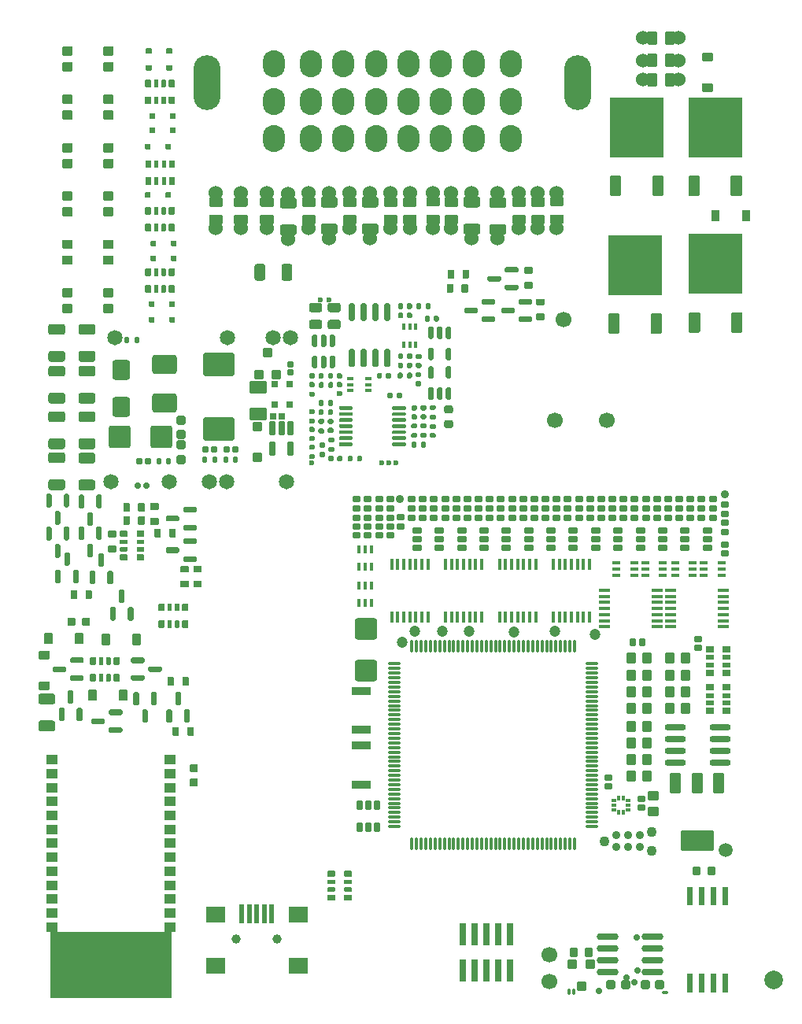
<source format=gts>
G75*
G70*
%OFA0B0*%
%FSLAX25Y25*%
%IPPOS*%
%LPD*%
%AMOC8*
5,1,8,0,0,1.08239X$1,22.5*
%
%AMM178*
21,1,0.080320,0.083460,0.000000,-0.000000,270.000000*
21,1,0.059840,0.103940,0.000000,-0.000000,270.000000*
1,1,0.020470,-0.041730,-0.029920*
1,1,0.020470,-0.041730,0.029920*
1,1,0.020470,0.041730,0.029920*
1,1,0.020470,0.041730,-0.029920*
%
%AMM179*
21,1,0.092130,0.073230,0.000000,-0.000000,180.000000*
21,1,0.069290,0.096060,0.000000,-0.000000,180.000000*
1,1,0.022840,-0.034650,0.036610*
1,1,0.022840,0.034650,0.036610*
1,1,0.022840,0.034650,-0.036610*
1,1,0.022840,-0.034650,-0.036610*
%
%AMM180*
21,1,0.084250,0.053540,0.000000,-0.000000,90.000000*
21,1,0.065350,0.072440,0.000000,-0.000000,90.000000*
1,1,0.018900,0.026770,0.032680*
1,1,0.018900,0.026770,-0.032680*
1,1,0.018900,-0.026770,-0.032680*
1,1,0.018900,-0.026770,0.032680*
%
%AMM181*
21,1,0.040950,0.030320,0.000000,-0.000000,0.000000*
21,1,0.028350,0.042910,0.000000,-0.000000,0.000000*
1,1,0.012600,0.014170,-0.015160*
1,1,0.012600,-0.014170,-0.015160*
1,1,0.012600,-0.014170,0.015160*
1,1,0.012600,0.014170,0.015160*
%
%AMM182*
21,1,0.027170,0.052760,0.000000,-0.000000,180.000000*
21,1,0.017320,0.062600,0.000000,-0.000000,180.000000*
1,1,0.009840,-0.008660,0.026380*
1,1,0.009840,0.008660,0.026380*
1,1,0.009840,0.008660,-0.026380*
1,1,0.009840,-0.008660,-0.026380*
%
%AMM183*
21,1,0.041340,0.026770,0.000000,-0.000000,270.000000*
21,1,0.029130,0.038980,0.000000,-0.000000,270.000000*
1,1,0.012210,-0.013390,-0.014570*
1,1,0.012210,-0.013390,0.014570*
1,1,0.012210,0.013390,0.014570*
1,1,0.012210,0.013390,-0.014570*
%
%AMM184*
21,1,0.100000,0.111020,0.000000,-0.000000,270.000000*
21,1,0.075590,0.135430,0.000000,-0.000000,270.000000*
1,1,0.024410,-0.055510,-0.037800*
1,1,0.024410,-0.055510,0.037800*
1,1,0.024410,0.055510,0.037800*
1,1,0.024410,0.055510,-0.037800*
%
%AMM185*
21,1,0.076380,0.036220,0.000000,-0.000000,0.000000*
21,1,0.061810,0.050790,0.000000,-0.000000,0.000000*
1,1,0.014570,0.030910,-0.018110*
1,1,0.014570,-0.030910,-0.018110*
1,1,0.014570,-0.030910,0.018110*
1,1,0.014570,0.030910,0.018110*
%
%AMM186*
21,1,0.038980,0.026770,0.000000,-0.000000,270.000000*
21,1,0.026770,0.038980,0.000000,-0.000000,270.000000*
1,1,0.012210,-0.013390,-0.013390*
1,1,0.012210,-0.013390,0.013390*
1,1,0.012210,0.013390,0.013390*
1,1,0.012210,0.013390,-0.013390*
%
%AMM187*
21,1,0.021260,0.016540,0.000000,-0.000000,180.000000*
21,1,0.012600,0.025200,0.000000,-0.000000,180.000000*
1,1,0.008660,-0.006300,0.008270*
1,1,0.008660,0.006300,0.008270*
1,1,0.008660,0.006300,-0.008270*
1,1,0.008660,-0.006300,-0.008270*
%
%AMM188*
21,1,0.029130,0.018900,0.000000,-0.000000,0.000000*
21,1,0.018900,0.029130,0.000000,-0.000000,0.000000*
1,1,0.010240,0.009450,-0.009450*
1,1,0.010240,-0.009450,-0.009450*
1,1,0.010240,-0.009450,0.009450*
1,1,0.010240,0.009450,0.009450*
%
%AMM189*
21,1,0.025200,0.019680,0.000000,-0.000000,270.000000*
21,1,0.015750,0.029130,0.000000,-0.000000,270.000000*
1,1,0.009450,-0.009840,-0.007870*
1,1,0.009450,-0.009840,0.007870*
1,1,0.009450,0.009840,0.007870*
1,1,0.009450,0.009840,-0.007870*
%
%AMM190*
21,1,0.025200,0.019680,0.000000,-0.000000,180.000000*
21,1,0.015750,0.029130,0.000000,-0.000000,180.000000*
1,1,0.009450,-0.007870,0.009840*
1,1,0.009450,0.007870,0.009840*
1,1,0.009450,0.007870,-0.009840*
1,1,0.009450,-0.007870,-0.009840*
%
%AMM22*
21,1,0.038980,0.026770,0.000000,0.000000,0.000000*
21,1,0.026770,0.038980,0.000000,0.000000,0.000000*
1,1,0.012210,0.013390,-0.013390*
1,1,0.012210,-0.013390,-0.013390*
1,1,0.012210,-0.013390,0.013390*
1,1,0.012210,0.013390,0.013390*
%
%AMM268*
21,1,0.047240,0.075980,-0.000000,-0.000000,180.000000*
21,1,0.034650,0.088580,-0.000000,-0.000000,180.000000*
1,1,0.012600,-0.017320,0.037990*
1,1,0.012600,0.017320,0.037990*
1,1,0.012600,0.017320,-0.037990*
1,1,0.012600,-0.017320,-0.037990*
%
%AMM269*
21,1,0.047240,0.075990,-0.000000,-0.000000,180.000000*
21,1,0.034650,0.088580,-0.000000,-0.000000,180.000000*
1,1,0.012600,-0.017320,0.037990*
1,1,0.012600,0.017320,0.037990*
1,1,0.012600,0.017320,-0.037990*
1,1,0.012600,-0.017320,-0.037990*
%
%AMM270*
21,1,0.141730,0.067720,-0.000000,-0.000000,180.000000*
21,1,0.120870,0.088580,-0.000000,-0.000000,180.000000*
1,1,0.020870,-0.060430,0.033860*
1,1,0.020870,0.060430,0.033860*
1,1,0.020870,0.060430,-0.033860*
1,1,0.020870,-0.060430,-0.033860*
%
%AMM271*
21,1,0.043310,0.035430,-0.000000,-0.000000,180.000000*
21,1,0.031500,0.047240,-0.000000,-0.000000,180.000000*
1,1,0.011810,-0.015750,0.017720*
1,1,0.011810,0.015750,0.017720*
1,1,0.011810,0.015750,-0.017720*
1,1,0.011810,-0.015750,-0.017720*
%
%AMM272*
21,1,0.027560,0.030710,-0.000000,-0.000000,0.000000*
21,1,0.018900,0.039370,-0.000000,-0.000000,0.000000*
1,1,0.008660,0.009450,-0.015350*
1,1,0.008660,-0.009450,-0.015350*
1,1,0.008660,-0.009450,0.015350*
1,1,0.008660,0.009450,0.015350*
%
%AMM273*
21,1,0.031500,0.018900,-0.000000,-0.000000,0.000000*
21,1,0.022840,0.027560,-0.000000,-0.000000,0.000000*
1,1,0.008660,0.011420,-0.009450*
1,1,0.008660,-0.011420,-0.009450*
1,1,0.008660,-0.011420,0.009450*
1,1,0.008660,0.011420,0.009450*
%
%AMM274*
21,1,0.027560,0.030710,-0.000000,-0.000000,90.000000*
21,1,0.018900,0.039370,-0.000000,-0.000000,90.000000*
1,1,0.008660,0.015350,0.009450*
1,1,0.008660,0.015350,-0.009450*
1,1,0.008660,-0.015350,-0.009450*
1,1,0.008660,-0.015350,0.009450*
%
%AMM275*
21,1,0.090550,0.073230,-0.000000,-0.000000,270.000000*
21,1,0.069290,0.094490,-0.000000,-0.000000,270.000000*
1,1,0.021260,-0.036610,-0.034650*
1,1,0.021260,-0.036610,0.034650*
1,1,0.021260,0.036610,0.034650*
1,1,0.021260,0.036610,-0.034650*
%
%AMM276*
21,1,0.029530,0.026380,-0.000000,-0.000000,270.000000*
21,1,0.020470,0.035430,-0.000000,-0.000000,270.000000*
1,1,0.009060,-0.013190,-0.010240*
1,1,0.009060,-0.013190,0.010240*
1,1,0.009060,0.013190,0.010240*
1,1,0.009060,0.013190,-0.010240*
%
%AMM277*
21,1,0.021650,0.027950,-0.000000,-0.000000,270.000000*
21,1,0.014170,0.035430,-0.000000,-0.000000,270.000000*
1,1,0.007480,-0.013980,-0.007090*
1,1,0.007480,-0.013980,0.007090*
1,1,0.007480,0.013980,0.007090*
1,1,0.007480,0.013980,-0.007090*
%
%AMM278*
21,1,0.035430,0.072440,-0.000000,-0.000000,270.000000*
21,1,0.025200,0.082680,-0.000000,-0.000000,270.000000*
1,1,0.010240,-0.036220,-0.012600*
1,1,0.010240,-0.036220,0.012600*
1,1,0.010240,0.036220,0.012600*
1,1,0.010240,0.036220,-0.012600*
%
%AMM279*
21,1,0.016540,0.028980,-0.000000,-0.000000,270.000000*
21,1,0.010080,0.035430,-0.000000,-0.000000,270.000000*
1,1,0.006460,-0.014490,-0.005040*
1,1,0.006460,-0.014490,0.005040*
1,1,0.006460,0.014490,0.005040*
1,1,0.006460,0.014490,-0.005040*
%
%AMM280*
21,1,0.016540,0.028980,-0.000000,-0.000000,0.000000*
21,1,0.010080,0.035430,-0.000000,-0.000000,0.000000*
1,1,0.006460,0.005040,-0.014490*
1,1,0.006460,-0.005040,-0.014490*
1,1,0.006460,-0.005040,0.014490*
1,1,0.006460,0.005040,0.014490*
%
%AMM281*
21,1,0.043310,0.035430,-0.000000,-0.000000,90.000000*
21,1,0.031500,0.047240,-0.000000,-0.000000,90.000000*
1,1,0.011810,0.017720,0.015750*
1,1,0.011810,0.017720,-0.015750*
1,1,0.011810,-0.017720,-0.015750*
1,1,0.011810,-0.017720,0.015750*
%
%AMM282*
21,1,0.031500,0.018900,-0.000000,-0.000000,270.000000*
21,1,0.022840,0.027560,-0.000000,-0.000000,270.000000*
1,1,0.008660,-0.009450,-0.011420*
1,1,0.008660,-0.009450,0.011420*
1,1,0.008660,0.009450,0.011420*
1,1,0.008660,0.009450,-0.011420*
%
%AMM91*
21,1,0.040950,0.030320,0.000000,0.000000,180.000000*
21,1,0.028350,0.042910,0.000000,0.000000,180.000000*
1,1,0.012600,-0.014170,0.015160*
1,1,0.012600,0.014170,0.015160*
1,1,0.012600,0.014170,-0.015160*
1,1,0.012600,-0.014170,-0.015160*
%
%AMM92*
21,1,0.033070,0.030710,0.000000,0.000000,180.000000*
21,1,0.022050,0.041730,0.000000,0.000000,180.000000*
1,1,0.011020,-0.011020,0.015350*
1,1,0.011020,0.011020,0.015350*
1,1,0.011020,0.011020,-0.015350*
1,1,0.011020,-0.011020,-0.015350*
%
%ADD10C,0.06000*%
%ADD11C,0.06693*%
%ADD110M22*%
%ADD115C,0.02913*%
%ADD116C,0.06457*%
%ADD12R,0.01969X0.07874*%
%ADD13R,0.07874X0.06693*%
%ADD130R,0.02559X0.01575*%
%ADD137R,0.01575X0.02559*%
%ADD14R,0.22835X0.25197*%
%ADD17O,0.01969X0.00984*%
%ADD170O,0.05512X0.01260*%
%ADD171O,0.01260X0.05512*%
%ADD174C,0.03494*%
%ADD178C,0.03543*%
%ADD182O,0.01575X0.04724*%
%ADD183O,0.04724X0.01575*%
%ADD185O,0.09055X0.02756*%
%ADD187R,0.01870X0.01772*%
%ADD188R,0.01772X0.01870*%
%ADD191C,0.04294*%
%ADD192C,0.04724*%
%ADD20O,0.00984X0.01969*%
%ADD21C,0.02362*%
%ADD22C,0.05906*%
%ADD228O,0.02520X0.01535*%
%ADD229O,0.01535X0.02520*%
%ADD230M91*%
%ADD231O,0.09213X0.02913*%
%ADD232M92*%
%ADD321M178*%
%ADD322M179*%
%ADD323M180*%
%ADD324M181*%
%ADD325M182*%
%ADD326M183*%
%ADD327M184*%
%ADD328M185*%
%ADD329M186*%
%ADD330M187*%
%ADD331M188*%
%ADD332M189*%
%ADD333M190*%
%ADD38R,0.05118X0.03937*%
%ADD39C,0.07874*%
%ADD429M268*%
%ADD430M269*%
%ADD431M270*%
%ADD432M271*%
%ADD433M272*%
%ADD434M273*%
%ADD435M274*%
%ADD436M275*%
%ADD437M276*%
%ADD438M277*%
%ADD439M278*%
%ADD440M279*%
%ADD441M280*%
%ADD442M281*%
%ADD443M282*%
%ADD53R,0.02913X0.09449*%
%ADD54C,0.03937*%
%ADD63C,0.00472*%
%ADD64O,0.11417X0.23228*%
%ADD65O,0.09449X0.11417*%
X0000000Y0000000D02*
%LPD*%
G01*
G36*
X0077559Y0000787D02*
G01*
X0026378Y0000787D01*
X0026378Y0028346D01*
X0077559Y0028346D01*
X0077559Y0000787D01*
G37*
D63*
X0077559Y0000787D02*
X0026378Y0000787D01*
X0026378Y0028346D01*
X0077559Y0028346D01*
X0077559Y0000787D01*
G36*
G01*
X0198667Y0328156D02*
X0193746Y0328156D01*
G75*
G02*
X0193352Y0328550I0000000J0000394D01*
G01*
X0193352Y0331699D01*
G75*
G02*
X0193746Y0332093I0000394J0000000D01*
G01*
X0198667Y0332093D01*
G75*
G02*
X0199061Y0331699I0000000J-000394D01*
G01*
X0199061Y0328550D01*
G75*
G02*
X0198667Y0328156I-000394J0000000D01*
G01*
G37*
D10*
X0196206Y0326364D03*
G36*
G01*
X0198667Y0335636D02*
X0193746Y0335636D01*
G75*
G02*
X0193352Y0336030I0000000J0000394D01*
G01*
X0193352Y0339180D01*
G75*
G02*
X0193746Y0339573I0000394J0000000D01*
G01*
X0198667Y0339573D01*
G75*
G02*
X0199061Y0339180I0000000J-000394D01*
G01*
X0199061Y0336030D01*
G75*
G02*
X0198667Y0335636I-000394J0000000D01*
G01*
G37*
X0196206Y0341364D03*
G36*
G01*
X0068937Y0210039D02*
X0072008Y0210039D01*
G75*
G02*
X0072283Y0209764I0000000J-000276D01*
G01*
X0072283Y0207559D01*
G75*
G02*
X0072008Y0207283I-000276J0000000D01*
G01*
X0068937Y0207283D01*
G75*
G02*
X0068661Y0207559I0000000J0000276D01*
G01*
X0068661Y0209764D01*
G75*
G02*
X0068937Y0210039I0000276J0000000D01*
G01*
G37*
G36*
G01*
X0068937Y0203740D02*
X0072008Y0203740D01*
G75*
G02*
X0072283Y0203465I0000000J-000276D01*
G01*
X0072283Y0201260D01*
G75*
G02*
X0072008Y0200984I-000276J0000000D01*
G01*
X0068937Y0200984D01*
G75*
G02*
X0068661Y0201260I0000000J0000276D01*
G01*
X0068661Y0203465D01*
G75*
G02*
X0068937Y0203740I0000276J0000000D01*
G01*
G37*
G36*
G01*
X0066535Y0299469D02*
X0066535Y0302106D01*
G75*
G02*
X0066791Y0302362I0000256J0000000D01*
G01*
X0068839Y0302362D01*
G75*
G02*
X0069094Y0302106I0000000J-000256D01*
G01*
X0069094Y0299469D01*
G75*
G02*
X0068839Y0299213I-000256J0000000D01*
G01*
X0066791Y0299213D01*
G75*
G02*
X0066535Y0299469I0000000J0000256D01*
G01*
G37*
G36*
G01*
X0070374Y0299390D02*
X0070374Y0302185D01*
G75*
G02*
X0070551Y0302362I0000177J0000000D01*
G01*
X0071969Y0302362D01*
G75*
G02*
X0072146Y0302185I0000000J-000177D01*
G01*
X0072146Y0299390D01*
G75*
G02*
X0071969Y0299213I-000177J0000000D01*
G01*
X0070551Y0299213D01*
G75*
G02*
X0070374Y0299390I0000000J0000177D01*
G01*
G37*
G36*
G01*
X0073524Y0299390D02*
X0073524Y0302185D01*
G75*
G02*
X0073701Y0302362I0000177J0000000D01*
G01*
X0075118Y0302362D01*
G75*
G02*
X0075295Y0302185I0000000J-000177D01*
G01*
X0075295Y0299390D01*
G75*
G02*
X0075118Y0299213I-000177J0000000D01*
G01*
X0073701Y0299213D01*
G75*
G02*
X0073524Y0299390I0000000J0000177D01*
G01*
G37*
G36*
G01*
X0076575Y0299469D02*
X0076575Y0302106D01*
G75*
G02*
X0076831Y0302362I0000256J0000000D01*
G01*
X0078878Y0302362D01*
G75*
G02*
X0079134Y0302106I0000000J-000256D01*
G01*
X0079134Y0299469D01*
G75*
G02*
X0078878Y0299213I-000256J0000000D01*
G01*
X0076831Y0299213D01*
G75*
G02*
X0076575Y0299469I0000000J0000256D01*
G01*
G37*
G36*
G01*
X0076575Y0306555D02*
X0076575Y0309193D01*
G75*
G02*
X0076831Y0309449I0000256J0000000D01*
G01*
X0078878Y0309449D01*
G75*
G02*
X0079134Y0309193I0000000J-000256D01*
G01*
X0079134Y0306555D01*
G75*
G02*
X0078878Y0306299I-000256J0000000D01*
G01*
X0076831Y0306299D01*
G75*
G02*
X0076575Y0306555I0000000J0000256D01*
G01*
G37*
G36*
G01*
X0073524Y0306476D02*
X0073524Y0309272D01*
G75*
G02*
X0073701Y0309449I0000177J0000000D01*
G01*
X0075118Y0309449D01*
G75*
G02*
X0075295Y0309272I0000000J-000177D01*
G01*
X0075295Y0306476D01*
G75*
G02*
X0075118Y0306299I-000177J0000000D01*
G01*
X0073701Y0306299D01*
G75*
G02*
X0073524Y0306476I0000000J0000177D01*
G01*
G37*
G36*
G01*
X0070374Y0306476D02*
X0070374Y0309272D01*
G75*
G02*
X0070551Y0309449I0000177J0000000D01*
G01*
X0071969Y0309449D01*
G75*
G02*
X0072146Y0309272I0000000J-000177D01*
G01*
X0072146Y0306476D01*
G75*
G02*
X0071969Y0306299I-000177J0000000D01*
G01*
X0070551Y0306299D01*
G75*
G02*
X0070374Y0306476I0000000J0000177D01*
G01*
G37*
G36*
G01*
X0066535Y0306555D02*
X0066535Y0309193D01*
G75*
G02*
X0066791Y0309449I0000256J0000000D01*
G01*
X0068839Y0309449D01*
G75*
G02*
X0069094Y0309193I0000000J-000256D01*
G01*
X0069094Y0306555D01*
G75*
G02*
X0068839Y0306299I-000256J0000000D01*
G01*
X0066791Y0306299D01*
G75*
G02*
X0066535Y0306555I0000000J0000256D01*
G01*
G37*
G36*
G01*
X0079228Y0354909D02*
X0079228Y0352272D01*
G75*
G02*
X0078972Y0352016I-000256J0000000D01*
G01*
X0076925Y0352016D01*
G75*
G02*
X0076669Y0352272I0000000J0000256D01*
G01*
X0076669Y0354909D01*
G75*
G02*
X0076925Y0355165I0000256J0000000D01*
G01*
X0078972Y0355165D01*
G75*
G02*
X0079228Y0354909I0000000J-000256D01*
G01*
G37*
G36*
G01*
X0075390Y0354988D02*
X0075390Y0352193D01*
G75*
G02*
X0075213Y0352016I-000177J0000000D01*
G01*
X0073795Y0352016D01*
G75*
G02*
X0073618Y0352193I0000000J0000177D01*
G01*
X0073618Y0354988D01*
G75*
G02*
X0073795Y0355165I0000177J0000000D01*
G01*
X0075213Y0355165D01*
G75*
G02*
X0075390Y0354988I0000000J-000177D01*
G01*
G37*
G36*
G01*
X0072240Y0354988D02*
X0072240Y0352193D01*
G75*
G02*
X0072063Y0352016I-000177J0000000D01*
G01*
X0070646Y0352016D01*
G75*
G02*
X0070469Y0352193I0000000J0000177D01*
G01*
X0070469Y0354988D01*
G75*
G02*
X0070646Y0355165I0000177J0000000D01*
G01*
X0072063Y0355165D01*
G75*
G02*
X0072240Y0354988I0000000J-000177D01*
G01*
G37*
G36*
G01*
X0069189Y0354909D02*
X0069189Y0352272D01*
G75*
G02*
X0068933Y0352016I-000256J0000000D01*
G01*
X0066886Y0352016D01*
G75*
G02*
X0066630Y0352272I0000000J0000256D01*
G01*
X0066630Y0354909D01*
G75*
G02*
X0066886Y0355165I0000256J0000000D01*
G01*
X0068933Y0355165D01*
G75*
G02*
X0069189Y0354909I0000000J-000256D01*
G01*
G37*
G36*
G01*
X0069189Y0347823D02*
X0069189Y0345185D01*
G75*
G02*
X0068933Y0344929I-000256J0000000D01*
G01*
X0066886Y0344929D01*
G75*
G02*
X0066630Y0345185I0000000J0000256D01*
G01*
X0066630Y0347823D01*
G75*
G02*
X0066886Y0348079I0000256J0000000D01*
G01*
X0068933Y0348079D01*
G75*
G02*
X0069189Y0347823I0000000J-000256D01*
G01*
G37*
G36*
G01*
X0072240Y0347902D02*
X0072240Y0345106D01*
G75*
G02*
X0072063Y0344929I-000177J0000000D01*
G01*
X0070646Y0344929D01*
G75*
G02*
X0070469Y0345106I0000000J0000177D01*
G01*
X0070469Y0347902D01*
G75*
G02*
X0070646Y0348079I0000177J0000000D01*
G01*
X0072063Y0348079D01*
G75*
G02*
X0072240Y0347902I0000000J-000177D01*
G01*
G37*
G36*
G01*
X0075390Y0347902D02*
X0075390Y0345106D01*
G75*
G02*
X0075213Y0344929I-000177J0000000D01*
G01*
X0073795Y0344929D01*
G75*
G02*
X0073618Y0345106I0000000J0000177D01*
G01*
X0073618Y0347902D01*
G75*
G02*
X0073795Y0348079I0000177J0000000D01*
G01*
X0075213Y0348079D01*
G75*
G02*
X0075390Y0347902I0000000J-000177D01*
G01*
G37*
G36*
G01*
X0079228Y0347823D02*
X0079228Y0345185D01*
G75*
G02*
X0078972Y0344929I-000256J0000000D01*
G01*
X0076925Y0344929D01*
G75*
G02*
X0076669Y0345185I0000000J0000256D01*
G01*
X0076669Y0347823D01*
G75*
G02*
X0076925Y0348079I0000256J0000000D01*
G01*
X0078972Y0348079D01*
G75*
G02*
X0079228Y0347823I0000000J-000256D01*
G01*
G37*
G36*
G01*
X0088583Y0090020D02*
X0085906Y0090020D01*
G75*
G02*
X0085571Y0090354I0000000J0000335D01*
G01*
X0085571Y0093031D01*
G75*
G02*
X0085906Y0093366I0000335J0000000D01*
G01*
X0088583Y0093366D01*
G75*
G02*
X0088917Y0093031I0000000J-000335D01*
G01*
X0088917Y0090354D01*
G75*
G02*
X0088583Y0090020I-000335J0000000D01*
G01*
G37*
G36*
G01*
X0088583Y0096240D02*
X0085906Y0096240D01*
G75*
G02*
X0085571Y0096575I0000000J0000335D01*
G01*
X0085571Y0099252D01*
G75*
G02*
X0085906Y0099587I0000335J0000000D01*
G01*
X0088583Y0099587D01*
G75*
G02*
X0088917Y0099252I0000000J-000335D01*
G01*
X0088917Y0096575D01*
G75*
G02*
X0088583Y0096240I-000335J0000000D01*
G01*
G37*
G36*
G01*
X0190975Y0328240D02*
X0186053Y0328240D01*
G75*
G02*
X0185660Y0328634I0000000J0000394D01*
G01*
X0185660Y0331784D01*
G75*
G02*
X0186053Y0332177I0000394J0000000D01*
G01*
X0190975Y0332177D01*
G75*
G02*
X0191368Y0331784I0000000J-000394D01*
G01*
X0191368Y0328634D01*
G75*
G02*
X0190975Y0328240I-000394J0000000D01*
G01*
G37*
X0188514Y0326449D03*
G36*
G01*
X0190975Y0335721D02*
X0186053Y0335721D01*
G75*
G02*
X0185660Y0336114I0000000J0000394D01*
G01*
X0185660Y0339264D01*
G75*
G02*
X0186053Y0339658I0000394J0000000D01*
G01*
X0190975Y0339658D01*
G75*
G02*
X0191368Y0339264I0000000J-000394D01*
G01*
X0191368Y0336114D01*
G75*
G02*
X0190975Y0335721I-000394J0000000D01*
G01*
G37*
X0188514Y0341449D03*
G36*
G01*
X0032677Y0236594D02*
X0032677Y0233878D01*
G75*
G02*
X0031772Y0232972I-000906J0000000D01*
G01*
X0026496Y0232972D01*
G75*
G02*
X0025591Y0233878I0000000J0000906D01*
G01*
X0025591Y0236594D01*
G75*
G02*
X0026496Y0237500I0000906J0000000D01*
G01*
X0031772Y0237500D01*
G75*
G02*
X0032677Y0236594I0000000J-000906D01*
G01*
G37*
G36*
G01*
X0032677Y0248012D02*
X0032677Y0245295D01*
G75*
G02*
X0031772Y0244390I-000906J0000000D01*
G01*
X0026496Y0244390D01*
G75*
G02*
X0025591Y0245295I0000000J0000906D01*
G01*
X0025591Y0248012D01*
G75*
G02*
X0026496Y0248917I0000906J0000000D01*
G01*
X0031772Y0248917D01*
G75*
G02*
X0032677Y0248012I0000000J-000906D01*
G01*
G37*
X0144488Y0341535D03*
G36*
G01*
X0140945Y0336240D02*
X0140945Y0338957D01*
G75*
G02*
X0141850Y0339862I0000906J0000000D01*
G01*
X0147126Y0339862D01*
G75*
G02*
X0148031Y0338957I0000000J-000906D01*
G01*
X0148031Y0336240D01*
G75*
G02*
X0147126Y0335335I-000906J0000000D01*
G01*
X0141850Y0335335D01*
G75*
G02*
X0140945Y0336240I0000000J0000906D01*
G01*
G37*
X0144488Y0322244D03*
G36*
G01*
X0140945Y0324823D02*
X0140945Y0327539D01*
G75*
G02*
X0141850Y0328445I0000906J0000000D01*
G01*
X0147126Y0328445D01*
G75*
G02*
X0148031Y0327539I0000000J-000906D01*
G01*
X0148031Y0324823D01*
G75*
G02*
X0147126Y0323917I-000906J0000000D01*
G01*
X0141850Y0323917D01*
G75*
G02*
X0140945Y0324823I0000000J0000906D01*
G01*
G37*
G36*
G01*
X0224705Y0301969D02*
X0224705Y0300787D01*
G75*
G02*
X0224114Y0300197I-000591J0000000D01*
G01*
X0219488Y0300197D01*
G75*
G02*
X0218898Y0300787I0000000J0000591D01*
G01*
X0218898Y0301969D01*
G75*
G02*
X0219488Y0302559I0000591J0000000D01*
G01*
X0224114Y0302559D01*
G75*
G02*
X0224705Y0301969I0000000J-000591D01*
G01*
G37*
G36*
G01*
X0217323Y0305709D02*
X0217323Y0304528D01*
G75*
G02*
X0216732Y0303937I-000591J0000000D01*
G01*
X0212106Y0303937D01*
G75*
G02*
X0211516Y0304528I0000000J0000591D01*
G01*
X0211516Y0305709D01*
G75*
G02*
X0212106Y0306299I0000591J0000000D01*
G01*
X0216732Y0306299D01*
G75*
G02*
X0217323Y0305709I0000000J-000591D01*
G01*
G37*
G36*
G01*
X0224705Y0309449D02*
X0224705Y0308268D01*
G75*
G02*
X0224114Y0307677I-000591J0000000D01*
G01*
X0219488Y0307677D01*
G75*
G02*
X0218898Y0308268I0000000J0000591D01*
G01*
X0218898Y0309449D01*
G75*
G02*
X0219488Y0310039I0000591J0000000D01*
G01*
X0224114Y0310039D01*
G75*
G02*
X0224705Y0309449I0000000J-000591D01*
G01*
G37*
G36*
G01*
X0069140Y0314961D02*
X0071030Y0314961D01*
G75*
G02*
X0071266Y0314724I0000000J-000236D01*
G01*
X0071266Y0312835D01*
G75*
G02*
X0071030Y0312598I-000236J0000000D01*
G01*
X0069140Y0312598D01*
G75*
G02*
X0068904Y0312835I0000000J0000236D01*
G01*
X0068904Y0314724D01*
G75*
G02*
X0069140Y0314961I0000236J0000000D01*
G01*
G37*
G36*
G01*
X0077801Y0314961D02*
X0079691Y0314961D01*
G75*
G02*
X0079927Y0314724I0000000J-000236D01*
G01*
X0079927Y0312835D01*
G75*
G02*
X0079691Y0312598I-000236J0000000D01*
G01*
X0077801Y0312598D01*
G75*
G02*
X0077565Y0312835I0000000J0000236D01*
G01*
X0077565Y0314724D01*
G75*
G02*
X0077801Y0314961I0000236J0000000D01*
G01*
G37*
G36*
G01*
X0052756Y0331496D02*
X0049213Y0331496D01*
G75*
G02*
X0048819Y0331890I0000000J0000394D01*
G01*
X0048819Y0335039D01*
G75*
G02*
X0049213Y0335433I0000394J0000000D01*
G01*
X0052756Y0335433D01*
G75*
G02*
X0053150Y0335039I0000000J-000394D01*
G01*
X0053150Y0331890D01*
G75*
G02*
X0052756Y0331496I-000394J0000000D01*
G01*
G37*
G36*
G01*
X0052756Y0338189D02*
X0049213Y0338189D01*
G75*
G02*
X0048819Y0338583I0000000J0000394D01*
G01*
X0048819Y0341732D01*
G75*
G02*
X0049213Y0342126I0000394J0000000D01*
G01*
X0052756Y0342126D01*
G75*
G02*
X0053150Y0341732I0000000J-000394D01*
G01*
X0053150Y0338583D01*
G75*
G02*
X0052756Y0338189I-000394J0000000D01*
G01*
G37*
G36*
G01*
X0067159Y0402805D02*
X0069049Y0402805D01*
G75*
G02*
X0069285Y0402569I0000000J-000236D01*
G01*
X0069285Y0400679D01*
G75*
G02*
X0069049Y0400443I-000236J0000000D01*
G01*
X0067159Y0400443D01*
G75*
G02*
X0066923Y0400679I0000000J0000236D01*
G01*
X0066923Y0402569D01*
G75*
G02*
X0067159Y0402805I0000236J0000000D01*
G01*
G37*
G36*
G01*
X0075821Y0402805D02*
X0077711Y0402805D01*
G75*
G02*
X0077947Y0402569I0000000J-000236D01*
G01*
X0077947Y0400679D01*
G75*
G02*
X0077711Y0400443I-000236J0000000D01*
G01*
X0075821Y0400443D01*
G75*
G02*
X0075585Y0400679I0000000J0000236D01*
G01*
X0075585Y0402569D01*
G75*
G02*
X0075821Y0402805I0000236J0000000D01*
G01*
G37*
G36*
G01*
X0056949Y0114606D02*
X0056949Y0113425D01*
G75*
G02*
X0056358Y0112835I-000591J0000000D01*
G01*
X0051732Y0112835D01*
G75*
G02*
X0051142Y0113425I0000000J0000591D01*
G01*
X0051142Y0114606D01*
G75*
G02*
X0051732Y0115197I0000591J0000000D01*
G01*
X0056358Y0115197D01*
G75*
G02*
X0056949Y0114606I0000000J-000591D01*
G01*
G37*
G36*
G01*
X0049567Y0118346D02*
X0049567Y0117165D01*
G75*
G02*
X0048976Y0116575I-000591J0000000D01*
G01*
X0044350Y0116575D01*
G75*
G02*
X0043760Y0117165I0000000J0000591D01*
G01*
X0043760Y0118346D01*
G75*
G02*
X0044350Y0118937I0000591J0000000D01*
G01*
X0048976Y0118937D01*
G75*
G02*
X0049567Y0118346I0000000J-000591D01*
G01*
G37*
G36*
G01*
X0056949Y0122087D02*
X0056949Y0120906D01*
G75*
G02*
X0056358Y0120315I-000591J0000000D01*
G01*
X0051732Y0120315D01*
G75*
G02*
X0051142Y0120906I0000000J0000591D01*
G01*
X0051142Y0122087D01*
G75*
G02*
X0051732Y0122677I0000591J0000000D01*
G01*
X0056358Y0122677D01*
G75*
G02*
X0056949Y0122087I0000000J-000591D01*
G01*
G37*
G36*
G01*
X0032677Y0255886D02*
X0032677Y0253169D01*
G75*
G02*
X0031772Y0252264I-000906J0000000D01*
G01*
X0026496Y0252264D01*
G75*
G02*
X0025591Y0253169I0000000J0000906D01*
G01*
X0025591Y0255886D01*
G75*
G02*
X0026496Y0256791I0000906J0000000D01*
G01*
X0031772Y0256791D01*
G75*
G02*
X0032677Y0255886I0000000J-000906D01*
G01*
G37*
G36*
G01*
X0032677Y0267303D02*
X0032677Y0264587D01*
G75*
G02*
X0031772Y0263681I-000906J0000000D01*
G01*
X0026496Y0263681D01*
G75*
G02*
X0025591Y0264587I0000000J0000906D01*
G01*
X0025591Y0267303D01*
G75*
G02*
X0026496Y0268209I0000906J0000000D01*
G01*
X0031772Y0268209D01*
G75*
G02*
X0032677Y0267303I0000000J-000906D01*
G01*
G37*
G36*
G01*
X0040354Y0154764D02*
X0040354Y0150748D01*
G75*
G02*
X0040000Y0150394I-000354J0000000D01*
G01*
X0037165Y0150394D01*
G75*
G02*
X0036811Y0150748I0000000J0000354D01*
G01*
X0036811Y0154764D01*
G75*
G02*
X0037165Y0155118I0000354J0000000D01*
G01*
X0040000Y0155118D01*
G75*
G02*
X0040354Y0154764I0000000J-000354D01*
G01*
G37*
G36*
G01*
X0027362Y0154764D02*
X0027362Y0150748D01*
G75*
G02*
X0027008Y0150394I-000354J0000000D01*
G01*
X0024173Y0150394D01*
G75*
G02*
X0023819Y0150748I0000000J0000354D01*
G01*
X0023819Y0154764D01*
G75*
G02*
X0024173Y0155118I0000354J0000000D01*
G01*
X0027008Y0155118D01*
G75*
G02*
X0027362Y0154764I0000000J-000354D01*
G01*
G37*
G36*
G01*
X0052756Y0311024D02*
X0049213Y0311024D01*
G75*
G02*
X0048819Y0311417I0000000J0000394D01*
G01*
X0048819Y0314567D01*
G75*
G02*
X0049213Y0314961I0000394J0000000D01*
G01*
X0052756Y0314961D01*
G75*
G02*
X0053150Y0314567I0000000J-000394D01*
G01*
X0053150Y0311417D01*
G75*
G02*
X0052756Y0311024I-000394J0000000D01*
G01*
G37*
G36*
G01*
X0052756Y0317717D02*
X0049213Y0317717D01*
G75*
G02*
X0048819Y0318110I0000000J0000394D01*
G01*
X0048819Y0321260D01*
G75*
G02*
X0049213Y0321654I0000394J0000000D01*
G01*
X0052756Y0321654D01*
G75*
G02*
X0053150Y0321260I0000000J-000394D01*
G01*
X0053150Y0318110D01*
G75*
G02*
X0052756Y0317717I-000394J0000000D01*
G01*
G37*
D11*
X0243929Y0287795D03*
G36*
G01*
X0078150Y0111850D02*
X0078150Y0114921D01*
G75*
G02*
X0078425Y0115197I0000276J0000000D01*
G01*
X0080630Y0115197D01*
G75*
G02*
X0080906Y0114921I0000000J-000276D01*
G01*
X0080906Y0111850D01*
G75*
G02*
X0080630Y0111575I-000276J0000000D01*
G01*
X0078425Y0111575D01*
G75*
G02*
X0078150Y0111850I0000000J0000276D01*
G01*
G37*
G36*
G01*
X0084449Y0111850D02*
X0084449Y0114921D01*
G75*
G02*
X0084724Y0115197I0000276J0000000D01*
G01*
X0086929Y0115197D01*
G75*
G02*
X0087205Y0114921I0000000J-000276D01*
G01*
X0087205Y0111850D01*
G75*
G02*
X0086929Y0111575I-000276J0000000D01*
G01*
X0084724Y0111575D01*
G75*
G02*
X0084449Y0111850I0000000J0000276D01*
G01*
G37*
G36*
G01*
X0067165Y0395669D02*
X0069055Y0395669D01*
G75*
G02*
X0069291Y0395433I0000000J-000236D01*
G01*
X0069291Y0393543D01*
G75*
G02*
X0069055Y0393307I-000236J0000000D01*
G01*
X0067165Y0393307D01*
G75*
G02*
X0066929Y0393543I0000000J0000236D01*
G01*
X0066929Y0395433D01*
G75*
G02*
X0067165Y0395669I0000236J0000000D01*
G01*
G37*
G36*
G01*
X0075827Y0395669D02*
X0077717Y0395669D01*
G75*
G02*
X0077953Y0395433I0000000J-000236D01*
G01*
X0077953Y0393543D01*
G75*
G02*
X0077717Y0393307I-000236J0000000D01*
G01*
X0075827Y0393307D01*
G75*
G02*
X0075591Y0393543I0000000J0000236D01*
G01*
X0075591Y0395433D01*
G75*
G02*
X0075827Y0395669I0000236J0000000D01*
G01*
G37*
G36*
G01*
X0203346Y0302583D02*
X0203346Y0299512D01*
G75*
G02*
X0203071Y0299236I-000276J0000000D01*
G01*
X0200866Y0299236D01*
G75*
G02*
X0200591Y0299512I0000000J0000276D01*
G01*
X0200591Y0302583D01*
G75*
G02*
X0200866Y0302858I0000276J0000000D01*
G01*
X0203071Y0302858D01*
G75*
G02*
X0203346Y0302583I0000000J-000276D01*
G01*
G37*
G36*
G01*
X0197047Y0302583D02*
X0197047Y0299512D01*
G75*
G02*
X0196772Y0299236I-000276J0000000D01*
G01*
X0194567Y0299236D01*
G75*
G02*
X0194291Y0299512I0000000J0000276D01*
G01*
X0194291Y0302583D01*
G75*
G02*
X0194567Y0302858I0000276J0000000D01*
G01*
X0196772Y0302858D01*
G75*
G02*
X0197047Y0302583I0000000J-000276D01*
G01*
G37*
G36*
G01*
X0052756Y0372441D02*
X0049213Y0372441D01*
G75*
G02*
X0048819Y0372835I0000000J0000394D01*
G01*
X0048819Y0375984D01*
G75*
G02*
X0049213Y0376378I0000394J0000000D01*
G01*
X0052756Y0376378D01*
G75*
G02*
X0053150Y0375984I0000000J-000394D01*
G01*
X0053150Y0372835D01*
G75*
G02*
X0052756Y0372441I-000394J0000000D01*
G01*
G37*
G36*
G01*
X0052756Y0379134D02*
X0049213Y0379134D01*
G75*
G02*
X0048819Y0379528I0000000J0000394D01*
G01*
X0048819Y0382677D01*
G75*
G02*
X0049213Y0383071I0000394J0000000D01*
G01*
X0052756Y0383071D01*
G75*
G02*
X0053150Y0382677I0000000J-000394D01*
G01*
X0053150Y0379528D01*
G75*
G02*
X0052756Y0379134I-000394J0000000D01*
G01*
G37*
G36*
G01*
X0098917Y0328150D02*
X0093996Y0328150D01*
G75*
G02*
X0093602Y0328543I0000000J0000394D01*
G01*
X0093602Y0331693D01*
G75*
G02*
X0093996Y0332087I0000394J0000000D01*
G01*
X0098917Y0332087D01*
G75*
G02*
X0099311Y0331693I0000000J-000394D01*
G01*
X0099311Y0328543D01*
G75*
G02*
X0098917Y0328150I-000394J0000000D01*
G01*
G37*
D10*
X0096457Y0326358D03*
X0096457Y0341358D03*
G36*
G01*
X0098917Y0335630D02*
X0093996Y0335630D01*
G75*
G02*
X0093602Y0336024I0000000J0000394D01*
G01*
X0093602Y0339173D01*
G75*
G02*
X0093996Y0339567I0000394J0000000D01*
G01*
X0098917Y0339567D01*
G75*
G02*
X0099311Y0339173I0000000J-000394D01*
G01*
X0099311Y0336024D01*
G75*
G02*
X0098917Y0335630I-000394J0000000D01*
G01*
G37*
G36*
G01*
X0290748Y0409547D02*
X0290748Y0404626D01*
G75*
G02*
X0290354Y0404232I-000394J0000000D01*
G01*
X0287205Y0404232D01*
G75*
G02*
X0286811Y0404626I0000000J0000394D01*
G01*
X0286811Y0409547D01*
G75*
G02*
X0287205Y0409941I0000394J0000000D01*
G01*
X0290354Y0409941D01*
G75*
G02*
X0290748Y0409547I0000000J-000394D01*
G01*
G37*
X0292539Y0407087D03*
G36*
G01*
X0283268Y0409547D02*
X0283268Y0404626D01*
G75*
G02*
X0282874Y0404232I-000394J0000000D01*
G01*
X0279724Y0404232D01*
G75*
G02*
X0279331Y0404626I0000000J0000394D01*
G01*
X0279331Y0409547D01*
G75*
G02*
X0279724Y0409941I0000394J0000000D01*
G01*
X0282874Y0409941D01*
G75*
G02*
X0283268Y0409547I0000000J-000394D01*
G01*
G37*
X0277539Y0407087D03*
D54*
X0105157Y0025492D03*
X0122480Y0025492D03*
D12*
X0107520Y0036122D03*
X0110669Y0036122D03*
X0113819Y0036122D03*
X0116969Y0036122D03*
X0120118Y0036122D03*
D13*
X0131339Y0014272D03*
X0096299Y0014272D03*
X0131339Y0035728D03*
X0096299Y0035728D03*
G36*
G01*
X0045362Y0219114D02*
X0045362Y0216398D01*
G75*
G02*
X0044457Y0215492I-000906J0000000D01*
G01*
X0039181Y0215492D01*
G75*
G02*
X0038276Y0216398I0000000J0000906D01*
G01*
X0038276Y0219114D01*
G75*
G02*
X0039181Y0220020I0000906J0000000D01*
G01*
X0044457Y0220020D01*
G75*
G02*
X0045362Y0219114I0000000J-000906D01*
G01*
G37*
G36*
G01*
X0045362Y0230531D02*
X0045362Y0227815D01*
G75*
G02*
X0044457Y0226909I-000906J0000000D01*
G01*
X0039181Y0226909D01*
G75*
G02*
X0038276Y0227815I0000000J0000906D01*
G01*
X0038276Y0230531D01*
G75*
G02*
X0039181Y0231437I0000906J0000000D01*
G01*
X0044457Y0231437D01*
G75*
G02*
X0045362Y0230531I0000000J-000906D01*
G01*
G37*
G36*
G01*
X0300866Y0340157D02*
X0297087Y0340157D01*
G75*
G02*
X0296614Y0340630I0000000J0000472D01*
G01*
X0296614Y0348346D01*
G75*
G02*
X0297087Y0348819I0000472J0000000D01*
G01*
X0300866Y0348819D01*
G75*
G02*
X0301339Y0348346I0000000J-000472D01*
G01*
X0301339Y0340630D01*
G75*
G02*
X0300866Y0340157I-000472J0000000D01*
G01*
G37*
D14*
X0307953Y0369291D03*
G36*
G01*
X0318819Y0340157D02*
X0315039Y0340157D01*
G75*
G02*
X0314567Y0340630I0000000J0000472D01*
G01*
X0314567Y0348346D01*
G75*
G02*
X0315039Y0348819I0000472J0000000D01*
G01*
X0318819Y0348819D01*
G75*
G02*
X0319291Y0348346I0000000J-000472D01*
G01*
X0319291Y0340630D01*
G75*
G02*
X0318819Y0340157I-000472J0000000D01*
G01*
G37*
G36*
G01*
X0032677Y0200098D02*
X0033858Y0200098D01*
G75*
G02*
X0034449Y0199508I0000000J-000591D01*
G01*
X0034449Y0194882D01*
G75*
G02*
X0033858Y0194291I-000591J0000000D01*
G01*
X0032677Y0194291D01*
G75*
G02*
X0032087Y0194882I0000000J0000591D01*
G01*
X0032087Y0199508D01*
G75*
G02*
X0032677Y0200098I0000591J0000000D01*
G01*
G37*
G36*
G01*
X0028937Y0192717D02*
X0030118Y0192717D01*
G75*
G02*
X0030709Y0192126I0000000J-000591D01*
G01*
X0030709Y0187500D01*
G75*
G02*
X0030118Y0186909I-000591J0000000D01*
G01*
X0028937Y0186909D01*
G75*
G02*
X0028346Y0187500I0000000J0000591D01*
G01*
X0028346Y0192126D01*
G75*
G02*
X0028937Y0192717I0000591J0000000D01*
G01*
G37*
G36*
G01*
X0025197Y0200098D02*
X0026378Y0200098D01*
G75*
G02*
X0026969Y0199508I0000000J-000591D01*
G01*
X0026969Y0194882D01*
G75*
G02*
X0026378Y0194291I-000591J0000000D01*
G01*
X0025197Y0194291D01*
G75*
G02*
X0024606Y0194882I0000000J0000591D01*
G01*
X0024606Y0199508D01*
G75*
G02*
X0025197Y0200098I0000591J0000000D01*
G01*
G37*
G36*
G01*
X0235465Y0287598D02*
X0232394Y0287598D01*
G75*
G02*
X0232118Y0287874I0000000J0000276D01*
G01*
X0232118Y0290079D01*
G75*
G02*
X0232394Y0290354I0000276J0000000D01*
G01*
X0235465Y0290354D01*
G75*
G02*
X0235740Y0290079I0000000J-000276D01*
G01*
X0235740Y0287874D01*
G75*
G02*
X0235465Y0287598I-000276J0000000D01*
G01*
G37*
G36*
G01*
X0235465Y0293898D02*
X0232394Y0293898D01*
G75*
G02*
X0232118Y0294173I0000000J0000276D01*
G01*
X0232118Y0296378D01*
G75*
G02*
X0232394Y0296654I0000276J0000000D01*
G01*
X0235465Y0296654D01*
G75*
G02*
X0235740Y0296378I0000000J-000276D01*
G01*
X0235740Y0294173D01*
G75*
G02*
X0235465Y0293898I-000276J0000000D01*
G01*
G37*
G36*
G01*
X0081732Y0183465D02*
X0084803Y0183465D01*
G75*
G02*
X0085079Y0183189I0000000J-000276D01*
G01*
X0085079Y0180984D01*
G75*
G02*
X0084803Y0180709I-000276J0000000D01*
G01*
X0081732Y0180709D01*
G75*
G02*
X0081457Y0180984I0000000J0000276D01*
G01*
X0081457Y0183189D01*
G75*
G02*
X0081732Y0183465I0000276J0000000D01*
G01*
G37*
G36*
G01*
X0081732Y0177165D02*
X0084803Y0177165D01*
G75*
G02*
X0085079Y0176890I0000000J-000276D01*
G01*
X0085079Y0174685D01*
G75*
G02*
X0084803Y0174409I-000276J0000000D01*
G01*
X0081732Y0174409D01*
G75*
G02*
X0081457Y0174685I0000000J0000276D01*
G01*
X0081457Y0176890D01*
G75*
G02*
X0081732Y0177165I0000276J0000000D01*
G01*
G37*
G36*
G01*
X0044882Y0175689D02*
X0043701Y0175689D01*
G75*
G02*
X0043110Y0176280I0000000J0000591D01*
G01*
X0043110Y0180906D01*
G75*
G02*
X0043701Y0181496I0000591J0000000D01*
G01*
X0044882Y0181496D01*
G75*
G02*
X0045472Y0180906I0000000J-000591D01*
G01*
X0045472Y0176280D01*
G75*
G02*
X0044882Y0175689I-000591J0000000D01*
G01*
G37*
G36*
G01*
X0048622Y0183071D02*
X0047441Y0183071D01*
G75*
G02*
X0046850Y0183661I0000000J0000591D01*
G01*
X0046850Y0188287D01*
G75*
G02*
X0047441Y0188878I0000591J0000000D01*
G01*
X0048622Y0188878D01*
G75*
G02*
X0049213Y0188287I0000000J-000591D01*
G01*
X0049213Y0183661D01*
G75*
G02*
X0048622Y0183071I-000591J0000000D01*
G01*
G37*
G36*
G01*
X0052362Y0175689D02*
X0051181Y0175689D01*
G75*
G02*
X0050591Y0176280I0000000J0000591D01*
G01*
X0050591Y0180906D01*
G75*
G02*
X0051181Y0181496I0000591J0000000D01*
G01*
X0052362Y0181496D01*
G75*
G02*
X0052953Y0180906I0000000J-000591D01*
G01*
X0052953Y0176280D01*
G75*
G02*
X0052362Y0175689I-000591J0000000D01*
G01*
G37*
G36*
G01*
X0155610Y0328150D02*
X0150689Y0328150D01*
G75*
G02*
X0150295Y0328543I0000000J0000394D01*
G01*
X0150295Y0331693D01*
G75*
G02*
X0150689Y0332087I0000394J0000000D01*
G01*
X0155610Y0332087D01*
G75*
G02*
X0156004Y0331693I0000000J-000394D01*
G01*
X0156004Y0328543D01*
G75*
G02*
X0155610Y0328150I-000394J0000000D01*
G01*
G37*
D10*
X0153150Y0326358D03*
G36*
G01*
X0155610Y0335630D02*
X0150689Y0335630D01*
G75*
G02*
X0150295Y0336024I0000000J0000394D01*
G01*
X0150295Y0339173D01*
G75*
G02*
X0150689Y0339567I0000394J0000000D01*
G01*
X0155610Y0339567D01*
G75*
G02*
X0156004Y0339173I0000000J-000394D01*
G01*
X0156004Y0336024D01*
G75*
G02*
X0155610Y0335630I-000394J0000000D01*
G01*
G37*
X0153150Y0341358D03*
G36*
G01*
X0203740Y0308583D02*
X0203740Y0305512D01*
G75*
G02*
X0203465Y0305236I-000276J0000000D01*
G01*
X0201260Y0305236D01*
G75*
G02*
X0200984Y0305512I0000000J0000276D01*
G01*
X0200984Y0308583D01*
G75*
G02*
X0201260Y0308858I0000276J0000000D01*
G01*
X0203465Y0308858D01*
G75*
G02*
X0203740Y0308583I0000000J-000276D01*
G01*
G37*
G36*
G01*
X0197441Y0308583D02*
X0197441Y0305512D01*
G75*
G02*
X0197165Y0305236I-000276J0000000D01*
G01*
X0194961Y0305236D01*
G75*
G02*
X0194685Y0305512I0000000J0000276D01*
G01*
X0194685Y0308583D01*
G75*
G02*
X0194961Y0308858I0000276J0000000D01*
G01*
X0197165Y0308858D01*
G75*
G02*
X0197441Y0308583I0000000J-000276D01*
G01*
G37*
D17*
X0286919Y0002861D03*
D20*
X0246171Y0003058D03*
X0248140Y0003058D03*
D21*
X0273927Y0007192D03*
X0270482Y0009259D03*
X0275108Y0012211D03*
X0274813Y0026188D03*
G36*
G01*
X0077370Y0117020D02*
X0076189Y0117020D01*
G75*
G02*
X0075598Y0117610I0000000J0000591D01*
G01*
X0075598Y0122236D01*
G75*
G02*
X0076189Y0122827I0000591J0000000D01*
G01*
X0077370Y0122827D01*
G75*
G02*
X0077961Y0122236I0000000J-000591D01*
G01*
X0077961Y0117610D01*
G75*
G02*
X0077370Y0117020I-000591J0000000D01*
G01*
G37*
G36*
G01*
X0081110Y0124402D02*
X0079929Y0124402D01*
G75*
G02*
X0079339Y0124992I0000000J0000591D01*
G01*
X0079339Y0129618D01*
G75*
G02*
X0079929Y0130209I0000591J0000000D01*
G01*
X0081110Y0130209D01*
G75*
G02*
X0081701Y0129618I0000000J-000591D01*
G01*
X0081701Y0124992D01*
G75*
G02*
X0081110Y0124402I-000591J0000000D01*
G01*
G37*
G36*
G01*
X0084850Y0117020D02*
X0083669Y0117020D01*
G75*
G02*
X0083079Y0117610I0000000J0000591D01*
G01*
X0083079Y0122236D01*
G75*
G02*
X0083669Y0122827I0000591J0000000D01*
G01*
X0084850Y0122827D01*
G75*
G02*
X0085441Y0122236I0000000J-000591D01*
G01*
X0085441Y0117610D01*
G75*
G02*
X0084850Y0117020I-000591J0000000D01*
G01*
G37*
G36*
G01*
X0069669Y0130209D02*
X0070850Y0130209D01*
G75*
G02*
X0071441Y0129618I0000000J-000591D01*
G01*
X0071441Y0124992D01*
G75*
G02*
X0070850Y0124402I-000591J0000000D01*
G01*
X0069669Y0124402D01*
G75*
G02*
X0069079Y0124992I0000000J0000591D01*
G01*
X0069079Y0129618D01*
G75*
G02*
X0069669Y0130209I0000591J0000000D01*
G01*
G37*
G36*
G01*
X0065929Y0122827D02*
X0067110Y0122827D01*
G75*
G02*
X0067701Y0122236I0000000J-000591D01*
G01*
X0067701Y0117610D01*
G75*
G02*
X0067110Y0117020I-000591J0000000D01*
G01*
X0065929Y0117020D01*
G75*
G02*
X0065339Y0117610I0000000J0000591D01*
G01*
X0065339Y0122236D01*
G75*
G02*
X0065929Y0122827I0000591J0000000D01*
G01*
G37*
G36*
G01*
X0062189Y0130209D02*
X0063370Y0130209D01*
G75*
G02*
X0063961Y0129618I0000000J-000591D01*
G01*
X0063961Y0124992D01*
G75*
G02*
X0063370Y0124402I-000591J0000000D01*
G01*
X0062189Y0124402D01*
G75*
G02*
X0061598Y0124992I0000000J0000591D01*
G01*
X0061598Y0129618D01*
G75*
G02*
X0062189Y0130209I0000591J0000000D01*
G01*
G37*
G36*
G01*
X0045472Y0236594D02*
X0045472Y0233878D01*
G75*
G02*
X0044567Y0232972I-000906J0000000D01*
G01*
X0039291Y0232972D01*
G75*
G02*
X0038386Y0233878I0000000J0000906D01*
G01*
X0038386Y0236594D01*
G75*
G02*
X0039291Y0237500I0000906J0000000D01*
G01*
X0044567Y0237500D01*
G75*
G02*
X0045472Y0236594I0000000J-000906D01*
G01*
G37*
G36*
G01*
X0045472Y0248012D02*
X0045472Y0245295D01*
G75*
G02*
X0044567Y0244390I-000906J0000000D01*
G01*
X0039291Y0244390D01*
G75*
G02*
X0038386Y0245295I0000000J0000906D01*
G01*
X0038386Y0248012D01*
G75*
G02*
X0039291Y0248917I0000906J0000000D01*
G01*
X0044567Y0248917D01*
G75*
G02*
X0045472Y0248012I0000000J-000906D01*
G01*
G37*
G36*
G01*
X0306299Y0329882D02*
X0306299Y0333898D01*
G75*
G02*
X0306654Y0334252I0000354J0000000D01*
G01*
X0309488Y0334252D01*
G75*
G02*
X0309843Y0333898I0000000J-000354D01*
G01*
X0309843Y0329882D01*
G75*
G02*
X0309488Y0329528I-000354J0000000D01*
G01*
X0306654Y0329528D01*
G75*
G02*
X0306299Y0329882I0000000J0000354D01*
G01*
G37*
G36*
G01*
X0319291Y0329882D02*
X0319291Y0333898D01*
G75*
G02*
X0319646Y0334252I0000354J0000000D01*
G01*
X0322480Y0334252D01*
G75*
G02*
X0322835Y0333898I0000000J-000354D01*
G01*
X0322835Y0329882D01*
G75*
G02*
X0322480Y0329528I-000354J0000000D01*
G01*
X0319646Y0329528D01*
G75*
G02*
X0319291Y0329882I0000000J0000354D01*
G01*
G37*
G36*
G01*
X0040571Y0136654D02*
X0040571Y0135472D01*
G75*
G02*
X0039980Y0134882I-000591J0000000D01*
G01*
X0035354Y0134882D01*
G75*
G02*
X0034764Y0135472I0000000J0000591D01*
G01*
X0034764Y0136654D01*
G75*
G02*
X0035354Y0137244I0000591J0000000D01*
G01*
X0039980Y0137244D01*
G75*
G02*
X0040571Y0136654I0000000J-000591D01*
G01*
G37*
G36*
G01*
X0033189Y0140394D02*
X0033189Y0139213D01*
G75*
G02*
X0032598Y0138622I-000591J0000000D01*
G01*
X0027972Y0138622D01*
G75*
G02*
X0027382Y0139213I0000000J0000591D01*
G01*
X0027382Y0140394D01*
G75*
G02*
X0027972Y0140984I0000591J0000000D01*
G01*
X0032598Y0140984D01*
G75*
G02*
X0033189Y0140394I0000000J-000591D01*
G01*
G37*
G36*
G01*
X0040571Y0144134D02*
X0040571Y0142953D01*
G75*
G02*
X0039980Y0142362I-000591J0000000D01*
G01*
X0035354Y0142362D01*
G75*
G02*
X0034764Y0142953I0000000J0000591D01*
G01*
X0034764Y0144134D01*
G75*
G02*
X0035354Y0144724I0000591J0000000D01*
G01*
X0039980Y0144724D01*
G75*
G02*
X0040571Y0144134I0000000J-000591D01*
G01*
G37*
D10*
X0178740Y0326358D03*
G36*
G01*
X0181201Y0328150D02*
X0176280Y0328150D01*
G75*
G02*
X0175886Y0328543I0000000J0000394D01*
G01*
X0175886Y0331693D01*
G75*
G02*
X0176280Y0332087I0000394J0000000D01*
G01*
X0181201Y0332087D01*
G75*
G02*
X0181594Y0331693I0000000J-000394D01*
G01*
X0181594Y0328543D01*
G75*
G02*
X0181201Y0328150I-000394J0000000D01*
G01*
G37*
G36*
G01*
X0181201Y0335630D02*
X0176280Y0335630D01*
G75*
G02*
X0175886Y0336024I0000000J0000394D01*
G01*
X0175886Y0339173D01*
G75*
G02*
X0176280Y0339567I0000394J0000000D01*
G01*
X0181201Y0339567D01*
G75*
G02*
X0181594Y0339173I0000000J-000394D01*
G01*
X0181594Y0336024D01*
G75*
G02*
X0181201Y0335630I-000394J0000000D01*
G01*
G37*
X0178740Y0341358D03*
G36*
G01*
X0035433Y0311024D02*
X0031890Y0311024D01*
G75*
G02*
X0031496Y0311417I0000000J0000394D01*
G01*
X0031496Y0314567D01*
G75*
G02*
X0031890Y0314961I0000394J0000000D01*
G01*
X0035433Y0314961D01*
G75*
G02*
X0035827Y0314567I0000000J-000394D01*
G01*
X0035827Y0311417D01*
G75*
G02*
X0035433Y0311024I-000394J0000000D01*
G01*
G37*
G36*
G01*
X0035433Y0317717D02*
X0031890Y0317717D01*
G75*
G02*
X0031496Y0318110I0000000J0000394D01*
G01*
X0031496Y0321260D01*
G75*
G02*
X0031890Y0321654I0000394J0000000D01*
G01*
X0035433Y0321654D01*
G75*
G02*
X0035827Y0321260I0000000J-000394D01*
G01*
X0035827Y0318110D01*
G75*
G02*
X0035433Y0317717I-000394J0000000D01*
G01*
G37*
D11*
X0237795Y0007480D03*
G36*
G01*
X0077323Y0359866D02*
X0075433Y0359866D01*
G75*
G02*
X0075197Y0360102I0000000J0000236D01*
G01*
X0075197Y0361992D01*
G75*
G02*
X0075433Y0362228I0000236J0000000D01*
G01*
X0077323Y0362228D01*
G75*
G02*
X0077559Y0361992I0000000J-000236D01*
G01*
X0077559Y0360102D01*
G75*
G02*
X0077323Y0359866I-000236J0000000D01*
G01*
G37*
G36*
G01*
X0068661Y0359866D02*
X0066772Y0359866D01*
G75*
G02*
X0066535Y0360102I0000000J0000236D01*
G01*
X0066535Y0361992D01*
G75*
G02*
X0066772Y0362228I0000236J0000000D01*
G01*
X0068661Y0362228D01*
G75*
G02*
X0068898Y0361992I0000000J-000236D01*
G01*
X0068898Y0360102D01*
G75*
G02*
X0068661Y0359866I-000236J0000000D01*
G01*
G37*
G36*
G01*
X0035433Y0392913D02*
X0031890Y0392913D01*
G75*
G02*
X0031496Y0393307I0000000J0000394D01*
G01*
X0031496Y0396457D01*
G75*
G02*
X0031890Y0396850I0000394J0000000D01*
G01*
X0035433Y0396850D01*
G75*
G02*
X0035827Y0396457I0000000J-000394D01*
G01*
X0035827Y0393307D01*
G75*
G02*
X0035433Y0392913I-000394J0000000D01*
G01*
G37*
G36*
G01*
X0035433Y0399606D02*
X0031890Y0399606D01*
G75*
G02*
X0031496Y0400000I0000000J0000394D01*
G01*
X0031496Y0403150D01*
G75*
G02*
X0031890Y0403543I0000394J0000000D01*
G01*
X0035433Y0403543D01*
G75*
G02*
X0035827Y0403150I0000000J-000394D01*
G01*
X0035827Y0400000D01*
G75*
G02*
X0035433Y0399606I-000394J0000000D01*
G01*
G37*
D22*
X0126280Y0219193D03*
X0101083Y0219193D03*
X0093602Y0219193D03*
X0076673Y0219193D03*
D21*
X0067224Y0217421D03*
X0063287Y0217421D03*
D22*
X0052067Y0219193D03*
X0128051Y0280217D03*
X0120768Y0280217D03*
X0101280Y0280217D03*
X0053839Y0280217D03*
G36*
G01*
X0021378Y0125807D02*
X0021378Y0128524D01*
G75*
G02*
X0022283Y0129429I0000906J0000000D01*
G01*
X0027559Y0129429D01*
G75*
G02*
X0028465Y0128524I0000000J-000906D01*
G01*
X0028465Y0125807D01*
G75*
G02*
X0027559Y0124902I-000906J0000000D01*
G01*
X0022283Y0124902D01*
G75*
G02*
X0021378Y0125807I0000000J0000906D01*
G01*
G37*
G36*
G01*
X0021378Y0114390D02*
X0021378Y0117106D01*
G75*
G02*
X0022283Y0118012I0000906J0000000D01*
G01*
X0027559Y0118012D01*
G75*
G02*
X0028465Y0117106I0000000J-000906D01*
G01*
X0028465Y0114390D01*
G75*
G02*
X0027559Y0113484I-000906J0000000D01*
G01*
X0022283Y0113484D01*
G75*
G02*
X0021378Y0114390I0000000J0000906D01*
G01*
G37*
G36*
G01*
X0045472Y0273602D02*
X0045472Y0270886D01*
G75*
G02*
X0044567Y0269980I-000906J0000000D01*
G01*
X0039291Y0269980D01*
G75*
G02*
X0038386Y0270886I0000000J0000906D01*
G01*
X0038386Y0273602D01*
G75*
G02*
X0039291Y0274508I0000906J0000000D01*
G01*
X0044567Y0274508D01*
G75*
G02*
X0045472Y0273602I0000000J-000906D01*
G01*
G37*
G36*
G01*
X0045472Y0285020D02*
X0045472Y0282303D01*
G75*
G02*
X0044567Y0281398I-000906J0000000D01*
G01*
X0039291Y0281398D01*
G75*
G02*
X0038386Y0282303I0000000J0000906D01*
G01*
X0038386Y0285020D01*
G75*
G02*
X0039291Y0285925I0000906J0000000D01*
G01*
X0044567Y0285925D01*
G75*
G02*
X0045472Y0285020I0000000J-000906D01*
G01*
G37*
G36*
G01*
X0214862Y0288583D02*
X0214862Y0287402D01*
G75*
G02*
X0214272Y0286811I-000591J0000000D01*
G01*
X0209646Y0286811D01*
G75*
G02*
X0209055Y0287402I0000000J0000591D01*
G01*
X0209055Y0288583D01*
G75*
G02*
X0209646Y0289173I0000591J0000000D01*
G01*
X0214272Y0289173D01*
G75*
G02*
X0214862Y0288583I0000000J-000591D01*
G01*
G37*
G36*
G01*
X0207480Y0292323D02*
X0207480Y0291142D01*
G75*
G02*
X0206890Y0290551I-000591J0000000D01*
G01*
X0202264Y0290551D01*
G75*
G02*
X0201673Y0291142I0000000J0000591D01*
G01*
X0201673Y0292323D01*
G75*
G02*
X0202264Y0292913I0000591J0000000D01*
G01*
X0206890Y0292913D01*
G75*
G02*
X0207480Y0292323I0000000J-000591D01*
G01*
G37*
G36*
G01*
X0214862Y0296063D02*
X0214862Y0294882D01*
G75*
G02*
X0214272Y0294291I-000591J0000000D01*
G01*
X0209646Y0294291D01*
G75*
G02*
X0209055Y0294882I0000000J0000591D01*
G01*
X0209055Y0296063D01*
G75*
G02*
X0209646Y0296654I0000591J0000000D01*
G01*
X0214272Y0296654D01*
G75*
G02*
X0214862Y0296063I0000000J-000591D01*
G01*
G37*
G36*
G01*
X0042520Y0126732D02*
X0042520Y0130748D01*
G75*
G02*
X0042874Y0131102I0000354J0000000D01*
G01*
X0045709Y0131102D01*
G75*
G02*
X0046063Y0130748I0000000J-000354D01*
G01*
X0046063Y0126732D01*
G75*
G02*
X0045709Y0126378I-000354J0000000D01*
G01*
X0042874Y0126378D01*
G75*
G02*
X0042520Y0126732I0000000J0000354D01*
G01*
G37*
G36*
G01*
X0055512Y0126732D02*
X0055512Y0130748D01*
G75*
G02*
X0055866Y0131102I0000354J0000000D01*
G01*
X0058701Y0131102D01*
G75*
G02*
X0059055Y0130748I0000000J-000354D01*
G01*
X0059055Y0126732D01*
G75*
G02*
X0058701Y0126378I-000354J0000000D01*
G01*
X0055866Y0126378D01*
G75*
G02*
X0055512Y0126732I0000000J0000354D01*
G01*
G37*
G36*
G01*
X0043169Y0161181D02*
X0043169Y0158504D01*
G75*
G02*
X0042835Y0158169I-000335J0000000D01*
G01*
X0040157Y0158169D01*
G75*
G02*
X0039823Y0158504I0000000J0000335D01*
G01*
X0039823Y0161181D01*
G75*
G02*
X0040157Y0161516I0000335J0000000D01*
G01*
X0042835Y0161516D01*
G75*
G02*
X0043169Y0161181I0000000J-000335D01*
G01*
G37*
G36*
G01*
X0036949Y0161181D02*
X0036949Y0158504D01*
G75*
G02*
X0036614Y0158169I-000335J0000000D01*
G01*
X0033937Y0158169D01*
G75*
G02*
X0033602Y0158504I0000000J0000335D01*
G01*
X0033602Y0161181D01*
G75*
G02*
X0033937Y0161516I0000335J0000000D01*
G01*
X0036614Y0161516D01*
G75*
G02*
X0036949Y0161181I0000000J-000335D01*
G01*
G37*
G36*
G01*
X0052756Y0351969D02*
X0049213Y0351969D01*
G75*
G02*
X0048819Y0352362I0000000J0000394D01*
G01*
X0048819Y0355512D01*
G75*
G02*
X0049213Y0355906I0000394J0000000D01*
G01*
X0052756Y0355906D01*
G75*
G02*
X0053150Y0355512I0000000J-000394D01*
G01*
X0053150Y0352362D01*
G75*
G02*
X0052756Y0351969I-000394J0000000D01*
G01*
G37*
G36*
G01*
X0052756Y0358661D02*
X0049213Y0358661D01*
G75*
G02*
X0048819Y0359055I0000000J0000394D01*
G01*
X0048819Y0362205D01*
G75*
G02*
X0049213Y0362598I0000394J0000000D01*
G01*
X0052756Y0362598D01*
G75*
G02*
X0053150Y0362205I0000000J-000394D01*
G01*
X0053150Y0359055D01*
G75*
G02*
X0052756Y0358661I-000394J0000000D01*
G01*
G37*
D21*
X0137106Y0227165D03*
X0166634Y0227165D03*
X0169783Y0227165D03*
X0172933Y0227165D03*
X0144587Y0296161D03*
X0140650Y0296161D03*
G36*
G01*
X0032677Y0219272D02*
X0032677Y0216555D01*
G75*
G02*
X0031772Y0215650I-000906J0000000D01*
G01*
X0026496Y0215650D01*
G75*
G02*
X0025591Y0216555I0000000J0000906D01*
G01*
X0025591Y0219272D01*
G75*
G02*
X0026496Y0220177I0000906J0000000D01*
G01*
X0031772Y0220177D01*
G75*
G02*
X0032677Y0219272I0000000J-000906D01*
G01*
G37*
G36*
G01*
X0032677Y0230689D02*
X0032677Y0227972D01*
G75*
G02*
X0031772Y0227067I-000906J0000000D01*
G01*
X0026496Y0227067D01*
G75*
G02*
X0025591Y0227972I0000000J0000906D01*
G01*
X0025591Y0230689D01*
G75*
G02*
X0026496Y0231595I0000906J0000000D01*
G01*
X0031772Y0231595D01*
G75*
G02*
X0032677Y0230689I0000000J-000906D01*
G01*
G37*
D10*
X0170472Y0326358D03*
G36*
G01*
X0172933Y0328150D02*
X0168012Y0328150D01*
G75*
G02*
X0167618Y0328543I0000000J0000394D01*
G01*
X0167618Y0331693D01*
G75*
G02*
X0168012Y0332087I0000394J0000000D01*
G01*
X0172933Y0332087D01*
G75*
G02*
X0173327Y0331693I0000000J-000394D01*
G01*
X0173327Y0328543D01*
G75*
G02*
X0172933Y0328150I-000394J0000000D01*
G01*
G37*
X0170472Y0341358D03*
G36*
G01*
X0172933Y0335630D02*
X0168012Y0335630D01*
G75*
G02*
X0167618Y0336024I0000000J0000394D01*
G01*
X0167618Y0339173D01*
G75*
G02*
X0168012Y0339567I0000394J0000000D01*
G01*
X0172933Y0339567D01*
G75*
G02*
X0173327Y0339173I0000000J-000394D01*
G01*
X0173327Y0336024D01*
G75*
G02*
X0172933Y0335630I-000394J0000000D01*
G01*
G37*
G36*
G01*
X0035433Y0331496D02*
X0031890Y0331496D01*
G75*
G02*
X0031496Y0331890I0000000J0000394D01*
G01*
X0031496Y0335039D01*
G75*
G02*
X0031890Y0335433I0000394J0000000D01*
G01*
X0035433Y0335433D01*
G75*
G02*
X0035827Y0335039I0000000J-000394D01*
G01*
X0035827Y0331890D01*
G75*
G02*
X0035433Y0331496I-000394J0000000D01*
G01*
G37*
G36*
G01*
X0035433Y0338189D02*
X0031890Y0338189D01*
G75*
G02*
X0031496Y0338583I0000000J0000394D01*
G01*
X0031496Y0341732D01*
G75*
G02*
X0031890Y0342126I0000394J0000000D01*
G01*
X0035433Y0342126D01*
G75*
G02*
X0035827Y0341732I0000000J-000394D01*
G01*
X0035827Y0338583D01*
G75*
G02*
X0035433Y0338189I-000394J0000000D01*
G01*
G37*
G36*
G01*
X0068654Y0369228D02*
X0070543Y0369228D01*
G75*
G02*
X0070780Y0368992I0000000J-000236D01*
G01*
X0070780Y0367102D01*
G75*
G02*
X0070543Y0366866I-000236J0000000D01*
G01*
X0068654Y0366866D01*
G75*
G02*
X0068417Y0367102I0000000J0000236D01*
G01*
X0068417Y0368992D01*
G75*
G02*
X0068654Y0369228I0000236J0000000D01*
G01*
G37*
G36*
G01*
X0077315Y0369228D02*
X0079205Y0369228D01*
G75*
G02*
X0079441Y0368992I0000000J-000236D01*
G01*
X0079441Y0367102D01*
G75*
G02*
X0079205Y0366866I-000236J0000000D01*
G01*
X0077315Y0366866D01*
G75*
G02*
X0077079Y0367102I0000000J0000236D01*
G01*
X0077079Y0368992D01*
G75*
G02*
X0077315Y0369228I0000236J0000000D01*
G01*
G37*
G36*
G01*
X0230512Y0300984D02*
X0227441Y0300984D01*
G75*
G02*
X0227165Y0301260I0000000J0000276D01*
G01*
X0227165Y0303465D01*
G75*
G02*
X0227441Y0303740I0000276J0000000D01*
G01*
X0230512Y0303740D01*
G75*
G02*
X0230787Y0303465I0000000J-000276D01*
G01*
X0230787Y0301260D01*
G75*
G02*
X0230512Y0300984I-000276J0000000D01*
G01*
G37*
G36*
G01*
X0230512Y0307283D02*
X0227441Y0307283D01*
G75*
G02*
X0227165Y0307559I0000000J0000276D01*
G01*
X0227165Y0309764D01*
G75*
G02*
X0227441Y0310039I0000276J0000000D01*
G01*
X0230512Y0310039D01*
G75*
G02*
X0230787Y0309764I0000000J-000276D01*
G01*
X0230787Y0307559D01*
G75*
G02*
X0230512Y0307283I-000276J0000000D01*
G01*
G37*
G36*
G01*
X0046457Y0213681D02*
X0047638Y0213681D01*
G75*
G02*
X0048228Y0213091I0000000J-000591D01*
G01*
X0048228Y0208465D01*
G75*
G02*
X0047638Y0207874I-000591J0000000D01*
G01*
X0046457Y0207874D01*
G75*
G02*
X0045866Y0208465I0000000J0000591D01*
G01*
X0045866Y0213091D01*
G75*
G02*
X0046457Y0213681I0000591J0000000D01*
G01*
G37*
G36*
G01*
X0042717Y0206299D02*
X0043898Y0206299D01*
G75*
G02*
X0044488Y0205709I0000000J-000591D01*
G01*
X0044488Y0201083D01*
G75*
G02*
X0043898Y0200492I-000591J0000000D01*
G01*
X0042717Y0200492D01*
G75*
G02*
X0042126Y0201083I0000000J0000591D01*
G01*
X0042126Y0205709D01*
G75*
G02*
X0042717Y0206299I0000591J0000000D01*
G01*
G37*
G36*
G01*
X0038976Y0213681D02*
X0040157Y0213681D01*
G75*
G02*
X0040748Y0213091I0000000J-000591D01*
G01*
X0040748Y0208465D01*
G75*
G02*
X0040157Y0207874I-000591J0000000D01*
G01*
X0038976Y0207874D01*
G75*
G02*
X0038386Y0208465I0000000J0000591D01*
G01*
X0038386Y0213091D01*
G75*
G02*
X0038976Y0213681I0000591J0000000D01*
G01*
G37*
G36*
G01*
X0066535Y0379390D02*
X0066535Y0382028D01*
G75*
G02*
X0066791Y0382283I0000256J0000000D01*
G01*
X0068839Y0382283D01*
G75*
G02*
X0069094Y0382028I0000000J-000256D01*
G01*
X0069094Y0379390D01*
G75*
G02*
X0068839Y0379134I-000256J0000000D01*
G01*
X0066791Y0379134D01*
G75*
G02*
X0066535Y0379390I0000000J0000256D01*
G01*
G37*
G36*
G01*
X0070374Y0379311D02*
X0070374Y0382106D01*
G75*
G02*
X0070551Y0382283I0000177J0000000D01*
G01*
X0071969Y0382283D01*
G75*
G02*
X0072146Y0382106I0000000J-000177D01*
G01*
X0072146Y0379311D01*
G75*
G02*
X0071969Y0379134I-000177J0000000D01*
G01*
X0070551Y0379134D01*
G75*
G02*
X0070374Y0379311I0000000J0000177D01*
G01*
G37*
G36*
G01*
X0073524Y0379311D02*
X0073524Y0382106D01*
G75*
G02*
X0073701Y0382283I0000177J0000000D01*
G01*
X0075118Y0382283D01*
G75*
G02*
X0075295Y0382106I0000000J-000177D01*
G01*
X0075295Y0379311D01*
G75*
G02*
X0075118Y0379134I-000177J0000000D01*
G01*
X0073701Y0379134D01*
G75*
G02*
X0073524Y0379311I0000000J0000177D01*
G01*
G37*
G36*
G01*
X0076575Y0379390D02*
X0076575Y0382028D01*
G75*
G02*
X0076831Y0382283I0000256J0000000D01*
G01*
X0078878Y0382283D01*
G75*
G02*
X0079134Y0382028I0000000J-000256D01*
G01*
X0079134Y0379390D01*
G75*
G02*
X0078878Y0379134I-000256J0000000D01*
G01*
X0076831Y0379134D01*
G75*
G02*
X0076575Y0379390I0000000J0000256D01*
G01*
G37*
G36*
G01*
X0076575Y0386476D02*
X0076575Y0389114D01*
G75*
G02*
X0076831Y0389370I0000256J0000000D01*
G01*
X0078878Y0389370D01*
G75*
G02*
X0079134Y0389114I0000000J-000256D01*
G01*
X0079134Y0386476D01*
G75*
G02*
X0078878Y0386220I-000256J0000000D01*
G01*
X0076831Y0386220D01*
G75*
G02*
X0076575Y0386476I0000000J0000256D01*
G01*
G37*
G36*
G01*
X0073524Y0386398D02*
X0073524Y0389193D01*
G75*
G02*
X0073701Y0389370I0000177J0000000D01*
G01*
X0075118Y0389370D01*
G75*
G02*
X0075295Y0389193I0000000J-000177D01*
G01*
X0075295Y0386398D01*
G75*
G02*
X0075118Y0386220I-000177J0000000D01*
G01*
X0073701Y0386220D01*
G75*
G02*
X0073524Y0386398I0000000J0000177D01*
G01*
G37*
G36*
G01*
X0070374Y0386398D02*
X0070374Y0389193D01*
G75*
G02*
X0070551Y0389370I0000177J0000000D01*
G01*
X0071969Y0389370D01*
G75*
G02*
X0072146Y0389193I0000000J-000177D01*
G01*
X0072146Y0386398D01*
G75*
G02*
X0071969Y0386220I-000177J0000000D01*
G01*
X0070551Y0386220D01*
G75*
G02*
X0070374Y0386398I0000000J0000177D01*
G01*
G37*
G36*
G01*
X0066535Y0386476D02*
X0066535Y0389114D01*
G75*
G02*
X0066791Y0389370I0000256J0000000D01*
G01*
X0068839Y0389370D01*
G75*
G02*
X0069094Y0389114I0000000J-000256D01*
G01*
X0069094Y0386476D01*
G75*
G02*
X0068839Y0386220I-000256J0000000D01*
G01*
X0066791Y0386220D01*
G75*
G02*
X0066535Y0386476I0000000J0000256D01*
G01*
G37*
G36*
G01*
X0068352Y0295620D02*
X0070242Y0295620D01*
G75*
G02*
X0070478Y0295384I0000000J-000236D01*
G01*
X0070478Y0293494D01*
G75*
G02*
X0070242Y0293258I-000236J0000000D01*
G01*
X0068352Y0293258D01*
G75*
G02*
X0068116Y0293494I0000000J0000236D01*
G01*
X0068116Y0295384D01*
G75*
G02*
X0068352Y0295620I0000236J0000000D01*
G01*
G37*
G36*
G01*
X0077014Y0295620D02*
X0078904Y0295620D01*
G75*
G02*
X0079140Y0295384I0000000J-000236D01*
G01*
X0079140Y0293494D01*
G75*
G02*
X0078904Y0293258I-000236J0000000D01*
G01*
X0077014Y0293258D01*
G75*
G02*
X0076778Y0293494I0000000J0000236D01*
G01*
X0076778Y0295384D01*
G75*
G02*
X0077014Y0295620I0000236J0000000D01*
G01*
G37*
G36*
G01*
X0087244Y0183465D02*
X0090315Y0183465D01*
G75*
G02*
X0090591Y0183189I0000000J-000276D01*
G01*
X0090591Y0180984D01*
G75*
G02*
X0090315Y0180709I-000276J0000000D01*
G01*
X0087244Y0180709D01*
G75*
G02*
X0086969Y0180984I0000000J0000276D01*
G01*
X0086969Y0183189D01*
G75*
G02*
X0087244Y0183465I0000276J0000000D01*
G01*
G37*
G36*
G01*
X0087244Y0177165D02*
X0090315Y0177165D01*
G75*
G02*
X0090591Y0176890I0000000J-000276D01*
G01*
X0090591Y0174685D01*
G75*
G02*
X0090315Y0174409I-000276J0000000D01*
G01*
X0087244Y0174409D01*
G75*
G02*
X0086969Y0174685I0000000J0000276D01*
G01*
X0086969Y0176890D01*
G75*
G02*
X0087244Y0177165I0000276J0000000D01*
G01*
G37*
G36*
G01*
X0052756Y0290551D02*
X0049213Y0290551D01*
G75*
G02*
X0048819Y0290945I0000000J0000394D01*
G01*
X0048819Y0294094D01*
G75*
G02*
X0049213Y0294488I0000394J0000000D01*
G01*
X0052756Y0294488D01*
G75*
G02*
X0053150Y0294094I0000000J-000394D01*
G01*
X0053150Y0290945D01*
G75*
G02*
X0052756Y0290551I-000394J0000000D01*
G01*
G37*
G36*
G01*
X0052756Y0297244D02*
X0049213Y0297244D01*
G75*
G02*
X0048819Y0297638I0000000J0000394D01*
G01*
X0048819Y0300787D01*
G75*
G02*
X0049213Y0301181I0000394J0000000D01*
G01*
X0052756Y0301181D01*
G75*
G02*
X0053150Y0300787I0000000J-000394D01*
G01*
X0053150Y0297638D01*
G75*
G02*
X0052756Y0297244I-000394J0000000D01*
G01*
G37*
G36*
G01*
X0088484Y0200394D02*
X0088484Y0199213D01*
G75*
G02*
X0087894Y0198622I-000591J0000000D01*
G01*
X0083268Y0198622D01*
G75*
G02*
X0082677Y0199213I0000000J0000591D01*
G01*
X0082677Y0200394D01*
G75*
G02*
X0083268Y0200984I0000591J0000000D01*
G01*
X0087894Y0200984D01*
G75*
G02*
X0088484Y0200394I0000000J-000591D01*
G01*
G37*
G36*
G01*
X0081102Y0204134D02*
X0081102Y0202953D01*
G75*
G02*
X0080512Y0202362I-000591J0000000D01*
G01*
X0075886Y0202362D01*
G75*
G02*
X0075295Y0202953I0000000J0000591D01*
G01*
X0075295Y0204134D01*
G75*
G02*
X0075886Y0204724I0000591J0000000D01*
G01*
X0080512Y0204724D01*
G75*
G02*
X0081102Y0204134I0000000J-000591D01*
G01*
G37*
G36*
G01*
X0088484Y0207874D02*
X0088484Y0206693D01*
G75*
G02*
X0087894Y0206102I-000591J0000000D01*
G01*
X0083268Y0206102D01*
G75*
G02*
X0082677Y0206693I0000000J0000591D01*
G01*
X0082677Y0207874D01*
G75*
G02*
X0083268Y0208465I0000591J0000000D01*
G01*
X0087894Y0208465D01*
G75*
G02*
X0088484Y0207874I0000000J-000591D01*
G01*
G37*
G36*
G01*
X0031890Y0117697D02*
X0030709Y0117697D01*
G75*
G02*
X0030118Y0118287I0000000J0000591D01*
G01*
X0030118Y0122913D01*
G75*
G02*
X0030709Y0123504I0000591J0000000D01*
G01*
X0031890Y0123504D01*
G75*
G02*
X0032480Y0122913I0000000J-000591D01*
G01*
X0032480Y0118287D01*
G75*
G02*
X0031890Y0117697I-000591J0000000D01*
G01*
G37*
G36*
G01*
X0035630Y0125079D02*
X0034449Y0125079D01*
G75*
G02*
X0033858Y0125669I0000000J0000591D01*
G01*
X0033858Y0130295D01*
G75*
G02*
X0034449Y0130886I0000591J0000000D01*
G01*
X0035630Y0130886D01*
G75*
G02*
X0036220Y0130295I0000000J-000591D01*
G01*
X0036220Y0125669D01*
G75*
G02*
X0035630Y0125079I-000591J0000000D01*
G01*
G37*
G36*
G01*
X0039370Y0117697D02*
X0038189Y0117697D01*
G75*
G02*
X0037598Y0118287I0000000J0000591D01*
G01*
X0037598Y0122913D01*
G75*
G02*
X0038189Y0123504I0000591J0000000D01*
G01*
X0039370Y0123504D01*
G75*
G02*
X0039961Y0122913I0000000J-000591D01*
G01*
X0039961Y0118287D01*
G75*
G02*
X0039370Y0117697I-000591J0000000D01*
G01*
G37*
G36*
G01*
X0035433Y0372441D02*
X0031890Y0372441D01*
G75*
G02*
X0031496Y0372835I0000000J0000394D01*
G01*
X0031496Y0375984D01*
G75*
G02*
X0031890Y0376378I0000394J0000000D01*
G01*
X0035433Y0376378D01*
G75*
G02*
X0035827Y0375984I0000000J-000394D01*
G01*
X0035827Y0372835D01*
G75*
G02*
X0035433Y0372441I-000394J0000000D01*
G01*
G37*
G36*
G01*
X0035433Y0379134D02*
X0031890Y0379134D01*
G75*
G02*
X0031496Y0379528I0000000J0000394D01*
G01*
X0031496Y0382677D01*
G75*
G02*
X0031890Y0383071I0000394J0000000D01*
G01*
X0035433Y0383071D01*
G75*
G02*
X0035827Y0382677I0000000J-000394D01*
G01*
X0035827Y0379528D01*
G75*
G02*
X0035433Y0379134I-000394J0000000D01*
G01*
G37*
X0118110Y0326358D03*
G36*
G01*
X0120571Y0328150D02*
X0115650Y0328150D01*
G75*
G02*
X0115256Y0328543I0000000J0000394D01*
G01*
X0115256Y0331693D01*
G75*
G02*
X0115650Y0332087I0000394J0000000D01*
G01*
X0120571Y0332087D01*
G75*
G02*
X0120965Y0331693I0000000J-000394D01*
G01*
X0120965Y0328543D01*
G75*
G02*
X0120571Y0328150I-000394J0000000D01*
G01*
G37*
X0118110Y0341358D03*
G36*
G01*
X0120571Y0335630D02*
X0115650Y0335630D01*
G75*
G02*
X0115256Y0336024I0000000J0000394D01*
G01*
X0115256Y0339173D01*
G75*
G02*
X0115650Y0339567I0000394J0000000D01*
G01*
X0120571Y0339567D01*
G75*
G02*
X0120965Y0339173I0000000J-000394D01*
G01*
X0120965Y0336024D01*
G75*
G02*
X0120571Y0335630I-000394J0000000D01*
G01*
G37*
G36*
G01*
X0032677Y0214075D02*
X0033858Y0214075D01*
G75*
G02*
X0034449Y0213484I0000000J-000591D01*
G01*
X0034449Y0208858D01*
G75*
G02*
X0033858Y0208268I-000591J0000000D01*
G01*
X0032677Y0208268D01*
G75*
G02*
X0032087Y0208858I0000000J0000591D01*
G01*
X0032087Y0213484D01*
G75*
G02*
X0032677Y0214075I0000591J0000000D01*
G01*
G37*
G36*
G01*
X0028937Y0206693D02*
X0030118Y0206693D01*
G75*
G02*
X0030709Y0206102I0000000J-000591D01*
G01*
X0030709Y0201476D01*
G75*
G02*
X0030118Y0200886I-000591J0000000D01*
G01*
X0028937Y0200886D01*
G75*
G02*
X0028346Y0201476I0000000J0000591D01*
G01*
X0028346Y0206102D01*
G75*
G02*
X0028937Y0206693I0000591J0000000D01*
G01*
G37*
G36*
G01*
X0025197Y0214075D02*
X0026378Y0214075D01*
G75*
G02*
X0026969Y0213484I0000000J-000591D01*
G01*
X0026969Y0208858D01*
G75*
G02*
X0026378Y0208268I-000591J0000000D01*
G01*
X0025197Y0208268D01*
G75*
G02*
X0024606Y0208858I0000000J0000591D01*
G01*
X0024606Y0213484D01*
G75*
G02*
X0025197Y0214075I0000591J0000000D01*
G01*
G37*
G36*
G01*
X0230524Y0288583D02*
X0230524Y0287402D01*
G75*
G02*
X0229933Y0286811I-000591J0000000D01*
G01*
X0225307Y0286811D01*
G75*
G02*
X0224717Y0287402I0000000J0000591D01*
G01*
X0224717Y0288583D01*
G75*
G02*
X0225307Y0289173I0000591J0000000D01*
G01*
X0229933Y0289173D01*
G75*
G02*
X0230524Y0288583I0000000J-000591D01*
G01*
G37*
G36*
G01*
X0223142Y0292323D02*
X0223142Y0291142D01*
G75*
G02*
X0222551Y0290551I-000591J0000000D01*
G01*
X0217925Y0290551D01*
G75*
G02*
X0217335Y0291142I0000000J0000591D01*
G01*
X0217335Y0292323D01*
G75*
G02*
X0217925Y0292913I0000591J0000000D01*
G01*
X0222551Y0292913D01*
G75*
G02*
X0223142Y0292323I0000000J-000591D01*
G01*
G37*
G36*
G01*
X0230524Y0296063D02*
X0230524Y0294882D01*
G75*
G02*
X0229933Y0294291I-000591J0000000D01*
G01*
X0225307Y0294291D01*
G75*
G02*
X0224717Y0294882I0000000J0000591D01*
G01*
X0224717Y0296063D01*
G75*
G02*
X0225307Y0296654I0000591J0000000D01*
G01*
X0229933Y0296654D01*
G75*
G02*
X0230524Y0296063I0000000J-000591D01*
G01*
G37*
G36*
G01*
X0030315Y0176083D02*
X0029134Y0176083D01*
G75*
G02*
X0028543Y0176673I0000000J0000591D01*
G01*
X0028543Y0181299D01*
G75*
G02*
X0029134Y0181890I0000591J0000000D01*
G01*
X0030315Y0181890D01*
G75*
G02*
X0030906Y0181299I0000000J-000591D01*
G01*
X0030906Y0176673D01*
G75*
G02*
X0030315Y0176083I-000591J0000000D01*
G01*
G37*
G36*
G01*
X0034055Y0183465D02*
X0032874Y0183465D01*
G75*
G02*
X0032283Y0184055I0000000J0000591D01*
G01*
X0032283Y0188681D01*
G75*
G02*
X0032874Y0189272I0000591J0000000D01*
G01*
X0034055Y0189272D01*
G75*
G02*
X0034646Y0188681I0000000J-000591D01*
G01*
X0034646Y0184055D01*
G75*
G02*
X0034055Y0183465I-000591J0000000D01*
G01*
G37*
G36*
G01*
X0037795Y0176083D02*
X0036614Y0176083D01*
G75*
G02*
X0036024Y0176673I0000000J0000591D01*
G01*
X0036024Y0181299D01*
G75*
G02*
X0036614Y0181890I0000591J0000000D01*
G01*
X0037795Y0181890D01*
G75*
G02*
X0038386Y0181299I0000000J-000591D01*
G01*
X0038386Y0176673D01*
G75*
G02*
X0037795Y0176083I-000591J0000000D01*
G01*
G37*
G36*
G01*
X0035000Y0169803D02*
X0035000Y0172874D01*
G75*
G02*
X0035276Y0173150I0000276J0000000D01*
G01*
X0037480Y0173150D01*
G75*
G02*
X0037756Y0172874I0000000J-000276D01*
G01*
X0037756Y0169803D01*
G75*
G02*
X0037480Y0169528I-000276J0000000D01*
G01*
X0035276Y0169528D01*
G75*
G02*
X0035000Y0169803I0000000J0000276D01*
G01*
G37*
G36*
G01*
X0041299Y0169803D02*
X0041299Y0172874D01*
G75*
G02*
X0041575Y0173150I0000276J0000000D01*
G01*
X0043780Y0173150D01*
G75*
G02*
X0044055Y0172874I0000000J-000276D01*
G01*
X0044055Y0169803D01*
G75*
G02*
X0043780Y0169528I-000276J0000000D01*
G01*
X0041575Y0169528D01*
G75*
G02*
X0041299Y0169803I0000000J0000276D01*
G01*
G37*
G36*
G01*
X0068654Y0375228D02*
X0070543Y0375228D01*
G75*
G02*
X0070780Y0374992I0000000J-000236D01*
G01*
X0070780Y0373102D01*
G75*
G02*
X0070543Y0372866I-000236J0000000D01*
G01*
X0068654Y0372866D01*
G75*
G02*
X0068417Y0373102I0000000J0000236D01*
G01*
X0068417Y0374992D01*
G75*
G02*
X0068654Y0375228I0000236J0000000D01*
G01*
G37*
G36*
G01*
X0077315Y0375228D02*
X0079205Y0375228D01*
G75*
G02*
X0079441Y0374992I0000000J-000236D01*
G01*
X0079441Y0373102D01*
G75*
G02*
X0079205Y0372866I-000236J0000000D01*
G01*
X0077315Y0372866D01*
G75*
G02*
X0077079Y0373102I0000000J0000236D01*
G01*
X0077079Y0374992D01*
G75*
G02*
X0077315Y0375228I0000236J0000000D01*
G01*
G37*
G36*
G01*
X0311304Y0047638D02*
X0313302Y0047638D01*
G75*
G02*
X0313465Y0047475I0000000J-000163D01*
G01*
X0313465Y0039848D01*
G75*
G02*
X0313302Y0039685I-000163J0000000D01*
G01*
X0311304Y0039685D01*
G75*
G02*
X0311142Y0039848I0000000J0000163D01*
G01*
X0311142Y0047475D01*
G75*
G02*
X0311304Y0047638I0000163J0000000D01*
G01*
G37*
G36*
G01*
X0306304Y0047638D02*
X0308302Y0047638D01*
G75*
G02*
X0308465Y0047475I0000000J-000163D01*
G01*
X0308465Y0039848D01*
G75*
G02*
X0308302Y0039685I-000163J0000000D01*
G01*
X0306304Y0039685D01*
G75*
G02*
X0306142Y0039848I0000000J0000163D01*
G01*
X0306142Y0047475D01*
G75*
G02*
X0306304Y0047638I0000163J0000000D01*
G01*
G37*
G36*
G01*
X0301304Y0047638D02*
X0303302Y0047638D01*
G75*
G02*
X0303465Y0047475I0000000J-000163D01*
G01*
X0303465Y0039848D01*
G75*
G02*
X0303302Y0039685I-000163J0000000D01*
G01*
X0301304Y0039685D01*
G75*
G02*
X0301142Y0039848I0000000J0000163D01*
G01*
X0301142Y0047475D01*
G75*
G02*
X0301304Y0047638I0000163J0000000D01*
G01*
G37*
G36*
G01*
X0296304Y0047638D02*
X0298302Y0047638D01*
G75*
G02*
X0298465Y0047475I0000000J-000163D01*
G01*
X0298465Y0039848D01*
G75*
G02*
X0298302Y0039685I-000163J0000000D01*
G01*
X0296304Y0039685D01*
G75*
G02*
X0296142Y0039848I0000000J0000163D01*
G01*
X0296142Y0047475D01*
G75*
G02*
X0296304Y0047638I0000163J0000000D01*
G01*
G37*
G36*
G01*
X0296304Y0010787D02*
X0298302Y0010787D01*
G75*
G02*
X0298465Y0010625I0000000J-000163D01*
G01*
X0298465Y0002997D01*
G75*
G02*
X0298302Y0002835I-000163J0000000D01*
G01*
X0296304Y0002835D01*
G75*
G02*
X0296142Y0002997I0000000J0000163D01*
G01*
X0296142Y0010625D01*
G75*
G02*
X0296304Y0010787I0000163J0000000D01*
G01*
G37*
G36*
G01*
X0301304Y0010787D02*
X0303302Y0010787D01*
G75*
G02*
X0303465Y0010625I0000000J-000163D01*
G01*
X0303465Y0002997D01*
G75*
G02*
X0303302Y0002835I-000163J0000000D01*
G01*
X0301304Y0002835D01*
G75*
G02*
X0301142Y0002997I0000000J0000163D01*
G01*
X0301142Y0010625D01*
G75*
G02*
X0301304Y0010787I0000163J0000000D01*
G01*
G37*
G36*
G01*
X0306304Y0010787D02*
X0308302Y0010787D01*
G75*
G02*
X0308465Y0010625I0000000J-000163D01*
G01*
X0308465Y0002997D01*
G75*
G02*
X0308302Y0002835I-000163J0000000D01*
G01*
X0306304Y0002835D01*
G75*
G02*
X0306142Y0002997I0000000J0000163D01*
G01*
X0306142Y0010625D01*
G75*
G02*
X0306304Y0010787I0000163J0000000D01*
G01*
G37*
G36*
G01*
X0311304Y0010787D02*
X0313302Y0010787D01*
G75*
G02*
X0313465Y0010625I0000000J-000163D01*
G01*
X0313465Y0002997D01*
G75*
G02*
X0313302Y0002835I-000163J0000000D01*
G01*
X0311304Y0002835D01*
G75*
G02*
X0311142Y0002997I0000000J0000163D01*
G01*
X0311142Y0010625D01*
G75*
G02*
X0311304Y0010787I0000163J0000000D01*
G01*
G37*
G36*
G01*
X0046457Y0200295D02*
X0047638Y0200295D01*
G75*
G02*
X0048228Y0199705I0000000J-000591D01*
G01*
X0048228Y0195079D01*
G75*
G02*
X0047638Y0194488I-000591J0000000D01*
G01*
X0046457Y0194488D01*
G75*
G02*
X0045866Y0195079I0000000J0000591D01*
G01*
X0045866Y0199705D01*
G75*
G02*
X0046457Y0200295I0000591J0000000D01*
G01*
G37*
G36*
G01*
X0042717Y0192913D02*
X0043898Y0192913D01*
G75*
G02*
X0044488Y0192323I0000000J-000591D01*
G01*
X0044488Y0187697D01*
G75*
G02*
X0043898Y0187106I-000591J0000000D01*
G01*
X0042717Y0187106D01*
G75*
G02*
X0042126Y0187697I0000000J0000591D01*
G01*
X0042126Y0192323D01*
G75*
G02*
X0042717Y0192913I0000591J0000000D01*
G01*
G37*
G36*
G01*
X0038976Y0200295D02*
X0040157Y0200295D01*
G75*
G02*
X0040748Y0199705I0000000J-000591D01*
G01*
X0040748Y0195079D01*
G75*
G02*
X0040157Y0194488I-000591J0000000D01*
G01*
X0038976Y0194488D01*
G75*
G02*
X0038386Y0195079I0000000J0000591D01*
G01*
X0038386Y0199705D01*
G75*
G02*
X0038976Y0200295I0000591J0000000D01*
G01*
G37*
D38*
X0076969Y0030610D03*
X0076969Y0036516D03*
X0076969Y0042421D03*
X0076969Y0048327D03*
X0076969Y0054232D03*
X0076969Y0060138D03*
X0076969Y0066043D03*
X0076969Y0071949D03*
X0076969Y0077854D03*
X0076969Y0083760D03*
X0076969Y0089665D03*
X0076969Y0095571D03*
X0076969Y0101476D03*
X0026969Y0101476D03*
X0026969Y0095571D03*
X0026969Y0089665D03*
X0026969Y0083760D03*
X0026969Y0077854D03*
X0026969Y0071949D03*
X0026969Y0066043D03*
X0026969Y0060138D03*
X0026969Y0054232D03*
X0026969Y0048327D03*
X0026969Y0042421D03*
X0026969Y0036516D03*
X0026969Y0030610D03*
D10*
X0215929Y0341339D03*
G36*
G01*
X0212386Y0336043D02*
X0212386Y0338760D01*
G75*
G02*
X0213291Y0339665I0000906J0000000D01*
G01*
X0218567Y0339665D01*
G75*
G02*
X0219472Y0338760I0000000J-000906D01*
G01*
X0219472Y0336043D01*
G75*
G02*
X0218567Y0335138I-000906J0000000D01*
G01*
X0213291Y0335138D01*
G75*
G02*
X0212386Y0336043I0000000J0000906D01*
G01*
G37*
X0215929Y0322047D03*
G36*
G01*
X0212386Y0324626D02*
X0212386Y0327342D01*
G75*
G02*
X0213291Y0328248I0000906J0000000D01*
G01*
X0218567Y0328248D01*
G75*
G02*
X0219472Y0327342I0000000J-000906D01*
G01*
X0219472Y0324626D01*
G75*
G02*
X0218567Y0323720I-000906J0000000D01*
G01*
X0213291Y0323720D01*
G75*
G02*
X0212386Y0324626I0000000J0000906D01*
G01*
G37*
G36*
G01*
X0279331Y0386909D02*
X0279331Y0391831D01*
G75*
G02*
X0279724Y0392224I0000394J0000000D01*
G01*
X0282874Y0392224D01*
G75*
G02*
X0283268Y0391831I0000000J-000394D01*
G01*
X0283268Y0386909D01*
G75*
G02*
X0282874Y0386516I-000394J0000000D01*
G01*
X0279724Y0386516D01*
G75*
G02*
X0279331Y0386909I0000000J0000394D01*
G01*
G37*
X0277539Y0389370D03*
G36*
G01*
X0286811Y0386909D02*
X0286811Y0391831D01*
G75*
G02*
X0287205Y0392224I0000394J0000000D01*
G01*
X0290354Y0392224D01*
G75*
G02*
X0290748Y0391831I0000000J-000394D01*
G01*
X0290748Y0386909D01*
G75*
G02*
X0290354Y0386516I-000394J0000000D01*
G01*
X0287205Y0386516D01*
G75*
G02*
X0286811Y0386909I0000000J0000394D01*
G01*
G37*
X0292539Y0389370D03*
G36*
G01*
X0068346Y0288976D02*
X0070236Y0288976D01*
G75*
G02*
X0070472Y0288740I0000000J-000236D01*
G01*
X0070472Y0286850D01*
G75*
G02*
X0070236Y0286614I-000236J0000000D01*
G01*
X0068346Y0286614D01*
G75*
G02*
X0068110Y0286850I0000000J0000236D01*
G01*
X0068110Y0288740D01*
G75*
G02*
X0068346Y0288976I0000236J0000000D01*
G01*
G37*
G36*
G01*
X0077008Y0288976D02*
X0078898Y0288976D01*
G75*
G02*
X0079134Y0288740I0000000J-000236D01*
G01*
X0079134Y0286850D01*
G75*
G02*
X0078898Y0286614I-000236J0000000D01*
G01*
X0077008Y0286614D01*
G75*
G02*
X0076772Y0286850I0000000J0000236D01*
G01*
X0076772Y0288740D01*
G75*
G02*
X0077008Y0288976I0000236J0000000D01*
G01*
G37*
X0161811Y0341535D03*
G36*
G01*
X0158268Y0336240D02*
X0158268Y0338957D01*
G75*
G02*
X0159173Y0339862I0000906J0000000D01*
G01*
X0164449Y0339862D01*
G75*
G02*
X0165354Y0338957I0000000J-000906D01*
G01*
X0165354Y0336240D01*
G75*
G02*
X0164449Y0335335I-000906J0000000D01*
G01*
X0159173Y0335335D01*
G75*
G02*
X0158268Y0336240I0000000J0000906D01*
G01*
G37*
X0161811Y0322244D03*
G36*
G01*
X0158268Y0324823D02*
X0158268Y0327539D01*
G75*
G02*
X0159173Y0328445I0000906J0000000D01*
G01*
X0164449Y0328445D01*
G75*
G02*
X0165354Y0327539I0000000J-000906D01*
G01*
X0165354Y0324823D01*
G75*
G02*
X0164449Y0323917I-000906J0000000D01*
G01*
X0159173Y0323917D01*
G75*
G02*
X0158268Y0324823I0000000J0000906D01*
G01*
G37*
G36*
G01*
X0125217Y0311417D02*
X0127933Y0311417D01*
G75*
G02*
X0128839Y0310512I0000000J-000906D01*
G01*
X0128839Y0305236D01*
G75*
G02*
X0127933Y0304331I-000906J0000000D01*
G01*
X0125217Y0304331D01*
G75*
G02*
X0124311Y0305236I0000000J0000906D01*
G01*
X0124311Y0310512D01*
G75*
G02*
X0125217Y0311417I0000906J0000000D01*
G01*
G37*
G36*
G01*
X0113799Y0311417D02*
X0116516Y0311417D01*
G75*
G02*
X0117421Y0310512I0000000J-000906D01*
G01*
X0117421Y0305236D01*
G75*
G02*
X0116516Y0304331I-000906J0000000D01*
G01*
X0113799Y0304331D01*
G75*
G02*
X0112894Y0305236I0000000J0000906D01*
G01*
X0112894Y0310512D01*
G75*
G02*
X0113799Y0311417I0000906J0000000D01*
G01*
G37*
G36*
G01*
X0267677Y0340118D02*
X0263898Y0340118D01*
G75*
G02*
X0263425Y0340591I0000000J0000472D01*
G01*
X0263425Y0348307D01*
G75*
G02*
X0263898Y0348780I0000472J0000000D01*
G01*
X0267677Y0348780D01*
G75*
G02*
X0268150Y0348307I0000000J-000472D01*
G01*
X0268150Y0340591D01*
G75*
G02*
X0267677Y0340118I-000472J0000000D01*
G01*
G37*
D14*
X0274764Y0369252D03*
G36*
G01*
X0285630Y0340118D02*
X0281850Y0340118D01*
G75*
G02*
X0281378Y0340591I0000000J0000472D01*
G01*
X0281378Y0348307D01*
G75*
G02*
X0281850Y0348780I0000472J0000000D01*
G01*
X0285630Y0348780D01*
G75*
G02*
X0286102Y0348307I0000000J-000472D01*
G01*
X0286102Y0340591D01*
G75*
G02*
X0285630Y0340118I-000472J0000000D01*
G01*
G37*
G36*
G01*
X0266969Y0281772D02*
X0263189Y0281772D01*
G75*
G02*
X0262717Y0282244I0000000J0000472D01*
G01*
X0262717Y0289961D01*
G75*
G02*
X0263189Y0290433I0000472J0000000D01*
G01*
X0266969Y0290433D01*
G75*
G02*
X0267441Y0289961I0000000J-000472D01*
G01*
X0267441Y0282244D01*
G75*
G02*
X0266969Y0281772I-000472J0000000D01*
G01*
G37*
X0274055Y0310906D03*
G36*
G01*
X0284921Y0281772D02*
X0281142Y0281772D01*
G75*
G02*
X0280669Y0282244I0000000J0000472D01*
G01*
X0280669Y0289961D01*
G75*
G02*
X0281142Y0290433I0000472J0000000D01*
G01*
X0284921Y0290433D01*
G75*
G02*
X0285394Y0289961I0000000J-000472D01*
G01*
X0285394Y0282244D01*
G75*
G02*
X0284921Y0281772I-000472J0000000D01*
G01*
G37*
G36*
G01*
X0088484Y0187008D02*
X0088484Y0185827D01*
G75*
G02*
X0087894Y0185236I-000591J0000000D01*
G01*
X0083268Y0185236D01*
G75*
G02*
X0082677Y0185827I0000000J0000591D01*
G01*
X0082677Y0187008D01*
G75*
G02*
X0083268Y0187598I0000591J0000000D01*
G01*
X0087894Y0187598D01*
G75*
G02*
X0088484Y0187008I0000000J-000591D01*
G01*
G37*
G36*
G01*
X0081102Y0190748D02*
X0081102Y0189567D01*
G75*
G02*
X0080512Y0188976I-000591J0000000D01*
G01*
X0075886Y0188976D01*
G75*
G02*
X0075295Y0189567I0000000J0000591D01*
G01*
X0075295Y0190748D01*
G75*
G02*
X0075886Y0191339I0000591J0000000D01*
G01*
X0080512Y0191339D01*
G75*
G02*
X0081102Y0190748I0000000J-000591D01*
G01*
G37*
G36*
G01*
X0088484Y0194488D02*
X0088484Y0193307D01*
G75*
G02*
X0087894Y0192717I-000591J0000000D01*
G01*
X0083268Y0192717D01*
G75*
G02*
X0082677Y0193307I0000000J0000591D01*
G01*
X0082677Y0194488D01*
G75*
G02*
X0083268Y0195079I0000591J0000000D01*
G01*
X0087894Y0195079D01*
G75*
G02*
X0088484Y0194488I0000000J-000591D01*
G01*
G37*
D39*
X0332677Y0008268D03*
G36*
G01*
X0035433Y0351969D02*
X0031890Y0351969D01*
G75*
G02*
X0031496Y0352362I0000000J0000394D01*
G01*
X0031496Y0355512D01*
G75*
G02*
X0031890Y0355906I0000394J0000000D01*
G01*
X0035433Y0355906D01*
G75*
G02*
X0035827Y0355512I0000000J-000394D01*
G01*
X0035827Y0352362D01*
G75*
G02*
X0035433Y0351969I-000394J0000000D01*
G01*
G37*
G36*
G01*
X0035433Y0358661D02*
X0031890Y0358661D01*
G75*
G02*
X0031496Y0359055I0000000J0000394D01*
G01*
X0031496Y0362205D01*
G75*
G02*
X0031890Y0362598I0000394J0000000D01*
G01*
X0035433Y0362598D01*
G75*
G02*
X0035827Y0362205I0000000J-000394D01*
G01*
X0035827Y0359055D01*
G75*
G02*
X0035433Y0358661I-000394J0000000D01*
G01*
G37*
G36*
G01*
X0052756Y0392913D02*
X0049213Y0392913D01*
G75*
G02*
X0048819Y0393307I0000000J0000394D01*
G01*
X0048819Y0396457D01*
G75*
G02*
X0049213Y0396850I0000394J0000000D01*
G01*
X0052756Y0396850D01*
G75*
G02*
X0053150Y0396457I0000000J-000394D01*
G01*
X0053150Y0393307D01*
G75*
G02*
X0052756Y0392913I-000394J0000000D01*
G01*
G37*
G36*
G01*
X0052756Y0399606D02*
X0049213Y0399606D01*
G75*
G02*
X0048819Y0400000I0000000J0000394D01*
G01*
X0048819Y0403150D01*
G75*
G02*
X0049213Y0403543I0000394J0000000D01*
G01*
X0052756Y0403543D01*
G75*
G02*
X0053150Y0403150I0000000J-000394D01*
G01*
X0053150Y0400000D01*
G75*
G02*
X0052756Y0399606I-000394J0000000D01*
G01*
G37*
G36*
G01*
X0048228Y0150354D02*
X0048228Y0154370D01*
G75*
G02*
X0048583Y0154724I0000354J0000000D01*
G01*
X0051417Y0154724D01*
G75*
G02*
X0051772Y0154370I0000000J-000354D01*
G01*
X0051772Y0150354D01*
G75*
G02*
X0051417Y0150000I-000354J0000000D01*
G01*
X0048583Y0150000D01*
G75*
G02*
X0048228Y0150354I0000000J0000354D01*
G01*
G37*
G36*
G01*
X0061220Y0150354D02*
X0061220Y0154370D01*
G75*
G02*
X0061575Y0154724I0000354J0000000D01*
G01*
X0064409Y0154724D01*
G75*
G02*
X0064764Y0154370I0000000J-000354D01*
G01*
X0064764Y0150354D01*
G75*
G02*
X0064409Y0150000I-000354J0000000D01*
G01*
X0061575Y0150000D01*
G75*
G02*
X0061220Y0150354I0000000J0000354D01*
G01*
G37*
G36*
G01*
X0032677Y0273602D02*
X0032677Y0270886D01*
G75*
G02*
X0031772Y0269980I-000906J0000000D01*
G01*
X0026496Y0269980D01*
G75*
G02*
X0025591Y0270886I0000000J0000906D01*
G01*
X0025591Y0273602D01*
G75*
G02*
X0026496Y0274508I0000906J0000000D01*
G01*
X0031772Y0274508D01*
G75*
G02*
X0032677Y0273602I0000000J-000906D01*
G01*
G37*
G36*
G01*
X0032677Y0285020D02*
X0032677Y0282303D01*
G75*
G02*
X0031772Y0281398I-000906J0000000D01*
G01*
X0026496Y0281398D01*
G75*
G02*
X0025591Y0282303I0000000J0000906D01*
G01*
X0025591Y0285020D01*
G75*
G02*
X0026496Y0285925I0000906J0000000D01*
G01*
X0031772Y0285925D01*
G75*
G02*
X0032677Y0285020I0000000J-000906D01*
G01*
G37*
G36*
G01*
X0054173Y0189331D02*
X0051102Y0189331D01*
G75*
G02*
X0050827Y0189606I0000000J0000276D01*
G01*
X0050827Y0191811D01*
G75*
G02*
X0051102Y0192087I0000276J0000000D01*
G01*
X0054173Y0192087D01*
G75*
G02*
X0054449Y0191811I0000000J-000276D01*
G01*
X0054449Y0189606D01*
G75*
G02*
X0054173Y0189331I-000276J0000000D01*
G01*
G37*
G36*
G01*
X0054173Y0195630D02*
X0051102Y0195630D01*
G75*
G02*
X0050827Y0195906I0000000J0000276D01*
G01*
X0050827Y0198110D01*
G75*
G02*
X0051102Y0198386I0000276J0000000D01*
G01*
X0054173Y0198386D01*
G75*
G02*
X0054449Y0198110I0000000J-000276D01*
G01*
X0054449Y0195906D01*
G75*
G02*
X0054173Y0195630I-000276J0000000D01*
G01*
G37*
G36*
G01*
X0057283Y0201220D02*
X0057283Y0204291D01*
G75*
G02*
X0057559Y0204567I0000276J0000000D01*
G01*
X0059764Y0204567D01*
G75*
G02*
X0060039Y0204291I0000000J-000276D01*
G01*
X0060039Y0201220D01*
G75*
G02*
X0059764Y0200945I-000276J0000000D01*
G01*
X0057559Y0200945D01*
G75*
G02*
X0057283Y0201220I0000000J0000276D01*
G01*
G37*
G36*
G01*
X0063583Y0201220D02*
X0063583Y0204291D01*
G75*
G02*
X0063858Y0204567I0000276J0000000D01*
G01*
X0066063Y0204567D01*
G75*
G02*
X0066339Y0204291I0000000J-000276D01*
G01*
X0066339Y0201220D01*
G75*
G02*
X0066063Y0200945I-000276J0000000D01*
G01*
X0063858Y0200945D01*
G75*
G02*
X0063583Y0201220I0000000J0000276D01*
G01*
G37*
G36*
G01*
X0144067Y0054346D02*
X0146705Y0054346D01*
G75*
G02*
X0146961Y0054091I0000000J-000256D01*
G01*
X0146961Y0052043D01*
G75*
G02*
X0146705Y0051787I-000256J0000000D01*
G01*
X0144067Y0051787D01*
G75*
G02*
X0143811Y0052043I0000000J0000256D01*
G01*
X0143811Y0054091D01*
G75*
G02*
X0144067Y0054346I0000256J0000000D01*
G01*
G37*
G36*
G01*
X0143988Y0050508D02*
X0146783Y0050508D01*
G75*
G02*
X0146961Y0050331I0000000J-000177D01*
G01*
X0146961Y0048913D01*
G75*
G02*
X0146783Y0048736I-000177J0000000D01*
G01*
X0143988Y0048736D01*
G75*
G02*
X0143811Y0048913I0000000J0000177D01*
G01*
X0143811Y0050331D01*
G75*
G02*
X0143988Y0050508I0000177J0000000D01*
G01*
G37*
G36*
G01*
X0143988Y0047358D02*
X0146783Y0047358D01*
G75*
G02*
X0146961Y0047181I0000000J-000177D01*
G01*
X0146961Y0045764D01*
G75*
G02*
X0146783Y0045587I-000177J0000000D01*
G01*
X0143988Y0045587D01*
G75*
G02*
X0143811Y0045764I0000000J0000177D01*
G01*
X0143811Y0047181D01*
G75*
G02*
X0143988Y0047358I0000177J0000000D01*
G01*
G37*
G36*
G01*
X0144067Y0044307D02*
X0146705Y0044307D01*
G75*
G02*
X0146961Y0044051I0000000J-000256D01*
G01*
X0146961Y0042004D01*
G75*
G02*
X0146705Y0041748I-000256J0000000D01*
G01*
X0144067Y0041748D01*
G75*
G02*
X0143811Y0042004I0000000J0000256D01*
G01*
X0143811Y0044051D01*
G75*
G02*
X0144067Y0044307I0000256J0000000D01*
G01*
G37*
G36*
G01*
X0151154Y0044307D02*
X0153791Y0044307D01*
G75*
G02*
X0154047Y0044051I0000000J-000256D01*
G01*
X0154047Y0042004D01*
G75*
G02*
X0153791Y0041748I-000256J0000000D01*
G01*
X0151154Y0041748D01*
G75*
G02*
X0150898Y0042004I0000000J0000256D01*
G01*
X0150898Y0044051D01*
G75*
G02*
X0151154Y0044307I0000256J0000000D01*
G01*
G37*
G36*
G01*
X0151075Y0047358D02*
X0153870Y0047358D01*
G75*
G02*
X0154047Y0047181I0000000J-000177D01*
G01*
X0154047Y0045764D01*
G75*
G02*
X0153870Y0045587I-000177J0000000D01*
G01*
X0151075Y0045587D01*
G75*
G02*
X0150898Y0045764I0000000J0000177D01*
G01*
X0150898Y0047181D01*
G75*
G02*
X0151075Y0047358I0000177J0000000D01*
G01*
G37*
G36*
G01*
X0151075Y0050508D02*
X0153870Y0050508D01*
G75*
G02*
X0154047Y0050331I0000000J-000177D01*
G01*
X0154047Y0048913D01*
G75*
G02*
X0153870Y0048736I-000177J0000000D01*
G01*
X0151075Y0048736D01*
G75*
G02*
X0150898Y0048913I0000000J0000177D01*
G01*
X0150898Y0050331D01*
G75*
G02*
X0151075Y0050508I0000177J0000000D01*
G01*
G37*
G36*
G01*
X0151154Y0054346D02*
X0153791Y0054346D01*
G75*
G02*
X0154047Y0054091I0000000J-000256D01*
G01*
X0154047Y0052043D01*
G75*
G02*
X0153791Y0051787I-000256J0000000D01*
G01*
X0151154Y0051787D01*
G75*
G02*
X0150898Y0052043I0000000J0000256D01*
G01*
X0150898Y0054091D01*
G75*
G02*
X0151154Y0054346I0000256J0000000D01*
G01*
G37*
G36*
G01*
X0065886Y0185827D02*
X0063248Y0185827D01*
G75*
G02*
X0062992Y0186083I0000000J0000256D01*
G01*
X0062992Y0188130D01*
G75*
G02*
X0063248Y0188386I0000256J0000000D01*
G01*
X0065886Y0188386D01*
G75*
G02*
X0066142Y0188130I0000000J-000256D01*
G01*
X0066142Y0186083D01*
G75*
G02*
X0065886Y0185827I-000256J0000000D01*
G01*
G37*
G36*
G01*
X0065965Y0189665D02*
X0063169Y0189665D01*
G75*
G02*
X0062992Y0189843I0000000J0000177D01*
G01*
X0062992Y0191260D01*
G75*
G02*
X0063169Y0191437I0000177J0000000D01*
G01*
X0065965Y0191437D01*
G75*
G02*
X0066142Y0191260I0000000J-000177D01*
G01*
X0066142Y0189843D01*
G75*
G02*
X0065965Y0189665I-000177J0000000D01*
G01*
G37*
G36*
G01*
X0065965Y0192815D02*
X0063169Y0192815D01*
G75*
G02*
X0062992Y0192992I0000000J0000177D01*
G01*
X0062992Y0194409D01*
G75*
G02*
X0063169Y0194587I0000177J0000000D01*
G01*
X0065965Y0194587D01*
G75*
G02*
X0066142Y0194409I0000000J-000177D01*
G01*
X0066142Y0192992D01*
G75*
G02*
X0065965Y0192815I-000177J0000000D01*
G01*
G37*
G36*
G01*
X0065886Y0195866D02*
X0063248Y0195866D01*
G75*
G02*
X0062992Y0196122I0000000J0000256D01*
G01*
X0062992Y0198169D01*
G75*
G02*
X0063248Y0198425I0000256J0000000D01*
G01*
X0065886Y0198425D01*
G75*
G02*
X0066142Y0198169I0000000J-000256D01*
G01*
X0066142Y0196122D01*
G75*
G02*
X0065886Y0195866I-000256J0000000D01*
G01*
G37*
G36*
G01*
X0058799Y0195866D02*
X0056161Y0195866D01*
G75*
G02*
X0055906Y0196122I0000000J0000256D01*
G01*
X0055906Y0198169D01*
G75*
G02*
X0056161Y0198425I0000256J0000000D01*
G01*
X0058799Y0198425D01*
G75*
G02*
X0059055Y0198169I0000000J-000256D01*
G01*
X0059055Y0196122D01*
G75*
G02*
X0058799Y0195866I-000256J0000000D01*
G01*
G37*
G36*
G01*
X0058878Y0192815D02*
X0056083Y0192815D01*
G75*
G02*
X0055906Y0192992I0000000J0000177D01*
G01*
X0055906Y0194409D01*
G75*
G02*
X0056083Y0194587I0000177J0000000D01*
G01*
X0058878Y0194587D01*
G75*
G02*
X0059055Y0194409I0000000J-000177D01*
G01*
X0059055Y0192992D01*
G75*
G02*
X0058878Y0192815I-000177J0000000D01*
G01*
G37*
G36*
G01*
X0058878Y0189665D02*
X0056083Y0189665D01*
G75*
G02*
X0055906Y0189843I0000000J0000177D01*
G01*
X0055906Y0191260D01*
G75*
G02*
X0056083Y0191437I0000177J0000000D01*
G01*
X0058878Y0191437D01*
G75*
G02*
X0059055Y0191260I0000000J-000177D01*
G01*
X0059055Y0189843D01*
G75*
G02*
X0058878Y0189665I-000177J0000000D01*
G01*
G37*
G36*
G01*
X0058799Y0185827D02*
X0056161Y0185827D01*
G75*
G02*
X0055906Y0186083I0000000J0000256D01*
G01*
X0055906Y0188130D01*
G75*
G02*
X0056161Y0188386I0000256J0000000D01*
G01*
X0058799Y0188386D01*
G75*
G02*
X0059055Y0188130I0000000J-000256D01*
G01*
X0059055Y0186083D01*
G75*
G02*
X0058799Y0185827I-000256J0000000D01*
G01*
G37*
G36*
G01*
X0043189Y0134823D02*
X0043189Y0137461D01*
G75*
G02*
X0043445Y0137717I0000256J0000000D01*
G01*
X0045492Y0137717D01*
G75*
G02*
X0045748Y0137461I0000000J-000256D01*
G01*
X0045748Y0134823D01*
G75*
G02*
X0045492Y0134567I-000256J0000000D01*
G01*
X0043445Y0134567D01*
G75*
G02*
X0043189Y0134823I0000000J0000256D01*
G01*
G37*
G36*
G01*
X0047028Y0134744D02*
X0047028Y0137539D01*
G75*
G02*
X0047205Y0137717I0000177J0000000D01*
G01*
X0048622Y0137717D01*
G75*
G02*
X0048799Y0137539I0000000J-000177D01*
G01*
X0048799Y0134744D01*
G75*
G02*
X0048622Y0134567I-000177J0000000D01*
G01*
X0047205Y0134567D01*
G75*
G02*
X0047028Y0134744I0000000J0000177D01*
G01*
G37*
G36*
G01*
X0050177Y0134744D02*
X0050177Y0137539D01*
G75*
G02*
X0050354Y0137717I0000177J0000000D01*
G01*
X0051772Y0137717D01*
G75*
G02*
X0051949Y0137539I0000000J-000177D01*
G01*
X0051949Y0134744D01*
G75*
G02*
X0051772Y0134567I-000177J0000000D01*
G01*
X0050354Y0134567D01*
G75*
G02*
X0050177Y0134744I0000000J0000177D01*
G01*
G37*
G36*
G01*
X0053228Y0134823D02*
X0053228Y0137461D01*
G75*
G02*
X0053484Y0137717I0000256J0000000D01*
G01*
X0055531Y0137717D01*
G75*
G02*
X0055787Y0137461I0000000J-000256D01*
G01*
X0055787Y0134823D01*
G75*
G02*
X0055531Y0134567I-000256J0000000D01*
G01*
X0053484Y0134567D01*
G75*
G02*
X0053228Y0134823I0000000J0000256D01*
G01*
G37*
G36*
G01*
X0053228Y0141909D02*
X0053228Y0144547D01*
G75*
G02*
X0053484Y0144803I0000256J0000000D01*
G01*
X0055531Y0144803D01*
G75*
G02*
X0055787Y0144547I0000000J-000256D01*
G01*
X0055787Y0141909D01*
G75*
G02*
X0055531Y0141654I-000256J0000000D01*
G01*
X0053484Y0141654D01*
G75*
G02*
X0053228Y0141909I0000000J0000256D01*
G01*
G37*
G36*
G01*
X0050177Y0141831D02*
X0050177Y0144626D01*
G75*
G02*
X0050354Y0144803I0000177J0000000D01*
G01*
X0051772Y0144803D01*
G75*
G02*
X0051949Y0144626I0000000J-000177D01*
G01*
X0051949Y0141831D01*
G75*
G02*
X0051772Y0141654I-000177J0000000D01*
G01*
X0050354Y0141654D01*
G75*
G02*
X0050177Y0141831I0000000J0000177D01*
G01*
G37*
G36*
G01*
X0047028Y0141831D02*
X0047028Y0144626D01*
G75*
G02*
X0047205Y0144803I0000177J0000000D01*
G01*
X0048622Y0144803D01*
G75*
G02*
X0048799Y0144626I0000000J-000177D01*
G01*
X0048799Y0141831D01*
G75*
G02*
X0048622Y0141654I-000177J0000000D01*
G01*
X0047205Y0141654D01*
G75*
G02*
X0047028Y0141831I0000000J0000177D01*
G01*
G37*
G36*
G01*
X0043189Y0141909D02*
X0043189Y0144547D01*
G75*
G02*
X0043445Y0144803I0000256J0000000D01*
G01*
X0045492Y0144803D01*
G75*
G02*
X0045748Y0144547I0000000J-000256D01*
G01*
X0045748Y0141909D01*
G75*
G02*
X0045492Y0141654I-000256J0000000D01*
G01*
X0043445Y0141654D01*
G75*
G02*
X0043189Y0141909I0000000J0000256D01*
G01*
G37*
G36*
G01*
X0045472Y0255886D02*
X0045472Y0253169D01*
G75*
G02*
X0044567Y0252264I-000906J0000000D01*
G01*
X0039291Y0252264D01*
G75*
G02*
X0038386Y0253169I0000000J0000906D01*
G01*
X0038386Y0255886D01*
G75*
G02*
X0039291Y0256791I0000906J0000000D01*
G01*
X0044567Y0256791D01*
G75*
G02*
X0045472Y0255886I0000000J-000906D01*
G01*
G37*
G36*
G01*
X0045472Y0267303D02*
X0045472Y0264587D01*
G75*
G02*
X0044567Y0263681I-000906J0000000D01*
G01*
X0039291Y0263681D01*
G75*
G02*
X0038386Y0264587I0000000J0000906D01*
G01*
X0038386Y0267303D01*
G75*
G02*
X0039291Y0268209I0000906J0000000D01*
G01*
X0044567Y0268209D01*
G75*
G02*
X0045472Y0267303I0000000J-000906D01*
G01*
G37*
G36*
G01*
X0072220Y0157539D02*
X0072220Y0160177D01*
G75*
G02*
X0072476Y0160433I0000256J0000000D01*
G01*
X0074524Y0160433D01*
G75*
G02*
X0074780Y0160177I0000000J-000256D01*
G01*
X0074780Y0157539D01*
G75*
G02*
X0074524Y0157283I-000256J0000000D01*
G01*
X0072476Y0157283D01*
G75*
G02*
X0072220Y0157539I0000000J0000256D01*
G01*
G37*
G36*
G01*
X0076059Y0157461D02*
X0076059Y0160256D01*
G75*
G02*
X0076236Y0160433I0000177J0000000D01*
G01*
X0077654Y0160433D01*
G75*
G02*
X0077831Y0160256I0000000J-000177D01*
G01*
X0077831Y0157461D01*
G75*
G02*
X0077654Y0157283I-000177J0000000D01*
G01*
X0076236Y0157283D01*
G75*
G02*
X0076059Y0157461I0000000J0000177D01*
G01*
G37*
G36*
G01*
X0079209Y0157461D02*
X0079209Y0160256D01*
G75*
G02*
X0079386Y0160433I0000177J0000000D01*
G01*
X0080803Y0160433D01*
G75*
G02*
X0080980Y0160256I0000000J-000177D01*
G01*
X0080980Y0157461D01*
G75*
G02*
X0080803Y0157283I-000177J0000000D01*
G01*
X0079386Y0157283D01*
G75*
G02*
X0079209Y0157461I0000000J0000177D01*
G01*
G37*
G36*
G01*
X0082260Y0157539D02*
X0082260Y0160177D01*
G75*
G02*
X0082516Y0160433I0000256J0000000D01*
G01*
X0084563Y0160433D01*
G75*
G02*
X0084819Y0160177I0000000J-000256D01*
G01*
X0084819Y0157539D01*
G75*
G02*
X0084563Y0157283I-000256J0000000D01*
G01*
X0082516Y0157283D01*
G75*
G02*
X0082260Y0157539I0000000J0000256D01*
G01*
G37*
G36*
G01*
X0082260Y0164626D02*
X0082260Y0167264D01*
G75*
G02*
X0082516Y0167520I0000256J0000000D01*
G01*
X0084563Y0167520D01*
G75*
G02*
X0084819Y0167264I0000000J-000256D01*
G01*
X0084819Y0164626D01*
G75*
G02*
X0084563Y0164370I-000256J0000000D01*
G01*
X0082516Y0164370D01*
G75*
G02*
X0082260Y0164626I0000000J0000256D01*
G01*
G37*
G36*
G01*
X0079209Y0164547D02*
X0079209Y0167343D01*
G75*
G02*
X0079386Y0167520I0000177J0000000D01*
G01*
X0080803Y0167520D01*
G75*
G02*
X0080980Y0167343I0000000J-000177D01*
G01*
X0080980Y0164547D01*
G75*
G02*
X0080803Y0164370I-000177J0000000D01*
G01*
X0079386Y0164370D01*
G75*
G02*
X0079209Y0164547I0000000J0000177D01*
G01*
G37*
G36*
G01*
X0076059Y0164547D02*
X0076059Y0167343D01*
G75*
G02*
X0076236Y0167520I0000177J0000000D01*
G01*
X0077654Y0167520D01*
G75*
G02*
X0077831Y0167343I0000000J-000177D01*
G01*
X0077831Y0164547D01*
G75*
G02*
X0077654Y0164370I-000177J0000000D01*
G01*
X0076236Y0164370D01*
G75*
G02*
X0076059Y0164547I0000000J0000177D01*
G01*
G37*
G36*
G01*
X0072220Y0164626D02*
X0072220Y0167264D01*
G75*
G02*
X0072476Y0167520I0000256J0000000D01*
G01*
X0074524Y0167520D01*
G75*
G02*
X0074780Y0167264I0000000J-000256D01*
G01*
X0074780Y0164626D01*
G75*
G02*
X0074524Y0164370I-000256J0000000D01*
G01*
X0072476Y0164370D01*
G75*
G02*
X0072220Y0164626I0000000J0000256D01*
G01*
G37*
G36*
G01*
X0053543Y0160335D02*
X0052362Y0160335D01*
G75*
G02*
X0051772Y0160925I0000000J0000591D01*
G01*
X0051772Y0165551D01*
G75*
G02*
X0052362Y0166142I0000591J0000000D01*
G01*
X0053543Y0166142D01*
G75*
G02*
X0054134Y0165551I0000000J-000591D01*
G01*
X0054134Y0160925D01*
G75*
G02*
X0053543Y0160335I-000591J0000000D01*
G01*
G37*
G36*
G01*
X0057283Y0167717D02*
X0056102Y0167717D01*
G75*
G02*
X0055512Y0168307I0000000J0000591D01*
G01*
X0055512Y0172933D01*
G75*
G02*
X0056102Y0173524I0000591J0000000D01*
G01*
X0057283Y0173524D01*
G75*
G02*
X0057874Y0172933I0000000J-000591D01*
G01*
X0057874Y0168307D01*
G75*
G02*
X0057283Y0167717I-000591J0000000D01*
G01*
G37*
G36*
G01*
X0061024Y0160335D02*
X0059843Y0160335D01*
G75*
G02*
X0059252Y0160925I0000000J0000591D01*
G01*
X0059252Y0165551D01*
G75*
G02*
X0059843Y0166142I0000591J0000000D01*
G01*
X0061024Y0166142D01*
G75*
G02*
X0061614Y0165551I0000000J-000591D01*
G01*
X0061614Y0160925D01*
G75*
G02*
X0061024Y0160335I-000591J0000000D01*
G01*
G37*
G36*
G01*
X0021850Y0147500D02*
X0025866Y0147500D01*
G75*
G02*
X0026220Y0147146I0000000J-000354D01*
G01*
X0026220Y0144311D01*
G75*
G02*
X0025866Y0143957I-000354J0000000D01*
G01*
X0021850Y0143957D01*
G75*
G02*
X0021496Y0144311I0000000J0000354D01*
G01*
X0021496Y0147146D01*
G75*
G02*
X0021850Y0147500I0000354J0000000D01*
G01*
G37*
G36*
G01*
X0021850Y0134508D02*
X0025866Y0134508D01*
G75*
G02*
X0026220Y0134154I0000000J-000354D01*
G01*
X0026220Y0131319D01*
G75*
G02*
X0025866Y0130965I-000354J0000000D01*
G01*
X0021850Y0130965D01*
G75*
G02*
X0021496Y0131319I0000000J0000354D01*
G01*
X0021496Y0134154D01*
G75*
G02*
X0021850Y0134508I0000354J0000000D01*
G01*
G37*
G36*
G01*
X0227390Y0328150D02*
X0222469Y0328150D01*
G75*
G02*
X0222075Y0328543I0000000J0000394D01*
G01*
X0222075Y0331693D01*
G75*
G02*
X0222469Y0332087I0000394J0000000D01*
G01*
X0227390Y0332087D01*
G75*
G02*
X0227783Y0331693I0000000J-000394D01*
G01*
X0227783Y0328543D01*
G75*
G02*
X0227390Y0328150I-000394J0000000D01*
G01*
G37*
D10*
X0224929Y0326358D03*
G36*
G01*
X0227390Y0335630D02*
X0222469Y0335630D01*
G75*
G02*
X0222075Y0336024I0000000J0000394D01*
G01*
X0222075Y0339173D01*
G75*
G02*
X0222469Y0339567I0000394J0000000D01*
G01*
X0227390Y0339567D01*
G75*
G02*
X0227783Y0339173I0000000J-000394D01*
G01*
X0227783Y0336024D01*
G75*
G02*
X0227390Y0335630I-000394J0000000D01*
G01*
G37*
X0224929Y0341358D03*
G36*
G01*
X0069140Y0321211D02*
X0071030Y0321211D01*
G75*
G02*
X0071266Y0320974I0000000J-000236D01*
G01*
X0071266Y0319085D01*
G75*
G02*
X0071030Y0318848I-000236J0000000D01*
G01*
X0069140Y0318848D01*
G75*
G02*
X0068904Y0319085I0000000J0000236D01*
G01*
X0068904Y0320974D01*
G75*
G02*
X0069140Y0321211I0000236J0000000D01*
G01*
G37*
G36*
G01*
X0077801Y0321211D02*
X0079691Y0321211D01*
G75*
G02*
X0079927Y0320974I0000000J-000236D01*
G01*
X0079927Y0319085D01*
G75*
G02*
X0079691Y0318848I-000236J0000000D01*
G01*
X0077801Y0318848D01*
G75*
G02*
X0077565Y0319085I0000000J0000236D01*
G01*
X0077565Y0320974D01*
G75*
G02*
X0077801Y0321211I0000236J0000000D01*
G01*
G37*
G36*
G01*
X0070472Y0195906D02*
X0070472Y0198976D01*
G75*
G02*
X0070748Y0199252I0000276J0000000D01*
G01*
X0072953Y0199252D01*
G75*
G02*
X0073228Y0198976I0000000J-000276D01*
G01*
X0073228Y0195906D01*
G75*
G02*
X0072953Y0195630I-000276J0000000D01*
G01*
X0070748Y0195630D01*
G75*
G02*
X0070472Y0195906I0000000J0000276D01*
G01*
G37*
G36*
G01*
X0076772Y0195906D02*
X0076772Y0198976D01*
G75*
G02*
X0077047Y0199252I0000276J0000000D01*
G01*
X0079252Y0199252D01*
G75*
G02*
X0079528Y0198976I0000000J-000276D01*
G01*
X0079528Y0195906D01*
G75*
G02*
X0079252Y0195630I-000276J0000000D01*
G01*
X0077047Y0195630D01*
G75*
G02*
X0076772Y0195906I0000000J0000276D01*
G01*
G37*
G36*
G01*
X0077317Y0339419D02*
X0075427Y0339419D01*
G75*
G02*
X0075191Y0339656I0000000J0000236D01*
G01*
X0075191Y0341545D01*
G75*
G02*
X0075427Y0341782I0000236J0000000D01*
G01*
X0077317Y0341782D01*
G75*
G02*
X0077553Y0341545I0000000J-000236D01*
G01*
X0077553Y0339656D01*
G75*
G02*
X0077317Y0339419I-000236J0000000D01*
G01*
G37*
G36*
G01*
X0068656Y0339419D02*
X0066766Y0339419D01*
G75*
G02*
X0066530Y0339656I0000000J0000236D01*
G01*
X0066530Y0341545D01*
G75*
G02*
X0066766Y0341782I0000236J0000000D01*
G01*
X0068656Y0341782D01*
G75*
G02*
X0068892Y0341545I0000000J-000236D01*
G01*
X0068892Y0339656D01*
G75*
G02*
X0068656Y0339419I-000236J0000000D01*
G01*
G37*
G36*
G01*
X0060531Y0142913D02*
X0060531Y0144094D01*
G75*
G02*
X0061122Y0144685I0000591J0000000D01*
G01*
X0065748Y0144685D01*
G75*
G02*
X0066339Y0144094I0000000J-000591D01*
G01*
X0066339Y0142913D01*
G75*
G02*
X0065748Y0142323I-000591J0000000D01*
G01*
X0061122Y0142323D01*
G75*
G02*
X0060531Y0142913I0000000J0000591D01*
G01*
G37*
G36*
G01*
X0067913Y0139173D02*
X0067913Y0140354D01*
G75*
G02*
X0068504Y0140945I0000591J0000000D01*
G01*
X0073130Y0140945D01*
G75*
G02*
X0073720Y0140354I0000000J-000591D01*
G01*
X0073720Y0139173D01*
G75*
G02*
X0073130Y0138583I-000591J0000000D01*
G01*
X0068504Y0138583D01*
G75*
G02*
X0067913Y0139173I0000000J0000591D01*
G01*
G37*
G36*
G01*
X0060531Y0135433D02*
X0060531Y0136614D01*
G75*
G02*
X0061122Y0137205I0000591J0000000D01*
G01*
X0065748Y0137205D01*
G75*
G02*
X0066339Y0136614I0000000J-000591D01*
G01*
X0066339Y0135433D01*
G75*
G02*
X0065748Y0134843I-000591J0000000D01*
G01*
X0061122Y0134843D01*
G75*
G02*
X0060531Y0135433I0000000J0000591D01*
G01*
G37*
G36*
G01*
X0075992Y0133079D02*
X0075992Y0136150D01*
G75*
G02*
X0076268Y0136425I0000276J0000000D01*
G01*
X0078472Y0136425D01*
G75*
G02*
X0078748Y0136150I0000000J-000276D01*
G01*
X0078748Y0133079D01*
G75*
G02*
X0078472Y0132803I-000276J0000000D01*
G01*
X0076268Y0132803D01*
G75*
G02*
X0075992Y0133079I0000000J0000276D01*
G01*
G37*
G36*
G01*
X0082291Y0133079D02*
X0082291Y0136150D01*
G75*
G02*
X0082567Y0136425I0000276J0000000D01*
G01*
X0084772Y0136425D01*
G75*
G02*
X0085047Y0136150I0000000J-000276D01*
G01*
X0085047Y0133079D01*
G75*
G02*
X0084772Y0132803I-000276J0000000D01*
G01*
X0082567Y0132803D01*
G75*
G02*
X0082291Y0133079I0000000J0000276D01*
G01*
G37*
G36*
G01*
X0079134Y0335177D02*
X0079134Y0332539D01*
G75*
G02*
X0078878Y0332283I-000256J0000000D01*
G01*
X0076831Y0332283D01*
G75*
G02*
X0076575Y0332539I0000000J0000256D01*
G01*
X0076575Y0335177D01*
G75*
G02*
X0076831Y0335433I0000256J0000000D01*
G01*
X0078878Y0335433D01*
G75*
G02*
X0079134Y0335177I0000000J-000256D01*
G01*
G37*
G36*
G01*
X0075295Y0335256D02*
X0075295Y0332461D01*
G75*
G02*
X0075118Y0332283I-000177J0000000D01*
G01*
X0073701Y0332283D01*
G75*
G02*
X0073524Y0332461I0000000J0000177D01*
G01*
X0073524Y0335256D01*
G75*
G02*
X0073701Y0335433I0000177J0000000D01*
G01*
X0075118Y0335433D01*
G75*
G02*
X0075295Y0335256I0000000J-000177D01*
G01*
G37*
G36*
G01*
X0072146Y0335256D02*
X0072146Y0332461D01*
G75*
G02*
X0071969Y0332283I-000177J0000000D01*
G01*
X0070551Y0332283D01*
G75*
G02*
X0070374Y0332461I0000000J0000177D01*
G01*
X0070374Y0335256D01*
G75*
G02*
X0070551Y0335433I0000177J0000000D01*
G01*
X0071969Y0335433D01*
G75*
G02*
X0072146Y0335256I0000000J-000177D01*
G01*
G37*
G36*
G01*
X0069094Y0335177D02*
X0069094Y0332539D01*
G75*
G02*
X0068839Y0332283I-000256J0000000D01*
G01*
X0066791Y0332283D01*
G75*
G02*
X0066535Y0332539I0000000J0000256D01*
G01*
X0066535Y0335177D01*
G75*
G02*
X0066791Y0335433I0000256J0000000D01*
G01*
X0068839Y0335433D01*
G75*
G02*
X0069094Y0335177I0000000J-000256D01*
G01*
G37*
G36*
G01*
X0069094Y0328091D02*
X0069094Y0325453D01*
G75*
G02*
X0068839Y0325197I-000256J0000000D01*
G01*
X0066791Y0325197D01*
G75*
G02*
X0066535Y0325453I0000000J0000256D01*
G01*
X0066535Y0328091D01*
G75*
G02*
X0066791Y0328346I0000256J0000000D01*
G01*
X0068839Y0328346D01*
G75*
G02*
X0069094Y0328091I0000000J-000256D01*
G01*
G37*
G36*
G01*
X0072146Y0328169D02*
X0072146Y0325374D01*
G75*
G02*
X0071969Y0325197I-000177J0000000D01*
G01*
X0070551Y0325197D01*
G75*
G02*
X0070374Y0325374I0000000J0000177D01*
G01*
X0070374Y0328169D01*
G75*
G02*
X0070551Y0328346I0000177J0000000D01*
G01*
X0071969Y0328346D01*
G75*
G02*
X0072146Y0328169I0000000J-000177D01*
G01*
G37*
G36*
G01*
X0075295Y0328169D02*
X0075295Y0325374D01*
G75*
G02*
X0075118Y0325197I-000177J0000000D01*
G01*
X0073701Y0325197D01*
G75*
G02*
X0073524Y0325374I0000000J0000177D01*
G01*
X0073524Y0328169D01*
G75*
G02*
X0073701Y0328346I0000177J0000000D01*
G01*
X0075118Y0328346D01*
G75*
G02*
X0075295Y0328169I0000000J-000177D01*
G01*
G37*
G36*
G01*
X0079134Y0328091D02*
X0079134Y0325453D01*
G75*
G02*
X0078878Y0325197I-000256J0000000D01*
G01*
X0076831Y0325197D01*
G75*
G02*
X0076575Y0325453I0000000J0000256D01*
G01*
X0076575Y0328091D01*
G75*
G02*
X0076831Y0328346I0000256J0000000D01*
G01*
X0078878Y0328346D01*
G75*
G02*
X0079134Y0328091I0000000J-000256D01*
G01*
G37*
G36*
G01*
X0306732Y0384252D02*
X0302717Y0384252D01*
G75*
G02*
X0302362Y0384606I0000000J0000354D01*
G01*
X0302362Y0387441D01*
G75*
G02*
X0302717Y0387795I0000354J0000000D01*
G01*
X0306732Y0387795D01*
G75*
G02*
X0307087Y0387441I0000000J-000354D01*
G01*
X0307087Y0384606D01*
G75*
G02*
X0306732Y0384252I-000354J0000000D01*
G01*
G37*
G36*
G01*
X0306732Y0397244D02*
X0302717Y0397244D01*
G75*
G02*
X0302362Y0397598I0000000J0000354D01*
G01*
X0302362Y0400433D01*
G75*
G02*
X0302717Y0400787I0000354J0000000D01*
G01*
X0306732Y0400787D01*
G75*
G02*
X0307087Y0400433I0000000J-000354D01*
G01*
X0307087Y0397598D01*
G75*
G02*
X0306732Y0397244I-000354J0000000D01*
G01*
G37*
G36*
G01*
X0235390Y0328150D02*
X0230469Y0328150D01*
G75*
G02*
X0230075Y0328543I0000000J0000394D01*
G01*
X0230075Y0331693D01*
G75*
G02*
X0230469Y0332087I0000394J0000000D01*
G01*
X0235390Y0332087D01*
G75*
G02*
X0235783Y0331693I0000000J-000394D01*
G01*
X0235783Y0328543D01*
G75*
G02*
X0235390Y0328150I-000394J0000000D01*
G01*
G37*
X0232929Y0326358D03*
G36*
G01*
X0235390Y0335630D02*
X0230469Y0335630D01*
G75*
G02*
X0230075Y0336024I0000000J0000394D01*
G01*
X0230075Y0339173D01*
G75*
G02*
X0230469Y0339567I0000394J0000000D01*
G01*
X0235390Y0339567D01*
G75*
G02*
X0235783Y0339173I0000000J-000394D01*
G01*
X0235783Y0336024D01*
G75*
G02*
X0235390Y0335630I-000394J0000000D01*
G01*
G37*
X0232929Y0341358D03*
X0292539Y0397638D03*
G36*
G01*
X0290748Y0400098D02*
X0290748Y0395177D01*
G75*
G02*
X0290354Y0394783I-000394J0000000D01*
G01*
X0287205Y0394783D01*
G75*
G02*
X0286811Y0395177I0000000J0000394D01*
G01*
X0286811Y0400098D01*
G75*
G02*
X0287205Y0400492I0000394J0000000D01*
G01*
X0290354Y0400492D01*
G75*
G02*
X0290748Y0400098I0000000J-000394D01*
G01*
G37*
X0277539Y0397638D03*
G36*
G01*
X0283268Y0400098D02*
X0283268Y0395177D01*
G75*
G02*
X0282874Y0394783I-000394J0000000D01*
G01*
X0279724Y0394783D01*
G75*
G02*
X0279331Y0395177I0000000J0000394D01*
G01*
X0279331Y0400098D01*
G75*
G02*
X0279724Y0400492I0000394J0000000D01*
G01*
X0282874Y0400492D01*
G75*
G02*
X0283268Y0400098I0000000J-000394D01*
G01*
G37*
X0240929Y0326547D03*
G36*
G01*
X0243390Y0328339D02*
X0238469Y0328339D01*
G75*
G02*
X0238075Y0328732I0000000J0000394D01*
G01*
X0238075Y0331882D01*
G75*
G02*
X0238469Y0332276I0000394J0000000D01*
G01*
X0243390Y0332276D01*
G75*
G02*
X0243783Y0331882I0000000J-000394D01*
G01*
X0243783Y0328732D01*
G75*
G02*
X0243390Y0328339I-000394J0000000D01*
G01*
G37*
X0240929Y0341547D03*
G36*
G01*
X0243390Y0335819D02*
X0238469Y0335819D01*
G75*
G02*
X0238075Y0336213I0000000J0000394D01*
G01*
X0238075Y0339362D01*
G75*
G02*
X0238469Y0339756I0000394J0000000D01*
G01*
X0243390Y0339756D01*
G75*
G02*
X0243783Y0339362I0000000J-000394D01*
G01*
X0243783Y0336213D01*
G75*
G02*
X0243390Y0335819I-000394J0000000D01*
G01*
G37*
D64*
X0249606Y0388185D03*
X0092913Y0388185D03*
D65*
X0121063Y0364563D03*
X0136811Y0364563D03*
X0150591Y0364563D03*
X0164370Y0364563D03*
X0178150Y0364563D03*
X0191929Y0364563D03*
X0205709Y0364563D03*
X0221457Y0364563D03*
X0121063Y0380311D03*
X0136811Y0380311D03*
X0150591Y0380311D03*
X0164370Y0380311D03*
X0178150Y0380311D03*
X0191929Y0380311D03*
X0205709Y0380311D03*
X0221457Y0380311D03*
X0121063Y0396059D03*
X0136811Y0396059D03*
X0150591Y0396059D03*
X0164370Y0396059D03*
X0178150Y0396059D03*
X0191929Y0396059D03*
X0205709Y0396059D03*
X0221457Y0396059D03*
G36*
G01*
X0298563Y0052992D02*
X0298563Y0055669D01*
G75*
G02*
X0298898Y0056004I0000335J0000000D01*
G01*
X0301575Y0056004D01*
G75*
G02*
X0301909Y0055669I0000000J-000335D01*
G01*
X0301909Y0052992D01*
G75*
G02*
X0301575Y0052657I-000335J0000000D01*
G01*
X0298898Y0052657D01*
G75*
G02*
X0298563Y0052992I0000000J0000335D01*
G01*
G37*
G36*
G01*
X0304783Y0052992D02*
X0304783Y0055669D01*
G75*
G02*
X0305118Y0056004I0000335J0000000D01*
G01*
X0307795Y0056004D01*
G75*
G02*
X0308130Y0055669I0000000J-000335D01*
G01*
X0308130Y0052992D01*
G75*
G02*
X0307795Y0052657I-000335J0000000D01*
G01*
X0305118Y0052657D01*
G75*
G02*
X0304783Y0052992I0000000J0000335D01*
G01*
G37*
D10*
X0107087Y0326358D03*
G36*
G01*
X0109547Y0328150D02*
X0104626Y0328150D01*
G75*
G02*
X0104232Y0328543I0000000J0000394D01*
G01*
X0104232Y0331693D01*
G75*
G02*
X0104626Y0332087I0000394J0000000D01*
G01*
X0109547Y0332087D01*
G75*
G02*
X0109941Y0331693I0000000J-000394D01*
G01*
X0109941Y0328543D01*
G75*
G02*
X0109547Y0328150I-000394J0000000D01*
G01*
G37*
X0107087Y0341358D03*
G36*
G01*
X0109547Y0335630D02*
X0104626Y0335630D01*
G75*
G02*
X0104232Y0336024I0000000J0000394D01*
G01*
X0104232Y0339173D01*
G75*
G02*
X0104626Y0339567I0000394J0000000D01*
G01*
X0109547Y0339567D01*
G75*
G02*
X0109941Y0339173I0000000J-000394D01*
G01*
X0109941Y0336024D01*
G75*
G02*
X0109547Y0335630I-000394J0000000D01*
G01*
G37*
G36*
G01*
X0057283Y0206732D02*
X0057283Y0209803D01*
G75*
G02*
X0057559Y0210079I0000276J0000000D01*
G01*
X0059764Y0210079D01*
G75*
G02*
X0060039Y0209803I0000000J-000276D01*
G01*
X0060039Y0206732D01*
G75*
G02*
X0059764Y0206457I-000276J0000000D01*
G01*
X0057559Y0206457D01*
G75*
G02*
X0057283Y0206732I0000000J0000276D01*
G01*
G37*
G36*
G01*
X0063583Y0206732D02*
X0063583Y0209803D01*
G75*
G02*
X0063858Y0210079I0000276J0000000D01*
G01*
X0066063Y0210079D01*
G75*
G02*
X0066339Y0209803I0000000J-000276D01*
G01*
X0066339Y0206732D01*
G75*
G02*
X0066063Y0206457I-000276J0000000D01*
G01*
X0063858Y0206457D01*
G75*
G02*
X0063583Y0206732I0000000J0000276D01*
G01*
G37*
X0135827Y0326358D03*
G36*
G01*
X0138287Y0328150D02*
X0133366Y0328150D01*
G75*
G02*
X0132972Y0328543I0000000J0000394D01*
G01*
X0132972Y0331693D01*
G75*
G02*
X0133366Y0332087I0000394J0000000D01*
G01*
X0138287Y0332087D01*
G75*
G02*
X0138681Y0331693I0000000J-000394D01*
G01*
X0138681Y0328543D01*
G75*
G02*
X0138287Y0328150I-000394J0000000D01*
G01*
G37*
G36*
G01*
X0138287Y0335630D02*
X0133366Y0335630D01*
G75*
G02*
X0132972Y0336024I0000000J0000394D01*
G01*
X0132972Y0339173D01*
G75*
G02*
X0133366Y0339567I0000394J0000000D01*
G01*
X0138287Y0339567D01*
G75*
G02*
X0138681Y0339173I0000000J-000394D01*
G01*
X0138681Y0336024D01*
G75*
G02*
X0138287Y0335630I-000394J0000000D01*
G01*
G37*
X0135827Y0341358D03*
D11*
X0237795Y0018898D03*
G36*
G01*
X0035433Y0290551D02*
X0031890Y0290551D01*
G75*
G02*
X0031496Y0290945I0000000J0000394D01*
G01*
X0031496Y0294094D01*
G75*
G02*
X0031890Y0294488I0000394J0000000D01*
G01*
X0035433Y0294488D01*
G75*
G02*
X0035827Y0294094I0000000J-000394D01*
G01*
X0035827Y0290945D01*
G75*
G02*
X0035433Y0290551I-000394J0000000D01*
G01*
G37*
G36*
G01*
X0035433Y0297244D02*
X0031890Y0297244D01*
G75*
G02*
X0031496Y0297638I0000000J0000394D01*
G01*
X0031496Y0300787D01*
G75*
G02*
X0031890Y0301181I0000394J0000000D01*
G01*
X0035433Y0301181D01*
G75*
G02*
X0035827Y0300787I0000000J-000394D01*
G01*
X0035827Y0297638D01*
G75*
G02*
X0035433Y0297244I-000394J0000000D01*
G01*
G37*
G36*
G01*
X0301142Y0282244D02*
X0297362Y0282244D01*
G75*
G02*
X0296890Y0282717I0000000J0000472D01*
G01*
X0296890Y0290433D01*
G75*
G02*
X0297362Y0290906I0000472J0000000D01*
G01*
X0301142Y0290906D01*
G75*
G02*
X0301614Y0290433I0000000J-000472D01*
G01*
X0301614Y0282717D01*
G75*
G02*
X0301142Y0282244I-000472J0000000D01*
G01*
G37*
D14*
X0308228Y0311378D03*
G36*
G01*
X0319094Y0282244D02*
X0315315Y0282244D01*
G75*
G02*
X0314843Y0282717I0000000J0000472D01*
G01*
X0314843Y0290433D01*
G75*
G02*
X0315315Y0290906I0000472J0000000D01*
G01*
X0319094Y0290906D01*
G75*
G02*
X0319567Y0290433I0000000J-000472D01*
G01*
X0319567Y0282717D01*
G75*
G02*
X0319094Y0282244I-000472J0000000D01*
G01*
G37*
D53*
X0201018Y0012008D03*
X0201018Y0027362D03*
X0206018Y0012008D03*
X0206018Y0027362D03*
X0211018Y0012008D03*
X0211018Y0027362D03*
X0216018Y0012008D03*
X0216018Y0027362D03*
X0221018Y0012008D03*
X0221018Y0027362D03*
G36*
G01*
X0123622Y0335846D02*
X0123622Y0338563D01*
G75*
G02*
X0124528Y0339469I0000906J0000000D01*
G01*
X0129803Y0339469D01*
G75*
G02*
X0130709Y0338563I0000000J-000906D01*
G01*
X0130709Y0335846D01*
G75*
G02*
X0129803Y0334941I-000906J0000000D01*
G01*
X0124528Y0334941D01*
G75*
G02*
X0123622Y0335846I0000000J0000906D01*
G01*
G37*
D10*
X0127165Y0341142D03*
X0127165Y0321850D03*
G36*
G01*
X0123622Y0324429D02*
X0123622Y0327146D01*
G75*
G02*
X0124528Y0328051I0000906J0000000D01*
G01*
X0129803Y0328051D01*
G75*
G02*
X0130709Y0327146I0000000J-000906D01*
G01*
X0130709Y0324429D01*
G75*
G02*
X0129803Y0323524I-000906J0000000D01*
G01*
X0124528Y0323524D01*
G75*
G02*
X0123622Y0324429I0000000J0000906D01*
G01*
G37*
G36*
G01*
X0201386Y0336240D02*
X0201386Y0338957D01*
G75*
G02*
X0202291Y0339862I0000906J0000000D01*
G01*
X0207567Y0339862D01*
G75*
G02*
X0208472Y0338957I0000000J-000906D01*
G01*
X0208472Y0336240D01*
G75*
G02*
X0207567Y0335335I-000906J0000000D01*
G01*
X0202291Y0335335D01*
G75*
G02*
X0201386Y0336240I0000000J0000906D01*
G01*
G37*
X0204929Y0341535D03*
X0204929Y0322244D03*
G36*
G01*
X0201386Y0324823D02*
X0201386Y0327539D01*
G75*
G02*
X0202291Y0328445I0000906J0000000D01*
G01*
X0207567Y0328445D01*
G75*
G02*
X0208472Y0327539I0000000J-000906D01*
G01*
X0208472Y0324823D01*
G75*
G02*
X0207567Y0323917I-000906J0000000D01*
G01*
X0202291Y0323917D01*
G75*
G02*
X0201386Y0324823I0000000J0000906D01*
G01*
G37*
D11*
X0262205Y0245276D03*
X0240157Y0245276D03*
X0049114Y0283169D02*
G01*
G75*
D321*
X0074705Y0252657D02*
D03*
X0074705Y0268799D02*
D03*
D322*
X0055764Y0238090D02*
D03*
X0073481Y0238090D02*
D03*
D323*
X0056594Y0250886D02*
D03*
X0056594Y0266634D02*
D03*
D324*
X0118372Y0273825D02*
D03*
X0114632Y0264573D02*
D03*
D324*
X0122112Y0264573D02*
D03*
D325*
X0128051Y0241738D02*
D03*
D325*
X0124311Y0241738D02*
D03*
X0120571Y0241738D02*
D03*
X0120571Y0233274D02*
D03*
X0128051Y0233274D02*
D03*
D326*
X0114050Y0229422D02*
D03*
X0114050Y0242414D02*
D03*
D327*
X0097933Y0268779D02*
D03*
X0097933Y0241417D02*
D03*
D328*
X0114338Y0247708D02*
D03*
X0114338Y0259126D02*
D03*
D329*
X0081791Y0228523D02*
D03*
X0081791Y0234744D02*
D03*
X0081791Y0239114D02*
D03*
X0081791Y0245334D02*
D03*
D330*
X0058902Y0279200D02*
D03*
X0063036Y0279200D02*
D03*
X0100776Y0228645D02*
D03*
X0104910Y0228645D02*
D03*
X0096063Y0228645D02*
D03*
X0091929Y0228645D02*
D03*
X0076414Y0227753D02*
D03*
X0072280Y0227753D02*
D03*
D331*
X0120621Y0246856D02*
D03*
X0124558Y0246856D02*
D03*
X0121523Y0260531D02*
D03*
X0121523Y0251870D02*
D03*
X0127920Y0260531D02*
D03*
X0127920Y0251870D02*
D03*
D332*
X0128051Y0268904D02*
D03*
X0128051Y0265360D02*
D03*
D333*
X0104713Y0232903D02*
D03*
X0101169Y0232903D02*
D03*
X0095669Y0232903D02*
D03*
X0092126Y0232903D02*
D03*
X0064113Y0227753D02*
D03*
X0067657Y0227753D02*
D03*
D115*
X0067224Y0217421D02*
D03*
X0063287Y0217421D02*
D03*
D116*
X0120767Y0280216D02*
D03*
X0053838Y0280216D02*
D03*
X0101279Y0280216D02*
D03*
X0101082Y0219193D02*
D03*
X0126279Y0219193D02*
D03*
X0076673Y0219193D02*
D03*
X0093602Y0219193D02*
D03*
X0052067Y0219193D02*
D03*
X0128051Y0280216D02*
D03*
X0133661Y0297638D02*
%LPD*%
G01*
G36*
G01*
X0140807Y0235748D02*
X0142263Y0235748D01*
G75*
G02*
X0142795Y0235217I0000000J-000531D01*
G01*
X0142795Y0234154D01*
G75*
G02*
X0142263Y0233622I-000531J0000000D01*
G01*
X0140807Y0233622D01*
G75*
G02*
X0140275Y0234154I0000000J0000531D01*
G01*
X0140275Y0235217D01*
G75*
G02*
X0140807Y0235748I0000531J0000000D01*
G01*
G37*
G36*
G01*
X0140807Y0231732D02*
X0142263Y0231732D01*
G75*
G02*
X0142795Y0231201I0000000J-000531D01*
G01*
X0142795Y0230138D01*
G75*
G02*
X0142263Y0229607I-000531J0000000D01*
G01*
X0140807Y0229607D01*
G75*
G02*
X0140275Y0230138I0000000J0000531D01*
G01*
X0140275Y0231201D01*
G75*
G02*
X0140807Y0231732I0000531J0000000D01*
G01*
G37*
G36*
G01*
X0188189Y0253898D02*
X0187007Y0253898D01*
G75*
G02*
X0186417Y0254488I0000000J0000591D01*
G01*
X0186417Y0258524D01*
G75*
G02*
X0187007Y0259114I0000591J0000000D01*
G01*
X0188189Y0259114D01*
G75*
G02*
X0188779Y0258524I0000000J-000591D01*
G01*
X0188779Y0254488D01*
G75*
G02*
X0188189Y0253898I-000591J0000000D01*
G01*
G37*
G36*
G01*
X0191929Y0253898D02*
X0190748Y0253898D01*
G75*
G02*
X0190157Y0254488I0000000J0000591D01*
G01*
X0190157Y0258524D01*
G75*
G02*
X0190748Y0259114I0000591J0000000D01*
G01*
X0191929Y0259114D01*
G75*
G02*
X0192519Y0258524I0000000J-000591D01*
G01*
X0192519Y0254488D01*
G75*
G02*
X0191929Y0253898I-000591J0000000D01*
G01*
G37*
G36*
G01*
X0195669Y0253898D02*
X0194488Y0253898D01*
G75*
G02*
X0193897Y0254488I0000000J0000591D01*
G01*
X0193897Y0258524D01*
G75*
G02*
X0194488Y0259114I0000591J0000000D01*
G01*
X0195669Y0259114D01*
G75*
G02*
X0196259Y0258524I0000000J-000591D01*
G01*
X0196259Y0254488D01*
G75*
G02*
X0195669Y0253898I-000591J0000000D01*
G01*
G37*
G36*
G01*
X0195669Y0262855D02*
X0194488Y0262855D01*
G75*
G02*
X0193897Y0263445I0000000J0000591D01*
G01*
X0193897Y0267481D01*
G75*
G02*
X0194488Y0268071I0000591J0000000D01*
G01*
X0195669Y0268071D01*
G75*
G02*
X0196259Y0267481I0000000J-000591D01*
G01*
X0196259Y0263445D01*
G75*
G02*
X0195669Y0262855I-000591J0000000D01*
G01*
G37*
G36*
G01*
X0188189Y0262855D02*
X0187007Y0262855D01*
G75*
G02*
X0186417Y0263445I0000000J0000591D01*
G01*
X0186417Y0267481D01*
G75*
G02*
X0187007Y0268071I0000591J0000000D01*
G01*
X0188189Y0268071D01*
G75*
G02*
X0188779Y0267481I0000000J-000591D01*
G01*
X0188779Y0263445D01*
G75*
G02*
X0188189Y0262855I-000591J0000000D01*
G01*
G37*
G36*
G01*
X0181181Y0245551D02*
X0179842Y0245551D01*
G75*
G02*
X0179291Y0246103I0000000J0000551D01*
G01*
X0179291Y0247205D01*
G75*
G02*
X0179842Y0247756I0000551J0000000D01*
G01*
X0181181Y0247756D01*
G75*
G02*
X0181732Y0247205I0000000J-000551D01*
G01*
X0181732Y0246103D01*
G75*
G02*
X0181181Y0245551I-000551J0000000D01*
G01*
G37*
G36*
G01*
X0181181Y0249331D02*
X0179842Y0249331D01*
G75*
G02*
X0179291Y0249882I0000000J0000551D01*
G01*
X0179291Y0250984D01*
G75*
G02*
X0179842Y0251536I0000551J0000000D01*
G01*
X0181181Y0251536D01*
G75*
G02*
X0181732Y0250984I0000000J-000551D01*
G01*
X0181732Y0249882D01*
G75*
G02*
X0181181Y0249331I-000551J0000000D01*
G01*
G37*
G36*
G01*
X0168523Y0294862D02*
X0169704Y0294862D01*
G75*
G02*
X0170295Y0294272I0000000J-000591D01*
G01*
X0170295Y0287776D01*
G75*
G02*
X0169704Y0287185I-000591J0000000D01*
G01*
X0168523Y0287185D01*
G75*
G02*
X0167933Y0287776I0000000J0000591D01*
G01*
X0167933Y0294272D01*
G75*
G02*
X0168523Y0294862I0000591J0000000D01*
G01*
G37*
G36*
G01*
X0163523Y0294862D02*
X0164704Y0294862D01*
G75*
G02*
X0165295Y0294272I0000000J-000591D01*
G01*
X0165295Y0287776D01*
G75*
G02*
X0164704Y0287185I-000591J0000000D01*
G01*
X0163523Y0287185D01*
G75*
G02*
X0162933Y0287776I0000000J0000591D01*
G01*
X0162933Y0294272D01*
G75*
G02*
X0163523Y0294862I0000591J0000000D01*
G01*
G37*
G36*
G01*
X0158523Y0294862D02*
X0159704Y0294862D01*
G75*
G02*
X0160295Y0294272I0000000J-000591D01*
G01*
X0160295Y0287776D01*
G75*
G02*
X0159704Y0287185I-000591J0000000D01*
G01*
X0158523Y0287185D01*
G75*
G02*
X0157933Y0287776I0000000J0000591D01*
G01*
X0157933Y0294272D01*
G75*
G02*
X0158523Y0294862I0000591J0000000D01*
G01*
G37*
G36*
G01*
X0153523Y0294862D02*
X0154704Y0294862D01*
G75*
G02*
X0155295Y0294272I0000000J-000591D01*
G01*
X0155295Y0287776D01*
G75*
G02*
X0154704Y0287185I-000591J0000000D01*
G01*
X0153523Y0287185D01*
G75*
G02*
X0152933Y0287776I0000000J0000591D01*
G01*
X0152933Y0294272D01*
G75*
G02*
X0153523Y0294862I0000591J0000000D01*
G01*
G37*
G36*
G01*
X0153523Y0275374D02*
X0154704Y0275374D01*
G75*
G02*
X0155295Y0274784I0000000J-000591D01*
G01*
X0155295Y0268288D01*
G75*
G02*
X0154704Y0267697I-000591J0000000D01*
G01*
X0153523Y0267697D01*
G75*
G02*
X0152933Y0268288I0000000J0000591D01*
G01*
X0152933Y0274784D01*
G75*
G02*
X0153523Y0275374I0000591J0000000D01*
G01*
G37*
G36*
G01*
X0158523Y0275374D02*
X0159704Y0275374D01*
G75*
G02*
X0160295Y0274784I0000000J-000591D01*
G01*
X0160295Y0268288D01*
G75*
G02*
X0159704Y0267697I-000591J0000000D01*
G01*
X0158523Y0267697D01*
G75*
G02*
X0157933Y0268288I0000000J0000591D01*
G01*
X0157933Y0274784D01*
G75*
G02*
X0158523Y0275374I0000591J0000000D01*
G01*
G37*
G36*
G01*
X0163523Y0275374D02*
X0164704Y0275374D01*
G75*
G02*
X0165295Y0274784I0000000J-000591D01*
G01*
X0165295Y0268288D01*
G75*
G02*
X0164704Y0267697I-000591J0000000D01*
G01*
X0163523Y0267697D01*
G75*
G02*
X0162933Y0268288I0000000J0000591D01*
G01*
X0162933Y0274784D01*
G75*
G02*
X0163523Y0275374I0000591J0000000D01*
G01*
G37*
G36*
G01*
X0168523Y0275374D02*
X0169704Y0275374D01*
G75*
G02*
X0170295Y0274784I0000000J-000591D01*
G01*
X0170295Y0268288D01*
G75*
G02*
X0169704Y0267697I-000591J0000000D01*
G01*
X0168523Y0267697D01*
G75*
G02*
X0167933Y0268288I0000000J0000591D01*
G01*
X0167933Y0274784D01*
G75*
G02*
X0168523Y0275374I0000591J0000000D01*
G01*
G37*
G36*
G01*
X0185000Y0287520D02*
X0185000Y0288858D01*
G75*
G02*
X0185551Y0289410I0000551J0000000D01*
G01*
X0186653Y0289410D01*
G75*
G02*
X0187204Y0288858I0000000J-000551D01*
G01*
X0187204Y0287520D01*
G75*
G02*
X0186653Y0286969I-000551J0000000D01*
G01*
X0185551Y0286969D01*
G75*
G02*
X0185000Y0287520I0000000J0000551D01*
G01*
G37*
G36*
G01*
X0188779Y0287520D02*
X0188779Y0288858D01*
G75*
G02*
X0189330Y0289410I0000551J0000000D01*
G01*
X0190433Y0289410D01*
G75*
G02*
X0190984Y0288858I0000000J-000551D01*
G01*
X0190984Y0287520D01*
G75*
G02*
X0190433Y0286969I-000551J0000000D01*
G01*
X0189330Y0286969D01*
G75*
G02*
X0188779Y0287520I0000000J0000551D01*
G01*
G37*
D137*
X0181240Y0284725D03*
X0178681Y0284725D03*
X0176122Y0284725D03*
X0176122Y0277244D03*
X0178681Y0277244D03*
X0181240Y0277244D03*
G36*
G01*
X0173641Y0267717D02*
X0173641Y0269055D01*
G75*
G02*
X0174192Y0269607I0000551J0000000D01*
G01*
X0175295Y0269607D01*
G75*
G02*
X0175846Y0269055I0000000J-000551D01*
G01*
X0175846Y0267717D01*
G75*
G02*
X0175295Y0267166I-000551J0000000D01*
G01*
X0174192Y0267166D01*
G75*
G02*
X0173641Y0267717I0000000J0000551D01*
G01*
G37*
G36*
G01*
X0177421Y0267717D02*
X0177421Y0269055D01*
G75*
G02*
X0177972Y0269607I0000551J0000000D01*
G01*
X0179074Y0269607D01*
G75*
G02*
X0179626Y0269055I0000000J-000551D01*
G01*
X0179626Y0267717D01*
G75*
G02*
X0179074Y0267166I-000551J0000000D01*
G01*
X0177972Y0267166D01*
G75*
G02*
X0177421Y0267717I0000000J0000551D01*
G01*
G37*
D21*
X0137106Y0227166D03*
X0166633Y0227166D03*
X0169783Y0227166D03*
X0172933Y0227166D03*
X0144586Y0296162D03*
X0140649Y0296162D03*
G36*
G01*
X0179783Y0243819D02*
X0181240Y0243819D01*
G75*
G02*
X0181771Y0243288I0000000J-000531D01*
G01*
X0181771Y0242225D01*
G75*
G02*
X0181240Y0241693I-000531J0000000D01*
G01*
X0179783Y0241693D01*
G75*
G02*
X0179252Y0242225I0000000J0000531D01*
G01*
X0179252Y0243288D01*
G75*
G02*
X0179783Y0243819I0000531J0000000D01*
G01*
G37*
G36*
G01*
X0179783Y0239803D02*
X0181240Y0239803D01*
G75*
G02*
X0181771Y0239272I0000000J-000531D01*
G01*
X0181771Y0238209D01*
G75*
G02*
X0181240Y0237677I-000531J0000000D01*
G01*
X0179783Y0237677D01*
G75*
G02*
X0179252Y0238209I0000000J0000531D01*
G01*
X0179252Y0239272D01*
G75*
G02*
X0179783Y0239803I0000531J0000000D01*
G01*
G37*
G36*
G01*
X0170669Y0264725D02*
X0170669Y0263386D01*
G75*
G02*
X0170118Y0262835I-000551J0000000D01*
G01*
X0169015Y0262835D01*
G75*
G02*
X0168464Y0263386I0000000J0000551D01*
G01*
X0168464Y0264725D01*
G75*
G02*
X0169015Y0265276I0000551J0000000D01*
G01*
X0170118Y0265276D01*
G75*
G02*
X0170669Y0264725I0000000J-000551D01*
G01*
G37*
G36*
G01*
X0166889Y0264725D02*
X0166889Y0263386D01*
G75*
G02*
X0166338Y0262835I-000551J0000000D01*
G01*
X0165236Y0262835D01*
G75*
G02*
X0164685Y0263386I0000000J0000551D01*
G01*
X0164685Y0264725D01*
G75*
G02*
X0165236Y0265276I0000551J0000000D01*
G01*
X0166338Y0265276D01*
G75*
G02*
X0166889Y0264725I0000000J-000551D01*
G01*
G37*
G36*
G01*
X0173641Y0271654D02*
X0173641Y0272992D01*
G75*
G02*
X0174192Y0273544I0000551J0000000D01*
G01*
X0175295Y0273544D01*
G75*
G02*
X0175846Y0272992I0000000J-000551D01*
G01*
X0175846Y0271654D01*
G75*
G02*
X0175295Y0271103I-000551J0000000D01*
G01*
X0174192Y0271103D01*
G75*
G02*
X0173641Y0271654I0000000J0000551D01*
G01*
G37*
G36*
G01*
X0177421Y0271654D02*
X0177421Y0272992D01*
G75*
G02*
X0177972Y0273544I0000551J0000000D01*
G01*
X0179074Y0273544D01*
G75*
G02*
X0179626Y0272992I0000000J-000551D01*
G01*
X0179626Y0271654D01*
G75*
G02*
X0179074Y0271103I-000551J0000000D01*
G01*
X0177972Y0271103D01*
G75*
G02*
X0177421Y0271654I0000000J0000551D01*
G01*
G37*
G36*
G01*
X0189055Y0237677D02*
X0187716Y0237677D01*
G75*
G02*
X0187165Y0238229I0000000J0000551D01*
G01*
X0187165Y0239331D01*
G75*
G02*
X0187716Y0239882I0000551J0000000D01*
G01*
X0189055Y0239882D01*
G75*
G02*
X0189606Y0239331I0000000J-000551D01*
G01*
X0189606Y0238229D01*
G75*
G02*
X0189055Y0237677I-000551J0000000D01*
G01*
G37*
G36*
G01*
X0189055Y0241457D02*
X0187716Y0241457D01*
G75*
G02*
X0187165Y0242008I0000000J0000551D01*
G01*
X0187165Y0243110D01*
G75*
G02*
X0187716Y0243662I0000551J0000000D01*
G01*
X0189055Y0243662D01*
G75*
G02*
X0189606Y0243110I0000000J-000551D01*
G01*
X0189606Y0242008D01*
G75*
G02*
X0189055Y0241457I-000551J0000000D01*
G01*
G37*
G36*
G01*
X0179448Y0234114D02*
X0179448Y0235571D01*
G75*
G02*
X0179980Y0236103I0000531J0000000D01*
G01*
X0181043Y0236103D01*
G75*
G02*
X0181574Y0235571I0000000J-000531D01*
G01*
X0181574Y0234114D01*
G75*
G02*
X0181043Y0233583I-000531J0000000D01*
G01*
X0179980Y0233583D01*
G75*
G02*
X0179448Y0234114I0000000J0000531D01*
G01*
G37*
G36*
G01*
X0183464Y0234114D02*
X0183464Y0235571D01*
G75*
G02*
X0183996Y0236103I0000531J0000000D01*
G01*
X0185059Y0236103D01*
G75*
G02*
X0185590Y0235571I0000000J-000531D01*
G01*
X0185590Y0234114D01*
G75*
G02*
X0185059Y0233583I-000531J0000000D01*
G01*
X0183996Y0233583D01*
G75*
G02*
X0183464Y0234114I0000000J0000531D01*
G01*
G37*
G36*
G01*
X0149960Y0264646D02*
X0149960Y0263307D01*
G75*
G02*
X0149409Y0262756I-000551J0000000D01*
G01*
X0148307Y0262756D01*
G75*
G02*
X0147755Y0263307I0000000J0000551D01*
G01*
X0147755Y0264646D01*
G75*
G02*
X0148307Y0265197I0000551J0000000D01*
G01*
X0149409Y0265197D01*
G75*
G02*
X0149960Y0264646I0000000J-000551D01*
G01*
G37*
G36*
G01*
X0146181Y0264646D02*
X0146181Y0263307D01*
G75*
G02*
X0145630Y0262756I-000551J0000000D01*
G01*
X0144527Y0262756D01*
G75*
G02*
X0143976Y0263307I0000000J0000551D01*
G01*
X0143976Y0264646D01*
G75*
G02*
X0144527Y0265197I0000551J0000000D01*
G01*
X0145630Y0265197D01*
G75*
G02*
X0146181Y0264646I0000000J-000551D01*
G01*
G37*
G36*
G01*
X0142165Y0264646D02*
X0142165Y0263307D01*
G75*
G02*
X0141614Y0262756I-000551J0000000D01*
G01*
X0140511Y0262756D01*
G75*
G02*
X0139960Y0263307I0000000J0000551D01*
G01*
X0139960Y0264646D01*
G75*
G02*
X0140511Y0265197I0000551J0000000D01*
G01*
X0141614Y0265197D01*
G75*
G02*
X0142165Y0264646I0000000J-000551D01*
G01*
G37*
G36*
G01*
X0138385Y0264646D02*
X0138385Y0263307D01*
G75*
G02*
X0137834Y0262756I-000551J0000000D01*
G01*
X0136732Y0262756D01*
G75*
G02*
X0136181Y0263307I0000000J0000551D01*
G01*
X0136181Y0264646D01*
G75*
G02*
X0136732Y0265197I0000551J0000000D01*
G01*
X0137834Y0265197D01*
G75*
G02*
X0138385Y0264646I0000000J-000551D01*
G01*
G37*
G36*
G01*
X0146220Y0260807D02*
X0146220Y0259351D01*
G75*
G02*
X0145689Y0258819I-000531J0000000D01*
G01*
X0144626Y0258819D01*
G75*
G02*
X0144094Y0259351I0000000J0000531D01*
G01*
X0144094Y0260807D01*
G75*
G02*
X0144626Y0261339I0000531J0000000D01*
G01*
X0145689Y0261339D01*
G75*
G02*
X0146220Y0260807I0000000J-000531D01*
G01*
G37*
G36*
G01*
X0142204Y0260807D02*
X0142204Y0259351D01*
G75*
G02*
X0141673Y0258819I-000531J0000000D01*
G01*
X0140610Y0258819D01*
G75*
G02*
X0140078Y0259351I0000000J0000531D01*
G01*
X0140078Y0260807D01*
G75*
G02*
X0140610Y0261339I0000531J0000000D01*
G01*
X0141673Y0261339D01*
G75*
G02*
X0142204Y0260807I0000000J-000531D01*
G01*
G37*
G36*
G01*
X0144409Y0245788D02*
X0145748Y0245788D01*
G75*
G02*
X0146299Y0245236I0000000J-000551D01*
G01*
X0146299Y0244134D01*
G75*
G02*
X0145748Y0243583I-000551J0000000D01*
G01*
X0144409Y0243583D01*
G75*
G02*
X0143858Y0244134I0000000J0000551D01*
G01*
X0143858Y0245236D01*
G75*
G02*
X0144409Y0245788I0000551J0000000D01*
G01*
G37*
G36*
G01*
X0144409Y0242008D02*
X0145748Y0242008D01*
G75*
G02*
X0146299Y0241457I0000000J-000551D01*
G01*
X0146299Y0240355D01*
G75*
G02*
X0145748Y0239803I-000551J0000000D01*
G01*
X0144409Y0239803D01*
G75*
G02*
X0143858Y0240355I0000000J0000551D01*
G01*
X0143858Y0241457D01*
G75*
G02*
X0144409Y0242008I0000551J0000000D01*
G01*
G37*
G36*
G01*
X0176968Y0235433D02*
X0176968Y0234646D01*
G75*
G02*
X0176574Y0234252I-000394J0000000D01*
G01*
X0171555Y0234252D01*
G75*
G02*
X0171161Y0234646I0000000J0000394D01*
G01*
X0171161Y0235433D01*
G75*
G02*
X0171555Y0235827I0000394J0000000D01*
G01*
X0176574Y0235827D01*
G75*
G02*
X0176968Y0235433I0000000J-000394D01*
G01*
G37*
G36*
G01*
X0176968Y0237992D02*
X0176968Y0237205D01*
G75*
G02*
X0176574Y0236811I-000394J0000000D01*
G01*
X0171555Y0236811D01*
G75*
G02*
X0171161Y0237205I0000000J0000394D01*
G01*
X0171161Y0237992D01*
G75*
G02*
X0171555Y0238386I0000394J0000000D01*
G01*
X0176574Y0238386D01*
G75*
G02*
X0176968Y0237992I0000000J-000394D01*
G01*
G37*
G36*
G01*
X0176968Y0240551D02*
X0176968Y0239764D01*
G75*
G02*
X0176574Y0239370I-000394J0000000D01*
G01*
X0171555Y0239370D01*
G75*
G02*
X0171161Y0239764I0000000J0000394D01*
G01*
X0171161Y0240551D01*
G75*
G02*
X0171555Y0240945I0000394J0000000D01*
G01*
X0176574Y0240945D01*
G75*
G02*
X0176968Y0240551I0000000J-000394D01*
G01*
G37*
G36*
G01*
X0176968Y0243110D02*
X0176968Y0242323D01*
G75*
G02*
X0176574Y0241929I-000394J0000000D01*
G01*
X0171555Y0241929D01*
G75*
G02*
X0171161Y0242323I0000000J0000394D01*
G01*
X0171161Y0243110D01*
G75*
G02*
X0171555Y0243504I0000394J0000000D01*
G01*
X0176574Y0243504D01*
G75*
G02*
X0176968Y0243110I0000000J-000394D01*
G01*
G37*
G36*
G01*
X0176968Y0245669D02*
X0176968Y0244882D01*
G75*
G02*
X0176574Y0244488I-000394J0000000D01*
G01*
X0171555Y0244488D01*
G75*
G02*
X0171161Y0244882I0000000J0000394D01*
G01*
X0171161Y0245669D01*
G75*
G02*
X0171555Y0246063I0000394J0000000D01*
G01*
X0176574Y0246063D01*
G75*
G02*
X0176968Y0245669I0000000J-000394D01*
G01*
G37*
G36*
G01*
X0176968Y0248229D02*
X0176968Y0247441D01*
G75*
G02*
X0176574Y0247047I-000394J0000000D01*
G01*
X0171555Y0247047D01*
G75*
G02*
X0171161Y0247441I0000000J0000394D01*
G01*
X0171161Y0248229D01*
G75*
G02*
X0171555Y0248622I0000394J0000000D01*
G01*
X0176574Y0248622D01*
G75*
G02*
X0176968Y0248229I0000000J-000394D01*
G01*
G37*
G36*
G01*
X0176968Y0250788D02*
X0176968Y0250000D01*
G75*
G02*
X0176574Y0249607I-000394J0000000D01*
G01*
X0171555Y0249607D01*
G75*
G02*
X0171161Y0250000I0000000J0000394D01*
G01*
X0171161Y0250788D01*
G75*
G02*
X0171555Y0251181I0000394J0000000D01*
G01*
X0176574Y0251181D01*
G75*
G02*
X0176968Y0250788I0000000J-000394D01*
G01*
G37*
G36*
G01*
X0154429Y0250788D02*
X0154429Y0250000D01*
G75*
G02*
X0154035Y0249607I-000394J0000000D01*
G01*
X0149015Y0249607D01*
G75*
G02*
X0148622Y0250000I0000000J0000394D01*
G01*
X0148622Y0250788D01*
G75*
G02*
X0149015Y0251181I0000394J0000000D01*
G01*
X0154035Y0251181D01*
G75*
G02*
X0154429Y0250788I0000000J-000394D01*
G01*
G37*
G36*
G01*
X0154429Y0248229D02*
X0154429Y0247441D01*
G75*
G02*
X0154035Y0247047I-000394J0000000D01*
G01*
X0149015Y0247047D01*
G75*
G02*
X0148622Y0247441I0000000J0000394D01*
G01*
X0148622Y0248229D01*
G75*
G02*
X0149015Y0248622I0000394J0000000D01*
G01*
X0154035Y0248622D01*
G75*
G02*
X0154429Y0248229I0000000J-000394D01*
G01*
G37*
G36*
G01*
X0154429Y0245669D02*
X0154429Y0244882D01*
G75*
G02*
X0154035Y0244488I-000394J0000000D01*
G01*
X0149015Y0244488D01*
G75*
G02*
X0148622Y0244882I0000000J0000394D01*
G01*
X0148622Y0245669D01*
G75*
G02*
X0149015Y0246063I0000394J0000000D01*
G01*
X0154035Y0246063D01*
G75*
G02*
X0154429Y0245669I0000000J-000394D01*
G01*
G37*
G36*
G01*
X0154429Y0243110D02*
X0154429Y0242323D01*
G75*
G02*
X0154035Y0241929I-000394J0000000D01*
G01*
X0149015Y0241929D01*
G75*
G02*
X0148622Y0242323I0000000J0000394D01*
G01*
X0148622Y0243110D01*
G75*
G02*
X0149015Y0243504I0000394J0000000D01*
G01*
X0154035Y0243504D01*
G75*
G02*
X0154429Y0243110I0000000J-000394D01*
G01*
G37*
G36*
G01*
X0154429Y0240551D02*
X0154429Y0239764D01*
G75*
G02*
X0154035Y0239370I-000394J0000000D01*
G01*
X0149015Y0239370D01*
G75*
G02*
X0148622Y0239764I0000000J0000394D01*
G01*
X0148622Y0240551D01*
G75*
G02*
X0149015Y0240945I0000394J0000000D01*
G01*
X0154035Y0240945D01*
G75*
G02*
X0154429Y0240551I0000000J-000394D01*
G01*
G37*
G36*
G01*
X0154429Y0237992D02*
X0154429Y0237205D01*
G75*
G02*
X0154035Y0236811I-000394J0000000D01*
G01*
X0149015Y0236811D01*
G75*
G02*
X0148622Y0237205I0000000J0000394D01*
G01*
X0148622Y0237992D01*
G75*
G02*
X0149015Y0238386I0000394J0000000D01*
G01*
X0154035Y0238386D01*
G75*
G02*
X0154429Y0237992I0000000J-000394D01*
G01*
G37*
G36*
G01*
X0154429Y0235433D02*
X0154429Y0234646D01*
G75*
G02*
X0154035Y0234252I-000394J0000000D01*
G01*
X0149015Y0234252D01*
G75*
G02*
X0148622Y0234646I0000000J0000394D01*
G01*
X0148622Y0235433D01*
G75*
G02*
X0149015Y0235827I0000394J0000000D01*
G01*
X0154035Y0235827D01*
G75*
G02*
X0154429Y0235433I0000000J-000394D01*
G01*
G37*
G36*
G01*
X0196087Y0241831D02*
X0194069Y0241831D01*
G75*
G02*
X0193208Y0242692I0000000J0000861D01*
G01*
X0193208Y0244415D01*
G75*
G02*
X0194069Y0245276I0000861J0000000D01*
G01*
X0196087Y0245276D01*
G75*
G02*
X0196948Y0244415I0000000J-000861D01*
G01*
X0196948Y0242692D01*
G75*
G02*
X0196087Y0241831I-000861J0000000D01*
G01*
G37*
G36*
G01*
X0196087Y0248032D02*
X0194069Y0248032D01*
G75*
G02*
X0193208Y0248893I0000000J0000861D01*
G01*
X0193208Y0250615D01*
G75*
G02*
X0194069Y0251477I0000861J0000000D01*
G01*
X0196087Y0251477D01*
G75*
G02*
X0196948Y0250615I0000000J-000861D01*
G01*
X0196948Y0248893D01*
G75*
G02*
X0196087Y0248032I-000861J0000000D01*
G01*
G37*
G36*
G01*
X0144881Y0294931D02*
X0148425Y0294931D01*
G75*
G02*
X0149409Y0293947I0000000J-000984D01*
G01*
X0149409Y0291880D01*
G75*
G02*
X0148425Y0290896I-000984J0000000D01*
G01*
X0144881Y0290896D01*
G75*
G02*
X0143897Y0291880I0000000J0000984D01*
G01*
X0143897Y0293947D01*
G75*
G02*
X0144881Y0294931I0000984J0000000D01*
G01*
G37*
G36*
G01*
X0144881Y0287746D02*
X0148425Y0287746D01*
G75*
G02*
X0149409Y0286762I0000000J-000984D01*
G01*
X0149409Y0284695D01*
G75*
G02*
X0148425Y0283711I-000984J0000000D01*
G01*
X0144881Y0283711D01*
G75*
G02*
X0143897Y0284695I0000000J0000984D01*
G01*
X0143897Y0286762D01*
G75*
G02*
X0144881Y0287746I0000984J0000000D01*
G01*
G37*
G36*
G01*
X0140039Y0251831D02*
X0140039Y0253288D01*
G75*
G02*
X0140570Y0253819I0000531J0000000D01*
G01*
X0141633Y0253819D01*
G75*
G02*
X0142165Y0253288I0000000J-000531D01*
G01*
X0142165Y0251831D01*
G75*
G02*
X0141633Y0251299I-000531J0000000D01*
G01*
X0140570Y0251299D01*
G75*
G02*
X0140039Y0251831I0000000J0000531D01*
G01*
G37*
G36*
G01*
X0144055Y0251831D02*
X0144055Y0253288D01*
G75*
G02*
X0144586Y0253819I0000531J0000000D01*
G01*
X0145649Y0253819D01*
G75*
G02*
X0146181Y0253288I0000000J-000531D01*
G01*
X0146181Y0251831D01*
G75*
G02*
X0145649Y0251299I-000531J0000000D01*
G01*
X0144586Y0251299D01*
G75*
G02*
X0144055Y0251831I0000000J0000531D01*
G01*
G37*
G36*
G01*
X0189114Y0245512D02*
X0187657Y0245512D01*
G75*
G02*
X0187126Y0246044I0000000J0000531D01*
G01*
X0187126Y0247107D01*
G75*
G02*
X0187657Y0247638I0000531J0000000D01*
G01*
X0189114Y0247638D01*
G75*
G02*
X0189645Y0247107I0000000J-000531D01*
G01*
X0189645Y0246044D01*
G75*
G02*
X0189114Y0245512I-000531J0000000D01*
G01*
G37*
G36*
G01*
X0189114Y0249528D02*
X0187657Y0249528D01*
G75*
G02*
X0187126Y0250059I0000000J0000531D01*
G01*
X0187126Y0251122D01*
G75*
G02*
X0187657Y0251654I0000531J0000000D01*
G01*
X0189114Y0251654D01*
G75*
G02*
X0189645Y0251122I0000000J-000531D01*
G01*
X0189645Y0250059D01*
G75*
G02*
X0189114Y0249528I-000531J0000000D01*
G01*
G37*
G36*
G01*
X0175354Y0256437D02*
X0175354Y0254981D01*
G75*
G02*
X0174822Y0254449I-000531J0000000D01*
G01*
X0173759Y0254449D01*
G75*
G02*
X0173228Y0254981I0000000J0000531D01*
G01*
X0173228Y0256437D01*
G75*
G02*
X0173759Y0256969I0000531J0000000D01*
G01*
X0174822Y0256969D01*
G75*
G02*
X0175354Y0256437I0000000J-000531D01*
G01*
G37*
G36*
G01*
X0171338Y0256437D02*
X0171338Y0254981D01*
G75*
G02*
X0170807Y0254449I-000531J0000000D01*
G01*
X0169744Y0254449D01*
G75*
G02*
X0169212Y0254981I0000000J0000531D01*
G01*
X0169212Y0256437D01*
G75*
G02*
X0169744Y0256969I0000531J0000000D01*
G01*
X0170807Y0256969D01*
G75*
G02*
X0171338Y0256437I0000000J-000531D01*
G01*
G37*
G36*
G01*
X0181614Y0265640D02*
X0182952Y0265640D01*
G75*
G02*
X0183504Y0265089I0000000J-000551D01*
G01*
X0183504Y0263986D01*
G75*
G02*
X0182952Y0263435I-000551J0000000D01*
G01*
X0181614Y0263435D01*
G75*
G02*
X0181063Y0263986I0000000J0000551D01*
G01*
X0181063Y0265089D01*
G75*
G02*
X0181614Y0265640I0000551J0000000D01*
G01*
G37*
G36*
G01*
X0181614Y0261860D02*
X0182952Y0261860D01*
G75*
G02*
X0183504Y0261309I0000000J-000551D01*
G01*
X0183504Y0260207D01*
G75*
G02*
X0182952Y0259656I-000551J0000000D01*
G01*
X0181614Y0259656D01*
G75*
G02*
X0181063Y0260207I0000000J0000551D01*
G01*
X0181063Y0261309D01*
G75*
G02*
X0181614Y0261860I0000551J0000000D01*
G01*
G37*
G36*
G01*
X0158425Y0229666D02*
X0158425Y0228209D01*
G75*
G02*
X0157893Y0227677I-000531J0000000D01*
G01*
X0156830Y0227677D01*
G75*
G02*
X0156299Y0228209I0000000J0000531D01*
G01*
X0156299Y0229666D01*
G75*
G02*
X0156830Y0230197I0000531J0000000D01*
G01*
X0157893Y0230197D01*
G75*
G02*
X0158425Y0229666I0000000J-000531D01*
G01*
G37*
G36*
G01*
X0154409Y0229666D02*
X0154409Y0228209D01*
G75*
G02*
X0153878Y0227677I-000531J0000000D01*
G01*
X0152815Y0227677D01*
G75*
G02*
X0152283Y0228209I0000000J0000531D01*
G01*
X0152283Y0229666D01*
G75*
G02*
X0152815Y0230197I0000531J0000000D01*
G01*
X0153878Y0230197D01*
G75*
G02*
X0154409Y0229666I0000000J-000531D01*
G01*
G37*
G36*
G01*
X0137933Y0228681D02*
X0136476Y0228681D01*
G75*
G02*
X0135944Y0229213I0000000J0000531D01*
G01*
X0135944Y0230276D01*
G75*
G02*
X0136476Y0230807I0000531J0000000D01*
G01*
X0137933Y0230807D01*
G75*
G02*
X0138464Y0230276I0000000J-000531D01*
G01*
X0138464Y0229213D01*
G75*
G02*
X0137933Y0228681I-000531J0000000D01*
G01*
G37*
G36*
G01*
X0137933Y0232697D02*
X0136476Y0232697D01*
G75*
G02*
X0135944Y0233229I0000000J0000531D01*
G01*
X0135944Y0234292D01*
G75*
G02*
X0136476Y0234823I0000531J0000000D01*
G01*
X0137933Y0234823D01*
G75*
G02*
X0138464Y0234292I0000000J-000531D01*
G01*
X0138464Y0233229D01*
G75*
G02*
X0137933Y0232697I-000531J0000000D01*
G01*
G37*
G36*
G01*
X0179645Y0264843D02*
X0179645Y0263386D01*
G75*
G02*
X0179114Y0262855I-000531J0000000D01*
G01*
X0178051Y0262855D01*
G75*
G02*
X0177519Y0263386I0000000J0000531D01*
G01*
X0177519Y0264843D01*
G75*
G02*
X0178051Y0265374I0000531J0000000D01*
G01*
X0179114Y0265374D01*
G75*
G02*
X0179645Y0264843I0000000J-000531D01*
G01*
G37*
G36*
G01*
X0175630Y0264843D02*
X0175630Y0263386D01*
G75*
G02*
X0175098Y0262855I-000531J0000000D01*
G01*
X0174035Y0262855D01*
G75*
G02*
X0173504Y0263386I0000000J0000531D01*
G01*
X0173504Y0264843D01*
G75*
G02*
X0174035Y0265374I0000531J0000000D01*
G01*
X0175098Y0265374D01*
G75*
G02*
X0175630Y0264843I0000000J-000531D01*
G01*
G37*
G36*
G01*
X0183051Y0267284D02*
X0181712Y0267284D01*
G75*
G02*
X0181161Y0267835I0000000J0000551D01*
G01*
X0181161Y0268937D01*
G75*
G02*
X0181712Y0269488I0000551J0000000D01*
G01*
X0183051Y0269488D01*
G75*
G02*
X0183602Y0268937I0000000J-000551D01*
G01*
X0183602Y0267835D01*
G75*
G02*
X0183051Y0267284I-000551J0000000D01*
G01*
G37*
G36*
G01*
X0183051Y0271063D02*
X0181712Y0271063D01*
G75*
G02*
X0181161Y0271614I0000000J0000551D01*
G01*
X0181161Y0272717D01*
G75*
G02*
X0181712Y0273268I0000551J0000000D01*
G01*
X0183051Y0273268D01*
G75*
G02*
X0183602Y0272717I0000000J-000551D01*
G01*
X0183602Y0271614D01*
G75*
G02*
X0183051Y0271063I-000551J0000000D01*
G01*
G37*
G36*
G01*
X0140551Y0283711D02*
X0137007Y0283711D01*
G75*
G02*
X0136023Y0284695I0000000J0000984D01*
G01*
X0136023Y0286762D01*
G75*
G02*
X0137007Y0287746I0000984J0000000D01*
G01*
X0140551Y0287746D01*
G75*
G02*
X0141535Y0286762I0000000J-000984D01*
G01*
X0141535Y0284695D01*
G75*
G02*
X0140551Y0283711I-000984J0000000D01*
G01*
G37*
G36*
G01*
X0140551Y0290896D02*
X0137007Y0290896D01*
G75*
G02*
X0136023Y0291880I0000000J0000984D01*
G01*
X0136023Y0293947D01*
G75*
G02*
X0137007Y0294931I0000984J0000000D01*
G01*
X0140551Y0294931D01*
G75*
G02*
X0141535Y0293947I0000000J-000984D01*
G01*
X0141535Y0291880D01*
G75*
G02*
X0140551Y0290896I-000984J0000000D01*
G01*
G37*
G36*
G01*
X0187519Y0294232D02*
X0187519Y0292776D01*
G75*
G02*
X0186988Y0292244I-000531J0000000D01*
G01*
X0185925Y0292244D01*
G75*
G02*
X0185393Y0292776I0000000J0000531D01*
G01*
X0185393Y0294232D01*
G75*
G02*
X0185925Y0294764I0000531J0000000D01*
G01*
X0186988Y0294764D01*
G75*
G02*
X0187519Y0294232I0000000J-000531D01*
G01*
G37*
G36*
G01*
X0183504Y0294232D02*
X0183504Y0292776D01*
G75*
G02*
X0182972Y0292244I-000531J0000000D01*
G01*
X0181909Y0292244D01*
G75*
G02*
X0181378Y0292776I0000000J0000531D01*
G01*
X0181378Y0294232D01*
G75*
G02*
X0181909Y0294764I0000531J0000000D01*
G01*
X0182972Y0294764D01*
G75*
G02*
X0183504Y0294232I0000000J-000531D01*
G01*
G37*
G36*
G01*
X0146200Y0231811D02*
X0144744Y0231811D01*
G75*
G02*
X0144212Y0232343I0000000J0000531D01*
G01*
X0144212Y0233406D01*
G75*
G02*
X0144744Y0233937I0000531J0000000D01*
G01*
X0146200Y0233937D01*
G75*
G02*
X0146732Y0233406I0000000J-000531D01*
G01*
X0146732Y0232343D01*
G75*
G02*
X0146200Y0231811I-000531J0000000D01*
G01*
G37*
G36*
G01*
X0146200Y0235827D02*
X0144744Y0235827D01*
G75*
G02*
X0144212Y0236358I0000000J0000531D01*
G01*
X0144212Y0237421D01*
G75*
G02*
X0144744Y0237953I0000531J0000000D01*
G01*
X0146200Y0237953D01*
G75*
G02*
X0146732Y0237421I0000000J-000531D01*
G01*
X0146732Y0236358D01*
G75*
G02*
X0146200Y0235827I-000531J0000000D01*
G01*
G37*
G36*
G01*
X0149527Y0255394D02*
X0148189Y0255394D01*
G75*
G02*
X0147637Y0255945I0000000J0000551D01*
G01*
X0147637Y0257047D01*
G75*
G02*
X0148189Y0257599I0000551J0000000D01*
G01*
X0149527Y0257599D01*
G75*
G02*
X0150078Y0257047I0000000J-000551D01*
G01*
X0150078Y0255945D01*
G75*
G02*
X0149527Y0255394I-000551J0000000D01*
G01*
G37*
G36*
G01*
X0149527Y0259173D02*
X0148189Y0259173D01*
G75*
G02*
X0147637Y0259725I0000000J0000551D01*
G01*
X0147637Y0260827D01*
G75*
G02*
X0148189Y0261378I0000551J0000000D01*
G01*
X0149527Y0261378D01*
G75*
G02*
X0150078Y0260827I0000000J-000551D01*
G01*
X0150078Y0259725D01*
G75*
G02*
X0149527Y0259173I-000551J0000000D01*
G01*
G37*
G36*
G01*
X0136476Y0261339D02*
X0137933Y0261339D01*
G75*
G02*
X0138464Y0260807I0000000J-000531D01*
G01*
X0138464Y0259744D01*
G75*
G02*
X0137933Y0259213I-000531J0000000D01*
G01*
X0136476Y0259213D01*
G75*
G02*
X0135944Y0259744I0000000J0000531D01*
G01*
X0135944Y0260807D01*
G75*
G02*
X0136476Y0261339I0000531J0000000D01*
G01*
G37*
G36*
G01*
X0136476Y0257323D02*
X0137933Y0257323D01*
G75*
G02*
X0138464Y0256792I0000000J-000531D01*
G01*
X0138464Y0255729D01*
G75*
G02*
X0137933Y0255197I-000531J0000000D01*
G01*
X0136476Y0255197D01*
G75*
G02*
X0135944Y0255729I0000000J0000531D01*
G01*
X0135944Y0256792D01*
G75*
G02*
X0136476Y0257323I0000531J0000000D01*
G01*
G37*
D130*
X0153582Y0262874D03*
X0153582Y0260315D03*
X0153582Y0257756D03*
X0161063Y0257756D03*
X0161063Y0260315D03*
X0161063Y0262874D03*
G36*
G01*
X0140413Y0245748D02*
X0141870Y0245748D01*
G75*
G02*
X0142401Y0245217I0000000J-000531D01*
G01*
X0142401Y0244154D01*
G75*
G02*
X0141870Y0243622I-000531J0000000D01*
G01*
X0140413Y0243622D01*
G75*
G02*
X0139881Y0244154I0000000J0000531D01*
G01*
X0139881Y0245217D01*
G75*
G02*
X0140413Y0245748I0000531J0000000D01*
G01*
G37*
G36*
G01*
X0140413Y0241732D02*
X0141870Y0241732D01*
G75*
G02*
X0142401Y0241201I0000000J-000531D01*
G01*
X0142401Y0240138D01*
G75*
G02*
X0141870Y0239607I-000531J0000000D01*
G01*
X0140413Y0239607D01*
G75*
G02*
X0139881Y0240138I0000000J0000531D01*
G01*
X0139881Y0241201D01*
G75*
G02*
X0140413Y0241732I0000531J0000000D01*
G01*
G37*
G36*
G01*
X0146141Y0249351D02*
X0146141Y0247894D01*
G75*
G02*
X0145610Y0247362I-000531J0000000D01*
G01*
X0144547Y0247362D01*
G75*
G02*
X0144015Y0247894I0000000J0000531D01*
G01*
X0144015Y0249351D01*
G75*
G02*
X0144547Y0249882I0000531J0000000D01*
G01*
X0145610Y0249882D01*
G75*
G02*
X0146141Y0249351I0000000J-000531D01*
G01*
G37*
G36*
G01*
X0142126Y0249351D02*
X0142126Y0247894D01*
G75*
G02*
X0141594Y0247362I-000531J0000000D01*
G01*
X0140531Y0247362D01*
G75*
G02*
X0140000Y0247894I0000000J0000531D01*
G01*
X0140000Y0249351D01*
G75*
G02*
X0140531Y0249882I0000531J0000000D01*
G01*
X0141594Y0249882D01*
G75*
G02*
X0142126Y0249351I0000000J-000531D01*
G01*
G37*
G36*
G01*
X0136535Y0242343D02*
X0137874Y0242343D01*
G75*
G02*
X0138425Y0241792I0000000J-000551D01*
G01*
X0138425Y0240689D01*
G75*
G02*
X0137874Y0240138I-000551J0000000D01*
G01*
X0136535Y0240138D01*
G75*
G02*
X0135984Y0240689I0000000J0000551D01*
G01*
X0135984Y0241792D01*
G75*
G02*
X0136535Y0242343I0000551J0000000D01*
G01*
G37*
G36*
G01*
X0136535Y0238563D02*
X0137874Y0238563D01*
G75*
G02*
X0138425Y0238012I0000000J-000551D01*
G01*
X0138425Y0236910D01*
G75*
G02*
X0137874Y0236358I-000551J0000000D01*
G01*
X0136535Y0236358D01*
G75*
G02*
X0135984Y0236910I0000000J0000551D01*
G01*
X0135984Y0238012D01*
G75*
G02*
X0136535Y0238563I0000551J0000000D01*
G01*
G37*
G36*
G01*
X0145275Y0281447D02*
X0146456Y0281447D01*
G75*
G02*
X0147047Y0280857I0000000J-000591D01*
G01*
X0147047Y0276821D01*
G75*
G02*
X0146456Y0276231I-000591J0000000D01*
G01*
X0145275Y0276231D01*
G75*
G02*
X0144685Y0276821I0000000J0000591D01*
G01*
X0144685Y0280857D01*
G75*
G02*
X0145275Y0281447I0000591J0000000D01*
G01*
G37*
G36*
G01*
X0141535Y0281447D02*
X0142716Y0281447D01*
G75*
G02*
X0143307Y0280857I0000000J-000591D01*
G01*
X0143307Y0276821D01*
G75*
G02*
X0142716Y0276231I-000591J0000000D01*
G01*
X0141535Y0276231D01*
G75*
G02*
X0140944Y0276821I0000000J0000591D01*
G01*
X0140944Y0280857D01*
G75*
G02*
X0141535Y0281447I0000591J0000000D01*
G01*
G37*
G36*
G01*
X0137795Y0281447D02*
X0138976Y0281447D01*
G75*
G02*
X0139567Y0280857I0000000J-000591D01*
G01*
X0139567Y0276821D01*
G75*
G02*
X0138976Y0276231I-000591J0000000D01*
G01*
X0137795Y0276231D01*
G75*
G02*
X0137204Y0276821I0000000J0000591D01*
G01*
X0137204Y0280857D01*
G75*
G02*
X0137795Y0281447I0000591J0000000D01*
G01*
G37*
G36*
G01*
X0137795Y0272490D02*
X0138976Y0272490D01*
G75*
G02*
X0139567Y0271900I0000000J-000591D01*
G01*
X0139567Y0267864D01*
G75*
G02*
X0138976Y0267274I-000591J0000000D01*
G01*
X0137795Y0267274D01*
G75*
G02*
X0137204Y0267864I0000000J0000591D01*
G01*
X0137204Y0271900D01*
G75*
G02*
X0137795Y0272490I0000591J0000000D01*
G01*
G37*
G36*
G01*
X0141535Y0272490D02*
X0142716Y0272490D01*
G75*
G02*
X0143307Y0271900I0000000J-000591D01*
G01*
X0143307Y0267864D01*
G75*
G02*
X0142716Y0267274I-000591J0000000D01*
G01*
X0141535Y0267274D01*
G75*
G02*
X0140944Y0267864I0000000J0000591D01*
G01*
X0140944Y0271900D01*
G75*
G02*
X0141535Y0272490I0000591J0000000D01*
G01*
G37*
G36*
G01*
X0145275Y0272490D02*
X0146456Y0272490D01*
G75*
G02*
X0147047Y0271900I0000000J-000591D01*
G01*
X0147047Y0267864D01*
G75*
G02*
X0146456Y0267274I-000591J0000000D01*
G01*
X0145275Y0267274D01*
G75*
G02*
X0144685Y0267864I0000000J0000591D01*
G01*
X0144685Y0271900D01*
G75*
G02*
X0145275Y0272490I0000591J0000000D01*
G01*
G37*
G36*
G01*
X0173641Y0288898D02*
X0173641Y0290236D01*
G75*
G02*
X0174192Y0290788I0000551J0000000D01*
G01*
X0175295Y0290788D01*
G75*
G02*
X0175846Y0290236I0000000J-000551D01*
G01*
X0175846Y0288898D01*
G75*
G02*
X0175295Y0288347I-000551J0000000D01*
G01*
X0174192Y0288347D01*
G75*
G02*
X0173641Y0288898I0000000J0000551D01*
G01*
G37*
G36*
G01*
X0177421Y0288898D02*
X0177421Y0290236D01*
G75*
G02*
X0177972Y0290788I0000551J0000000D01*
G01*
X0179074Y0290788D01*
G75*
G02*
X0179626Y0290236I0000000J-000551D01*
G01*
X0179626Y0288898D01*
G75*
G02*
X0179074Y0288347I-000551J0000000D01*
G01*
X0177972Y0288347D01*
G75*
G02*
X0177421Y0288898I0000000J0000551D01*
G01*
G37*
G36*
G01*
X0144133Y0228268D02*
X0144133Y0229607D01*
G75*
G02*
X0144685Y0230158I0000551J0000000D01*
G01*
X0145787Y0230158D01*
G75*
G02*
X0146338Y0229607I0000000J-000551D01*
G01*
X0146338Y0228268D01*
G75*
G02*
X0145787Y0227717I-000551J0000000D01*
G01*
X0144685Y0227717D01*
G75*
G02*
X0144133Y0228268I0000000J0000551D01*
G01*
G37*
G36*
G01*
X0147913Y0228268D02*
X0147913Y0229607D01*
G75*
G02*
X0148464Y0230158I0000551J0000000D01*
G01*
X0149567Y0230158D01*
G75*
G02*
X0150118Y0229607I0000000J-000551D01*
G01*
X0150118Y0228268D01*
G75*
G02*
X0149567Y0227717I-000551J0000000D01*
G01*
X0148464Y0227717D01*
G75*
G02*
X0147913Y0228268I0000000J0000551D01*
G01*
G37*
G36*
G01*
X0185177Y0237717D02*
X0183720Y0237717D01*
G75*
G02*
X0183189Y0238248I0000000J0000531D01*
G01*
X0183189Y0239311D01*
G75*
G02*
X0183720Y0239843I0000531J0000000D01*
G01*
X0185177Y0239843D01*
G75*
G02*
X0185708Y0239311I0000000J-000531D01*
G01*
X0185708Y0238248D01*
G75*
G02*
X0185177Y0237717I-000531J0000000D01*
G01*
G37*
G36*
G01*
X0185177Y0241732D02*
X0183720Y0241732D01*
G75*
G02*
X0183189Y0242264I0000000J0000531D01*
G01*
X0183189Y0243327D01*
G75*
G02*
X0183720Y0243858I0000531J0000000D01*
G01*
X0185177Y0243858D01*
G75*
G02*
X0185708Y0243327I0000000J-000531D01*
G01*
X0185708Y0242264D01*
G75*
G02*
X0185177Y0241732I-000531J0000000D01*
G01*
G37*
G36*
G01*
X0185118Y0245551D02*
X0183779Y0245551D01*
G75*
G02*
X0183228Y0246103I0000000J0000551D01*
G01*
X0183228Y0247205D01*
G75*
G02*
X0183779Y0247756I0000551J0000000D01*
G01*
X0185118Y0247756D01*
G75*
G02*
X0185669Y0247205I0000000J-000551D01*
G01*
X0185669Y0246103D01*
G75*
G02*
X0185118Y0245551I-000551J0000000D01*
G01*
G37*
G36*
G01*
X0185118Y0249331D02*
X0183779Y0249331D01*
G75*
G02*
X0183228Y0249882I0000000J0000551D01*
G01*
X0183228Y0250984D01*
G75*
G02*
X0183779Y0251536I0000551J0000000D01*
G01*
X0185118Y0251536D01*
G75*
G02*
X0185669Y0250984I0000000J-000551D01*
G01*
X0185669Y0249882D01*
G75*
G02*
X0185118Y0249331I-000551J0000000D01*
G01*
G37*
G36*
G01*
X0136476Y0249921D02*
X0137933Y0249921D01*
G75*
G02*
X0138464Y0249390I0000000J-000531D01*
G01*
X0138464Y0248327D01*
G75*
G02*
X0137933Y0247795I-000531J0000000D01*
G01*
X0136476Y0247795D01*
G75*
G02*
X0135944Y0248327I0000000J0000531D01*
G01*
X0135944Y0249390D01*
G75*
G02*
X0136476Y0249921I0000531J0000000D01*
G01*
G37*
G36*
G01*
X0136476Y0245906D02*
X0137933Y0245906D01*
G75*
G02*
X0138464Y0245374I0000000J-000531D01*
G01*
X0138464Y0244311D01*
G75*
G02*
X0137933Y0243780I-000531J0000000D01*
G01*
X0136476Y0243780D01*
G75*
G02*
X0135944Y0244311I0000000J0000531D01*
G01*
X0135944Y0245374D01*
G75*
G02*
X0136476Y0245906I0000531J0000000D01*
G01*
G37*
G36*
G01*
X0194488Y0284843D02*
X0195669Y0284843D01*
G75*
G02*
X0196259Y0284252I0000000J-000591D01*
G01*
X0196259Y0280217D01*
G75*
G02*
X0195669Y0279626I-000591J0000000D01*
G01*
X0194488Y0279626D01*
G75*
G02*
X0193897Y0280217I0000000J0000591D01*
G01*
X0193897Y0284252D01*
G75*
G02*
X0194488Y0284843I0000591J0000000D01*
G01*
G37*
G36*
G01*
X0190748Y0284843D02*
X0191929Y0284843D01*
G75*
G02*
X0192519Y0284252I0000000J-000591D01*
G01*
X0192519Y0280217D01*
G75*
G02*
X0191929Y0279626I-000591J0000000D01*
G01*
X0190748Y0279626D01*
G75*
G02*
X0190157Y0280217I0000000J0000591D01*
G01*
X0190157Y0284252D01*
G75*
G02*
X0190748Y0284843I0000591J0000000D01*
G01*
G37*
G36*
G01*
X0187007Y0284843D02*
X0188189Y0284843D01*
G75*
G02*
X0188779Y0284252I0000000J-000591D01*
G01*
X0188779Y0280217D01*
G75*
G02*
X0188189Y0279626I-000591J0000000D01*
G01*
X0187007Y0279626D01*
G75*
G02*
X0186417Y0280217I0000000J0000591D01*
G01*
X0186417Y0284252D01*
G75*
G02*
X0187007Y0284843I0000591J0000000D01*
G01*
G37*
G36*
G01*
X0187007Y0275886D02*
X0188189Y0275886D01*
G75*
G02*
X0188779Y0275295I0000000J-000591D01*
G01*
X0188779Y0271260D01*
G75*
G02*
X0188189Y0270669I-000591J0000000D01*
G01*
X0187007Y0270669D01*
G75*
G02*
X0186417Y0271260I0000000J0000591D01*
G01*
X0186417Y0275295D01*
G75*
G02*
X0187007Y0275886I0000591J0000000D01*
G01*
G37*
G36*
G01*
X0194488Y0275886D02*
X0195669Y0275886D01*
G75*
G02*
X0196259Y0275295I0000000J-000591D01*
G01*
X0196259Y0271260D01*
G75*
G02*
X0195669Y0270669I-000591J0000000D01*
G01*
X0194488Y0270669D01*
G75*
G02*
X0193897Y0271260I0000000J0000591D01*
G01*
X0193897Y0275295D01*
G75*
G02*
X0194488Y0275886I0000591J0000000D01*
G01*
G37*
G36*
G01*
X0179626Y0294173D02*
X0179626Y0292835D01*
G75*
G02*
X0179074Y0292284I-000551J0000000D01*
G01*
X0177972Y0292284D01*
G75*
G02*
X0177421Y0292835I0000000J0000551D01*
G01*
X0177421Y0294173D01*
G75*
G02*
X0177972Y0294725I0000551J0000000D01*
G01*
X0179074Y0294725D01*
G75*
G02*
X0179626Y0294173I0000000J-000551D01*
G01*
G37*
G36*
G01*
X0175846Y0294173D02*
X0175846Y0292835D01*
G75*
G02*
X0175295Y0292284I-000551J0000000D01*
G01*
X0174192Y0292284D01*
G75*
G02*
X0173641Y0292835I0000000J0000551D01*
G01*
X0173641Y0294173D01*
G75*
G02*
X0174192Y0294725I0000551J0000000D01*
G01*
X0175295Y0294725D01*
G75*
G02*
X0175846Y0294173I0000000J-000551D01*
G01*
G37*
X0316831Y0216831D02*
G01*
G75*
D429*
X0309351Y0091634D02*
D03*
X0291240Y0091634D02*
D03*
D430*
X0300296Y0091634D02*
D03*
D431*
X0300296Y0067225D02*
D03*
D170*
X0255807Y0073130D02*
D03*
X0255807Y0075099D02*
D03*
X0255807Y0077067D02*
D03*
X0255807Y0079036D02*
D03*
X0255807Y0081004D02*
D03*
X0255807Y0082973D02*
D03*
X0255807Y0084941D02*
D03*
X0255807Y0086910D02*
D03*
X0255807Y0088878D02*
D03*
X0255807Y0090847D02*
D03*
X0255807Y0092815D02*
D03*
X0255807Y0094784D02*
D03*
X0255807Y0096752D02*
D03*
X0255807Y0098721D02*
D03*
X0255807Y0100689D02*
D03*
X0255807Y0102658D02*
D03*
X0255807Y0104626D02*
D03*
X0255807Y0106595D02*
D03*
X0255807Y0108563D02*
D03*
X0255807Y0110532D02*
D03*
X0255807Y0112500D02*
D03*
X0255807Y0114469D02*
D03*
X0255807Y0116437D02*
D03*
X0255807Y0118406D02*
D03*
X0255807Y0120374D02*
D03*
X0255807Y0122343D02*
D03*
X0255807Y0124311D02*
D03*
X0255807Y0126280D02*
D03*
X0255807Y0128248D02*
D03*
X0255807Y0130217D02*
D03*
X0255807Y0132185D02*
D03*
X0255807Y0134154D02*
D03*
X0255807Y0136122D02*
D03*
X0255807Y0138091D02*
D03*
X0255807Y0140059D02*
D03*
X0255807Y0142028D02*
D03*
X0172146Y0142028D02*
D03*
X0172146Y0140059D02*
D03*
X0172146Y0138091D02*
D03*
X0172146Y0136122D02*
D03*
X0172146Y0134154D02*
D03*
X0172146Y0132185D02*
D03*
X0172146Y0130217D02*
D03*
X0172146Y0128248D02*
D03*
X0172146Y0126280D02*
D03*
X0172146Y0124311D02*
D03*
X0172146Y0122343D02*
D03*
X0172146Y0120374D02*
D03*
X0172146Y0118406D02*
D03*
X0172146Y0116437D02*
D03*
X0172146Y0114469D02*
D03*
X0172146Y0112500D02*
D03*
X0172146Y0110532D02*
D03*
X0172146Y0108563D02*
D03*
X0172146Y0106595D02*
D03*
X0172146Y0104626D02*
D03*
X0172146Y0102658D02*
D03*
X0172146Y0100689D02*
D03*
X0172146Y0098721D02*
D03*
X0172146Y0096752D02*
D03*
X0172146Y0094784D02*
D03*
X0172146Y0092815D02*
D03*
X0172146Y0090847D02*
D03*
X0172146Y0088878D02*
D03*
X0172146Y0086910D02*
D03*
X0172146Y0084941D02*
D03*
X0172146Y0082973D02*
D03*
X0172146Y0081004D02*
D03*
X0172146Y0079036D02*
D03*
X0172146Y0077067D02*
D03*
X0172146Y0075099D02*
D03*
X0172146Y0073130D02*
D03*
D171*
X0248426Y0149410D02*
D03*
X0246457Y0149410D02*
D03*
X0244489Y0149410D02*
D03*
X0242520Y0149410D02*
D03*
X0240552Y0149410D02*
D03*
X0238583Y0149410D02*
D03*
X0236615Y0149410D02*
D03*
X0234646Y0149410D02*
D03*
X0232678Y0149410D02*
D03*
X0230709Y0149410D02*
D03*
X0228741Y0149410D02*
D03*
X0226772Y0149410D02*
D03*
X0224803Y0149410D02*
D03*
X0222835Y0149410D02*
D03*
X0220866Y0149410D02*
D03*
X0218898Y0149410D02*
D03*
X0216929Y0149410D02*
D03*
X0214961Y0149410D02*
D03*
X0212992Y0149410D02*
D03*
X0211024Y0149410D02*
D03*
X0209055Y0149410D02*
D03*
X0207087Y0149410D02*
D03*
X0205118Y0149410D02*
D03*
X0203150Y0149410D02*
D03*
X0201181Y0149410D02*
D03*
X0199213Y0149410D02*
D03*
X0197244Y0149410D02*
D03*
X0195276Y0149410D02*
D03*
X0193307Y0149410D02*
D03*
X0191339Y0149410D02*
D03*
X0189370Y0149410D02*
D03*
X0187402Y0149410D02*
D03*
X0185433Y0149410D02*
D03*
X0183465Y0149410D02*
D03*
X0181496Y0149410D02*
D03*
X0179528Y0149410D02*
D03*
X0179528Y0065748D02*
D03*
X0181496Y0065748D02*
D03*
X0183465Y0065748D02*
D03*
X0185433Y0065748D02*
D03*
X0187402Y0065748D02*
D03*
X0189370Y0065748D02*
D03*
X0191339Y0065748D02*
D03*
X0193307Y0065748D02*
D03*
X0195276Y0065748D02*
D03*
X0197244Y0065748D02*
D03*
X0199213Y0065748D02*
D03*
X0201181Y0065748D02*
D03*
X0203150Y0065748D02*
D03*
X0205118Y0065748D02*
D03*
X0207087Y0065748D02*
D03*
X0209055Y0065748D02*
D03*
X0211024Y0065748D02*
D03*
X0212992Y0065748D02*
D03*
X0214961Y0065748D02*
D03*
X0216929Y0065748D02*
D03*
X0218898Y0065748D02*
D03*
X0220866Y0065748D02*
D03*
X0222835Y0065748D02*
D03*
X0224803Y0065748D02*
D03*
X0226772Y0065748D02*
D03*
X0228741Y0065748D02*
D03*
X0230709Y0065748D02*
D03*
X0232678Y0065748D02*
D03*
X0234646Y0065748D02*
D03*
X0236615Y0065748D02*
D03*
X0238583Y0065748D02*
D03*
X0240552Y0065748D02*
D03*
X0242520Y0065748D02*
D03*
X0244489Y0065748D02*
D03*
X0246457Y0065748D02*
D03*
X0248426Y0065748D02*
D03*
D432*
X0279036Y0115650D02*
D03*
X0272343Y0115650D02*
D03*
X0272343Y0108563D02*
D03*
X0279036Y0108563D02*
D03*
X0279036Y0101477D02*
D03*
X0272343Y0101477D02*
D03*
X0272343Y0094390D02*
D03*
X0279036Y0094390D02*
D03*
X0288878Y0123130D02*
D03*
X0295571Y0123130D02*
D03*
X0272343Y0123130D02*
D03*
X0279036Y0123130D02*
D03*
X0288878Y0130217D02*
D03*
X0295571Y0130217D02*
D03*
X0272343Y0130217D02*
D03*
X0279036Y0130217D02*
D03*
X0288878Y0137303D02*
D03*
X0295571Y0137303D02*
D03*
X0272343Y0137303D02*
D03*
X0279036Y0137303D02*
D03*
X0295571Y0144390D02*
D03*
X0288878Y0144390D02*
D03*
X0272343Y0144390D02*
D03*
X0279036Y0144390D02*
D03*
D433*
X0157382Y0072736D02*
D03*
X0161122Y0072736D02*
D03*
X0164862Y0072736D02*
D03*
X0164862Y0082185D02*
D03*
X0161122Y0082185D02*
D03*
X0157382Y0082185D02*
D03*
D174*
X0266083Y0064390D02*
D03*
X0266083Y0069390D02*
D03*
X0271083Y0064390D02*
D03*
X0271083Y0069390D02*
D03*
X0276083Y0064390D02*
D03*
X0276083Y0069390D02*
D03*
D434*
X0312107Y0209351D02*
D03*
X0312107Y0205414D02*
D03*
X0165650Y0196359D02*
D03*
X0165650Y0200296D02*
D03*
X0269193Y0207776D02*
D03*
X0269193Y0211713D02*
D03*
X0255020Y0207776D02*
D03*
X0255020Y0211713D02*
D03*
X0236122Y0203839D02*
D03*
X0236122Y0207776D02*
D03*
X0236122Y0211713D02*
D03*
X0236122Y0207776D02*
D03*
X0226673Y0207776D02*
D03*
X0226673Y0203839D02*
D03*
X0226673Y0207776D02*
D03*
X0226673Y0211713D02*
D03*
X0203051Y0203839D02*
D03*
X0203051Y0207776D02*
D03*
X0179429Y0207776D02*
D03*
X0179429Y0203839D02*
D03*
X0179429Y0207776D02*
D03*
X0179429Y0211713D02*
D03*
X0262795Y0093996D02*
D03*
X0262795Y0090059D02*
D03*
X0174705Y0204233D02*
D03*
X0174705Y0200296D02*
D03*
X0312107Y0188681D02*
D03*
X0312107Y0192618D02*
D03*
X0300689Y0152658D02*
D03*
X0300689Y0148721D02*
D03*
X0156201Y0200296D02*
D03*
X0156201Y0196359D02*
D03*
X0160926Y0200296D02*
D03*
X0160926Y0196359D02*
D03*
X0170374Y0200296D02*
D03*
X0170374Y0196359D02*
D03*
X0306988Y0207776D02*
D03*
X0306988Y0203839D02*
D03*
X0302264Y0207776D02*
D03*
X0302264Y0203839D02*
D03*
X0297540Y0207776D02*
D03*
X0297540Y0203839D02*
D03*
X0292815Y0207776D02*
D03*
X0292815Y0203839D02*
D03*
X0306988Y0207776D02*
D03*
X0306988Y0211713D02*
D03*
X0302264Y0207776D02*
D03*
X0302264Y0211713D02*
D03*
X0297540Y0207776D02*
D03*
X0297540Y0211713D02*
D03*
X0292815Y0207776D02*
D03*
X0292815Y0211713D02*
D03*
X0288091Y0207776D02*
D03*
X0288091Y0203839D02*
D03*
X0283366Y0207776D02*
D03*
X0283366Y0203839D02*
D03*
X0278642Y0207776D02*
D03*
X0278642Y0203839D02*
D03*
X0273800Y0207776D02*
D03*
X0273800Y0203839D02*
D03*
X0288091Y0207776D02*
D03*
X0288091Y0211713D02*
D03*
X0283366Y0207776D02*
D03*
X0283366Y0211713D02*
D03*
X0278642Y0207776D02*
D03*
X0278642Y0211713D02*
D03*
X0273918Y0207776D02*
D03*
X0273918Y0211713D02*
D03*
X0269193Y0207776D02*
D03*
X0269193Y0203839D02*
D03*
X0264469Y0207776D02*
D03*
X0264469Y0203839D02*
D03*
X0259744Y0207776D02*
D03*
X0259744Y0203839D02*
D03*
X0255020Y0207776D02*
D03*
X0255020Y0203839D02*
D03*
X0264469Y0207776D02*
D03*
X0264469Y0211713D02*
D03*
X0259744Y0207776D02*
D03*
X0259744Y0211713D02*
D03*
X0250295Y0203839D02*
D03*
X0250295Y0207776D02*
D03*
X0245571Y0203839D02*
D03*
X0245571Y0207776D02*
D03*
X0240847Y0203839D02*
D03*
X0240847Y0207776D02*
D03*
X0250295Y0211713D02*
D03*
X0250295Y0207776D02*
D03*
X0245571Y0211713D02*
D03*
X0245571Y0207776D02*
D03*
X0240847Y0211713D02*
D03*
X0240847Y0207776D02*
D03*
X0231398Y0207776D02*
D03*
X0231398Y0203839D02*
D03*
X0221949Y0207776D02*
D03*
X0221949Y0203839D02*
D03*
X0217225Y0207776D02*
D03*
X0217225Y0203839D02*
D03*
X0231398Y0207776D02*
D03*
X0231398Y0211713D02*
D03*
X0221949Y0207776D02*
D03*
X0221949Y0211713D02*
D03*
X0217225Y0207776D02*
D03*
X0217225Y0211713D02*
D03*
X0212500Y0203839D02*
D03*
X0212500Y0207776D02*
D03*
X0207776Y0203839D02*
D03*
X0207776Y0207776D02*
D03*
X0198327Y0203839D02*
D03*
X0198327Y0207776D02*
D03*
X0212500Y0211713D02*
D03*
X0212500Y0207776D02*
D03*
X0207776Y0211713D02*
D03*
X0207776Y0207776D02*
D03*
X0203051Y0211713D02*
D03*
X0203051Y0207776D02*
D03*
X0198327Y0211713D02*
D03*
X0198327Y0207776D02*
D03*
X0193603Y0207776D02*
D03*
X0193603Y0203839D02*
D03*
X0188878Y0207776D02*
D03*
X0188878Y0203839D02*
D03*
X0184154Y0207776D02*
D03*
X0184154Y0203839D02*
D03*
X0193603Y0207776D02*
D03*
X0193603Y0211713D02*
D03*
X0188878Y0207776D02*
D03*
X0188878Y0211713D02*
D03*
X0184154Y0207776D02*
D03*
X0184154Y0211713D02*
D03*
X0170374Y0203839D02*
D03*
X0170374Y0207776D02*
D03*
X0165650Y0203839D02*
D03*
X0165650Y0207776D02*
D03*
X0160926Y0203839D02*
D03*
X0160926Y0207776D02*
D03*
X0156201Y0203839D02*
D03*
X0156201Y0207776D02*
D03*
X0170374Y0211713D02*
D03*
X0170374Y0207776D02*
D03*
X0165650Y0211713D02*
D03*
X0165650Y0207776D02*
D03*
X0160926Y0211713D02*
D03*
X0160926Y0207776D02*
D03*
X0156201Y0211713D02*
D03*
X0156201Y0207776D02*
D03*
X0312107Y0197737D02*
D03*
X0312107Y0201674D02*
D03*
X0276674Y0084941D02*
D03*
X0276674Y0081004D02*
D03*
D435*
X0257382Y0191044D02*
D03*
X0257382Y0194784D02*
D03*
X0257382Y0198524D02*
D03*
X0266831Y0198524D02*
D03*
X0266831Y0194784D02*
D03*
X0266831Y0191044D02*
D03*
X0295177Y0191044D02*
D03*
X0295177Y0194784D02*
D03*
X0295177Y0198524D02*
D03*
X0304626Y0198524D02*
D03*
X0304626Y0194784D02*
D03*
X0304626Y0191044D02*
D03*
X0276280Y0191044D02*
D03*
X0276280Y0194784D02*
D03*
X0276280Y0198524D02*
D03*
X0285729Y0198524D02*
D03*
X0285729Y0194784D02*
D03*
X0285729Y0191044D02*
D03*
X0238484Y0191044D02*
D03*
X0238484Y0194784D02*
D03*
X0238484Y0198524D02*
D03*
X0247933Y0198524D02*
D03*
X0247933Y0194784D02*
D03*
X0247933Y0191044D02*
D03*
X0219587Y0191044D02*
D03*
X0219587Y0194784D02*
D03*
X0219587Y0198524D02*
D03*
X0229036Y0198524D02*
D03*
X0229036Y0194784D02*
D03*
X0229036Y0191044D02*
D03*
X0200689Y0191044D02*
D03*
X0200689Y0194784D02*
D03*
X0200689Y0198524D02*
D03*
X0210138Y0198524D02*
D03*
X0210138Y0194784D02*
D03*
X0210138Y0191044D02*
D03*
X0181792Y0191044D02*
D03*
X0181792Y0194784D02*
D03*
X0181792Y0198524D02*
D03*
X0191240Y0198524D02*
D03*
X0191240Y0194784D02*
D03*
X0191240Y0191044D02*
D03*
D436*
X0160138Y0156989D02*
D03*
X0160138Y0139272D02*
D03*
D178*
X0174429Y0211713D02*
D03*
X0312107Y0213681D02*
D03*
D437*
X0305807Y0138189D02*
D03*
X0312894Y0138189D02*
D03*
X0312894Y0148229D02*
D03*
X0305807Y0148229D02*
D03*
X0305807Y0132087D02*
D03*
X0312894Y0132087D02*
D03*
X0312894Y0122047D02*
D03*
X0305807Y0122047D02*
D03*
D438*
X0312894Y0144784D02*
D03*
X0312894Y0141634D02*
D03*
X0305807Y0141634D02*
D03*
X0305807Y0144784D02*
D03*
X0305807Y0128642D02*
D03*
X0305807Y0125492D02*
D03*
X0312894Y0125492D02*
D03*
X0312894Y0128642D02*
D03*
D439*
X0158170Y0090847D02*
D03*
X0158170Y0107382D02*
D03*
X0158170Y0130610D02*
D03*
X0158170Y0114075D02*
D03*
D182*
X0170965Y0161713D02*
D03*
X0173524Y0161713D02*
D03*
X0176083Y0161713D02*
D03*
X0178642Y0161713D02*
D03*
X0181201Y0161713D02*
D03*
X0183760Y0161713D02*
D03*
X0186319Y0161713D02*
D03*
X0170965Y0184154D02*
D03*
X0173524Y0184154D02*
D03*
X0176083Y0184154D02*
D03*
X0178642Y0184154D02*
D03*
X0181201Y0184154D02*
D03*
X0183760Y0184154D02*
D03*
X0186319Y0184154D02*
D03*
X0239469Y0161713D02*
D03*
X0242028Y0161713D02*
D03*
X0244587Y0161713D02*
D03*
X0247146Y0161713D02*
D03*
X0249705Y0161713D02*
D03*
X0252264Y0161713D02*
D03*
X0254823Y0161713D02*
D03*
X0239469Y0184154D02*
D03*
X0242028Y0184154D02*
D03*
X0244587Y0184154D02*
D03*
X0247146Y0184154D02*
D03*
X0249705Y0184154D02*
D03*
X0252264Y0184154D02*
D03*
X0254823Y0184154D02*
D03*
X0216634Y0161713D02*
D03*
X0219193Y0161713D02*
D03*
X0221752Y0161713D02*
D03*
X0224311Y0161713D02*
D03*
X0226870Y0161713D02*
D03*
X0229429Y0161713D02*
D03*
X0231988Y0161713D02*
D03*
X0216634Y0184154D02*
D03*
X0219193Y0184154D02*
D03*
X0221752Y0184154D02*
D03*
X0224311Y0184154D02*
D03*
X0226870Y0184154D02*
D03*
X0229429Y0184154D02*
D03*
X0231988Y0184154D02*
D03*
X0193800Y0161713D02*
D03*
X0196359Y0161713D02*
D03*
X0198918Y0161713D02*
D03*
X0201477Y0161713D02*
D03*
X0204036Y0161713D02*
D03*
X0206595Y0161713D02*
D03*
X0209154Y0161713D02*
D03*
X0193800Y0184154D02*
D03*
X0196359Y0184154D02*
D03*
X0198918Y0184154D02*
D03*
X0201477Y0184154D02*
D03*
X0204036Y0184154D02*
D03*
X0206595Y0184154D02*
D03*
X0209154Y0184154D02*
D03*
D183*
X0261122Y0173130D02*
D03*
X0261122Y0170571D02*
D03*
X0261122Y0168012D02*
D03*
X0261122Y0165453D02*
D03*
X0261122Y0162894D02*
D03*
X0261122Y0160335D02*
D03*
X0261122Y0157776D02*
D03*
X0283563Y0173130D02*
D03*
X0283563Y0170571D02*
D03*
X0283563Y0168012D02*
D03*
X0283563Y0165453D02*
D03*
X0283563Y0162894D02*
D03*
X0283563Y0160335D02*
D03*
X0283563Y0157776D02*
D03*
X0289075Y0173130D02*
D03*
X0289075Y0170571D02*
D03*
X0289075Y0168012D02*
D03*
X0289075Y0165453D02*
D03*
X0289075Y0162894D02*
D03*
X0289075Y0160335D02*
D03*
X0289075Y0157776D02*
D03*
X0311516Y0173130D02*
D03*
X0311516Y0170571D02*
D03*
X0311516Y0168012D02*
D03*
X0311516Y0165453D02*
D03*
X0311516Y0162894D02*
D03*
X0311516Y0160335D02*
D03*
X0311516Y0157776D02*
D03*
D440*
X0278445Y0184744D02*
D03*
X0278445Y0182185D02*
D03*
X0278445Y0179626D02*
D03*
X0285925Y0184744D02*
D03*
X0285925Y0182185D02*
D03*
X0285925Y0179626D02*
D03*
X0298524Y0179626D02*
D03*
X0298524Y0182185D02*
D03*
X0298524Y0184744D02*
D03*
X0291044Y0179626D02*
D03*
X0291044Y0182185D02*
D03*
X0291044Y0184744D02*
D03*
X0303248Y0184744D02*
D03*
X0303248Y0182185D02*
D03*
X0303248Y0179626D02*
D03*
X0310729Y0184744D02*
D03*
X0310729Y0182185D02*
D03*
X0310729Y0179626D02*
D03*
X0273721Y0179626D02*
D03*
X0273721Y0182185D02*
D03*
X0273721Y0184744D02*
D03*
X0266240Y0179626D02*
D03*
X0266240Y0182185D02*
D03*
X0266240Y0184744D02*
D03*
D185*
X0310138Y0100274D02*
D03*
X0310138Y0105274D02*
D03*
X0310138Y0110274D02*
D03*
X0310138Y0115274D02*
D03*
X0291240Y0100274D02*
D03*
X0291240Y0105274D02*
D03*
X0291240Y0110274D02*
D03*
X0291240Y0115274D02*
D03*
D441*
X0157185Y0167815D02*
D03*
X0159744Y0167815D02*
D03*
X0162303Y0167815D02*
D03*
X0157185Y0175296D02*
D03*
X0159744Y0175296D02*
D03*
X0162303Y0175296D02*
D03*
X0157185Y0183170D02*
D03*
X0159744Y0183170D02*
D03*
X0162303Y0183170D02*
D03*
X0157185Y0190650D02*
D03*
X0159744Y0190650D02*
D03*
X0162303Y0190650D02*
D03*
D187*
X0271014Y0084154D02*
D03*
X0271014Y0082185D02*
D03*
X0271014Y0080217D02*
D03*
X0265010Y0080217D02*
D03*
X0265010Y0082185D02*
D03*
X0265010Y0084154D02*
D03*
D188*
X0268996Y0079183D02*
D03*
X0267028Y0079183D02*
D03*
X0267028Y0085187D02*
D03*
X0268996Y0085187D02*
D03*
D442*
X0281890Y0086122D02*
D03*
X0281890Y0079429D02*
D03*
D443*
X0273130Y0151083D02*
D03*
X0277067Y0151083D02*
D03*
D191*
X0261083Y0066890D02*
D03*
X0281083Y0070890D02*
D03*
X0281083Y0062890D02*
D03*
D192*
X0222736Y0155414D02*
D03*
X0175492Y0151083D02*
D03*
X0180610Y0155807D02*
D03*
X0192422Y0155807D02*
D03*
X0203839Y0155807D02*
D03*
X0240059Y0155807D02*
D03*
X0256989Y0154626D02*
D03*
D22*
X0312500Y0063288D02*
D03*
X0243612Y0001778D02*
G01*
G75*
D228*
X0286919Y0002861D02*
D03*
D229*
X0246171Y0003058D02*
D03*
X0248140Y0003058D02*
D03*
D230*
X0255029Y0014790D02*
D03*
X0251289Y0005538D02*
D03*
D230*
X0247549Y0014790D02*
D03*
D231*
X0262588Y0026404D02*
D03*
X0262588Y0021404D02*
D03*
X0262588Y0016404D02*
D03*
X0262588Y0011404D02*
D03*
X0281486Y0026404D02*
D03*
X0281486Y0021404D02*
D03*
X0281486Y0016404D02*
D03*
X0281486Y0011404D02*
D03*
D110*
X0278297Y0006109D02*
D03*
X0284517Y0006109D02*
D03*
X0269951Y0006109D02*
D03*
X0263730Y0006109D02*
D03*
D232*
X0248139Y0019691D02*
D03*
X0254439Y0019691D02*
D03*
D115*
X0258769Y0003648D02*
D03*
X0274813Y0026187D02*
D03*
X0275108Y0012211D02*
D03*
X0273927Y0007191D02*
D03*
X0270482Y0009258D02*
D03*
M02*

</source>
